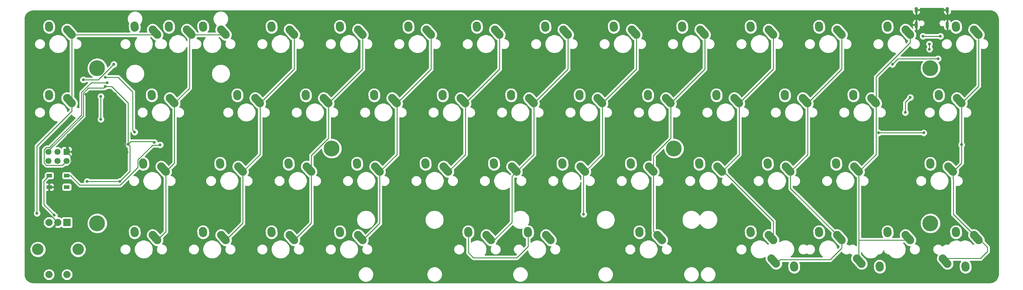
<source format=gbl>
%TF.GenerationSoftware,KiCad,Pcbnew,(5.1.12)-1*%
%TF.CreationDate,2022-01-19T18:35:02-06:00*%
%TF.ProjectId,pcb,7063622e-6b69-4636-9164-5f7063625858,rev?*%
%TF.SameCoordinates,Original*%
%TF.FileFunction,Copper,L2,Bot*%
%TF.FilePolarity,Positive*%
%FSLAX46Y46*%
G04 Gerber Fmt 4.6, Leading zero omitted, Abs format (unit mm)*
G04 Created by KiCad (PCBNEW (5.1.12)-1) date 2022-01-19 18:35:02*
%MOMM*%
%LPD*%
G01*
G04 APERTURE LIST*
%TA.AperFunction,SMDPad,CuDef*%
%ADD10R,1.500000X1.000000*%
%TD*%
%TA.AperFunction,ComponentPad*%
%ADD11R,2.000000X2.000000*%
%TD*%
%TA.AperFunction,ComponentPad*%
%ADD12C,2.000000*%
%TD*%
%TA.AperFunction,ComponentPad*%
%ADD13C,3.200000*%
%TD*%
%TA.AperFunction,ComponentPad*%
%ADD14C,2.250000*%
%TD*%
%TA.AperFunction,ComponentPad*%
%ADD15C,4.400000*%
%TD*%
%TA.AperFunction,ComponentPad*%
%ADD16R,1.700000X1.700000*%
%TD*%
%TA.AperFunction,ComponentPad*%
%ADD17C,1.700000*%
%TD*%
%TA.AperFunction,ComponentPad*%
%ADD18O,0.900000X2.000000*%
%TD*%
%TA.AperFunction,ComponentPad*%
%ADD19O,0.900000X1.700000*%
%TD*%
%TA.AperFunction,ViaPad*%
%ADD20C,0.800000*%
%TD*%
%TA.AperFunction,Conductor*%
%ADD21C,0.250000*%
%TD*%
%TA.AperFunction,Conductor*%
%ADD22C,0.254000*%
%TD*%
%TA.AperFunction,Conductor*%
%ADD23C,0.100000*%
%TD*%
G04 APERTURE END LIST*
D10*
%TO.P,LED1,1*%
%TO.N,VCC*%
X83730000Y-125400000D03*
%TO.P,LED1,2*%
%TO.N,Net-(LED1-Pad2)*%
X83730000Y-128600000D03*
%TO.P,LED1,4*%
%TO.N,Net-(LED1-Pad4)*%
X78830000Y-125400000D03*
%TO.P,LED1,3*%
%TO.N,GND*%
X78830000Y-128600000D03*
%TD*%
D11*
%TO.P,E1,A*%
%TO.N,E_A*%
X83780000Y-138430000D03*
D12*
%TO.P,E1,C*%
%TO.N,GND*%
X81280000Y-138430000D03*
%TO.P,E1,B*%
%TO.N,E_B*%
X78780000Y-138430000D03*
D13*
%TO.P,E1,MP*%
%TO.N,N/C*%
X86880000Y-145930000D03*
X75680000Y-145930000D03*
D12*
%TO.P,E1,S2*%
%TO.N,COL12*%
X83780000Y-152930000D03*
%TO.P,E1,S1*%
%TO.N,E_ROW*%
X78780000Y-152930000D03*
%TD*%
D14*
%TO.P,MX54,1*%
%TO.N,COL6*%
X217117300Y-141923000D03*
%TA.AperFunction,ComponentPad*%
G36*
G01*
X219180072Y-144219038D02*
X219178617Y-144220345D01*
G75*
G02*
X217589955Y-144134317I-751317J837345D01*
G01*
X216279953Y-142674317D01*
G75*
G02*
X216365981Y-141085655I837345J751317D01*
G01*
X216365981Y-141085655D01*
G75*
G02*
X217954643Y-141171683I751317J-837345D01*
G01*
X219264645Y-142631683D01*
G75*
G02*
X219178617Y-144220345I-837345J-751317D01*
G01*
G37*
%TD.AperFunction*%
%TO.P,MX54,2*%
%TO.N,Net-(D45-Pad2)*%
X212077300Y-140843000D03*
%TA.AperFunction,ComponentPad*%
G36*
G01*
X212195776Y-142545260D02*
X212194703Y-142545334D01*
G75*
G02*
X210994966Y-141500403I-77403J1122334D01*
G01*
X210954966Y-140920403D01*
G75*
G02*
X211999897Y-139720666I1122334J77403D01*
G01*
X211999897Y-139720666D01*
G75*
G02*
X213199634Y-140765597I77403J-1122334D01*
G01*
X213239634Y-141345597D01*
G75*
G02*
X212194703Y-142545334I-1122334J-77403D01*
G01*
G37*
%TD.AperFunction*%
%TD*%
%TO.P,MX53,1*%
%TO.N,COL2*%
X281154500Y-149910300D03*
%TA.AperFunction,ComponentPad*%
G36*
G01*
X279093188Y-147612950D02*
X279093183Y-147612955D01*
G75*
G02*
X280681845Y-147698983I751317J-837345D01*
G01*
X281991847Y-149158983D01*
G75*
G02*
X281905819Y-150747645I-837345J-751317D01*
G01*
X281905819Y-150747645D01*
G75*
G02*
X280317157Y-150661617I-751317J837345D01*
G01*
X279007155Y-149201617D01*
G75*
G02*
X279093183Y-147612955I837345J751317D01*
G01*
G37*
%TD.AperFunction*%
%TO.P,MX53,2*%
%TO.N,Net-(D42-Pad2)*%
X286194500Y-150990300D03*
%TA.AperFunction,ComponentPad*%
G36*
G01*
X286077983Y-149287905D02*
X286077097Y-149287966D01*
G75*
G02*
X287276834Y-150332897I77403J-1122334D01*
G01*
X287316834Y-150912897D01*
G75*
G02*
X286271903Y-152112634I-1122334J-77403D01*
G01*
X286271903Y-152112634D01*
G75*
G02*
X285072166Y-151067703I-77403J1122334D01*
G01*
X285032166Y-150487703D01*
G75*
G02*
X286077097Y-149287966I1122334J77403D01*
G01*
G37*
%TD.AperFunction*%
%TD*%
%TO.P,MX52,1*%
%TO.N,COL1*%
X304967000Y-149923000D03*
%TA.AperFunction,ComponentPad*%
G36*
G01*
X302905688Y-147625650D02*
X302905683Y-147625655D01*
G75*
G02*
X304494345Y-147711683I751317J-837345D01*
G01*
X305804347Y-149171683D01*
G75*
G02*
X305718319Y-150760345I-837345J-751317D01*
G01*
X305718319Y-150760345D01*
G75*
G02*
X304129657Y-150674317I-751317J837345D01*
G01*
X302819655Y-149214317D01*
G75*
G02*
X302905683Y-147625655I837345J751317D01*
G01*
G37*
%TD.AperFunction*%
%TO.P,MX52,2*%
%TO.N,Net-(D41-Pad2)*%
X310007000Y-151003000D03*
%TA.AperFunction,ComponentPad*%
G36*
G01*
X309890483Y-149300605D02*
X309889597Y-149300666D01*
G75*
G02*
X311089334Y-150345597I77403J-1122334D01*
G01*
X311129334Y-150925597D01*
G75*
G02*
X310084403Y-152125334I-1122334J-77403D01*
G01*
X310084403Y-152125334D01*
G75*
G02*
X308884666Y-151080403I-77403J1122334D01*
G01*
X308844666Y-150500403D01*
G75*
G02*
X309889597Y-149300666I1122334J77403D01*
G01*
G37*
%TD.AperFunction*%
%TD*%
%TO.P,MX51,1*%
%TO.N,COL0*%
X328843000Y-149923000D03*
%TA.AperFunction,ComponentPad*%
G36*
G01*
X326781688Y-147625650D02*
X326781683Y-147625655D01*
G75*
G02*
X328370345Y-147711683I751317J-837345D01*
G01*
X329680347Y-149171683D01*
G75*
G02*
X329594319Y-150760345I-837345J-751317D01*
G01*
X329594319Y-150760345D01*
G75*
G02*
X328005657Y-150674317I-751317J837345D01*
G01*
X326695655Y-149214317D01*
G75*
G02*
X326781683Y-147625655I837345J751317D01*
G01*
G37*
%TD.AperFunction*%
%TO.P,MX51,2*%
%TO.N,Net-(D40-Pad2)*%
X333883000Y-151003000D03*
%TA.AperFunction,ComponentPad*%
G36*
G01*
X333766483Y-149300605D02*
X333765597Y-149300666D01*
G75*
G02*
X334965334Y-150345597I77403J-1122334D01*
G01*
X335005334Y-150925597D01*
G75*
G02*
X333960403Y-152125334I-1122334J-77403D01*
G01*
X333960403Y-152125334D01*
G75*
G02*
X332760666Y-151080403I-77403J1122334D01*
G01*
X332720666Y-150500403D01*
G75*
G02*
X333765597Y-149300666I1122334J77403D01*
G01*
G37*
%TD.AperFunction*%
%TD*%
%TO.P,MX45,1*%
%TO.N,COL6*%
X200505700Y-141923000D03*
%TA.AperFunction,ComponentPad*%
G36*
G01*
X202568472Y-144219038D02*
X202567017Y-144220345D01*
G75*
G02*
X200978355Y-144134317I-751317J837345D01*
G01*
X199668353Y-142674317D01*
G75*
G02*
X199754381Y-141085655I837345J751317D01*
G01*
X199754381Y-141085655D01*
G75*
G02*
X201343043Y-141171683I751317J-837345D01*
G01*
X202653045Y-142631683D01*
G75*
G02*
X202567017Y-144220345I-837345J-751317D01*
G01*
G37*
%TD.AperFunction*%
%TO.P,MX45,2*%
%TO.N,Net-(D45-Pad2)*%
X195465700Y-140843000D03*
%TA.AperFunction,ComponentPad*%
G36*
G01*
X195584176Y-142545260D02*
X195583103Y-142545334D01*
G75*
G02*
X194383366Y-141500403I-77403J1122334D01*
G01*
X194343366Y-140920403D01*
G75*
G02*
X195388297Y-139720666I1122334J77403D01*
G01*
X195388297Y-139720666D01*
G75*
G02*
X196588034Y-140765597I77403J-1122334D01*
G01*
X196628034Y-141345597D01*
G75*
G02*
X195583103Y-142545334I-1122334J-77403D01*
G01*
G37*
%TD.AperFunction*%
%TD*%
%TO.P,MX44,1*%
%TO.N,COL4*%
X248130700Y-141923000D03*
%TA.AperFunction,ComponentPad*%
G36*
G01*
X250193472Y-144219038D02*
X250192017Y-144220345D01*
G75*
G02*
X248603355Y-144134317I-751317J837345D01*
G01*
X247293353Y-142674317D01*
G75*
G02*
X247379381Y-141085655I837345J751317D01*
G01*
X247379381Y-141085655D01*
G75*
G02*
X248968043Y-141171683I751317J-837345D01*
G01*
X250278045Y-142631683D01*
G75*
G02*
X250192017Y-144220345I-837345J-751317D01*
G01*
G37*
%TD.AperFunction*%
%TO.P,MX44,2*%
%TO.N,Net-(D44-Pad2)*%
X243090700Y-140843000D03*
%TA.AperFunction,ComponentPad*%
G36*
G01*
X243209176Y-142545260D02*
X243208103Y-142545334D01*
G75*
G02*
X242008366Y-141500403I-77403J1122334D01*
G01*
X241968366Y-140920403D01*
G75*
G02*
X243013297Y-139720666I1122334J77403D01*
G01*
X243013297Y-139720666D01*
G75*
G02*
X244213034Y-140765597I77403J-1122334D01*
G01*
X244253034Y-141345597D01*
G75*
G02*
X243208103Y-142545334I-1122334J-77403D01*
G01*
G37*
%TD.AperFunction*%
%TD*%
D15*
%TO.P,H6,1*%
%TO.N,N/C*%
X92202000Y-138684000D03*
%TD*%
%TO.P,H5,1*%
%TO.N,N/C*%
X92202000Y-95504000D03*
%TD*%
%TO.P,H3,1*%
%TO.N,N/C*%
X252730000Y-117856000D03*
%TD*%
%TO.P,H4,1*%
%TO.N,N/C*%
X157480000Y-117856000D03*
%TD*%
%TO.P,H2,1*%
%TO.N,N/C*%
X324104000Y-138684000D03*
%TD*%
%TO.P,H1,1*%
%TO.N,N/C*%
X324104000Y-95504000D03*
%TD*%
D14*
%TO.P,MX14,1*%
%TO.N,COL12*%
X83824450Y-84773000D03*
%TA.AperFunction,ComponentPad*%
G36*
G01*
X85887222Y-87069038D02*
X85885767Y-87070345D01*
G75*
G02*
X84297105Y-86984317I-751317J837345D01*
G01*
X82987103Y-85524317D01*
G75*
G02*
X83073131Y-83935655I837345J751317D01*
G01*
X83073131Y-83935655D01*
G75*
G02*
X84661793Y-84021683I751317J-837345D01*
G01*
X85971795Y-85481683D01*
G75*
G02*
X85885767Y-87070345I-837345J-751317D01*
G01*
G37*
%TD.AperFunction*%
%TO.P,MX14,2*%
%TO.N,Net-(D14-Pad2)*%
X78784450Y-83693000D03*
%TA.AperFunction,ComponentPad*%
G36*
G01*
X78902926Y-85395260D02*
X78901853Y-85395334D01*
G75*
G02*
X77702116Y-84350403I-77403J1122334D01*
G01*
X77662116Y-83770403D01*
G75*
G02*
X78707047Y-82570666I1122334J77403D01*
G01*
X78707047Y-82570666D01*
G75*
G02*
X79906784Y-83615597I77403J-1122334D01*
G01*
X79946784Y-84195597D01*
G75*
G02*
X78901853Y-85395334I-1122334J-77403D01*
G01*
G37*
%TD.AperFunction*%
%TD*%
%TO.P,MX50,2*%
%TO.N,Net-(D12-Pad2)*%
%TA.AperFunction,ComponentPad*%
G36*
G01*
X112240426Y-85395260D02*
X112239353Y-85395334D01*
G75*
G02*
X111039616Y-84350403I-77403J1122334D01*
G01*
X110999616Y-83770403D01*
G75*
G02*
X112044547Y-82570666I1122334J77403D01*
G01*
X112044547Y-82570666D01*
G75*
G02*
X113244284Y-83615597I77403J-1122334D01*
G01*
X113284284Y-84195597D01*
G75*
G02*
X112239353Y-85395334I-1122334J-77403D01*
G01*
G37*
%TD.AperFunction*%
X112121950Y-83693000D03*
%TO.P,MX50,1*%
%TO.N,COL11*%
%TA.AperFunction,ComponentPad*%
G36*
G01*
X119224722Y-87069038D02*
X119223267Y-87070345D01*
G75*
G02*
X117634605Y-86984317I-751317J837345D01*
G01*
X116324603Y-85524317D01*
G75*
G02*
X116410631Y-83935655I837345J751317D01*
G01*
X116410631Y-83935655D01*
G75*
G02*
X117999293Y-84021683I751317J-837345D01*
G01*
X119309295Y-85481683D01*
G75*
G02*
X119223267Y-87070345I-837345J-751317D01*
G01*
G37*
%TD.AperFunction*%
X117161950Y-84773000D03*
%TD*%
%TO.P,MX49,2*%
%TO.N,Net-(D49-Pad2)*%
%TA.AperFunction,ComponentPad*%
G36*
G01*
X102715426Y-142545260D02*
X102714353Y-142545334D01*
G75*
G02*
X101514616Y-141500403I-77403J1122334D01*
G01*
X101474616Y-140920403D01*
G75*
G02*
X102519547Y-139720666I1122334J77403D01*
G01*
X102519547Y-139720666D01*
G75*
G02*
X103719284Y-140765597I77403J-1122334D01*
G01*
X103759284Y-141345597D01*
G75*
G02*
X102714353Y-142545334I-1122334J-77403D01*
G01*
G37*
%TD.AperFunction*%
X102596950Y-140843000D03*
%TO.P,MX49,1*%
%TO.N,COL11*%
%TA.AperFunction,ComponentPad*%
G36*
G01*
X109699722Y-144219038D02*
X109698267Y-144220345D01*
G75*
G02*
X108109605Y-144134317I-751317J837345D01*
G01*
X106799603Y-142674317D01*
G75*
G02*
X106885631Y-141085655I837345J751317D01*
G01*
X106885631Y-141085655D01*
G75*
G02*
X108474293Y-141171683I751317J-837345D01*
G01*
X109784295Y-142631683D01*
G75*
G02*
X109698267Y-144220345I-837345J-751317D01*
G01*
G37*
%TD.AperFunction*%
X107636950Y-141923000D03*
%TD*%
%TO.P,MX48,2*%
%TO.N,Net-(D48-Pad2)*%
%TA.AperFunction,ComponentPad*%
G36*
G01*
X121765426Y-142545260D02*
X121764353Y-142545334D01*
G75*
G02*
X120564616Y-141500403I-77403J1122334D01*
G01*
X120524616Y-140920403D01*
G75*
G02*
X121569547Y-139720666I1122334J77403D01*
G01*
X121569547Y-139720666D01*
G75*
G02*
X122769284Y-140765597I77403J-1122334D01*
G01*
X122809284Y-141345597D01*
G75*
G02*
X121764353Y-142545334I-1122334J-77403D01*
G01*
G37*
%TD.AperFunction*%
X121646950Y-140843000D03*
%TO.P,MX48,1*%
%TO.N,COL10*%
%TA.AperFunction,ComponentPad*%
G36*
G01*
X128749722Y-144219038D02*
X128748267Y-144220345D01*
G75*
G02*
X127159605Y-144134317I-751317J837345D01*
G01*
X125849603Y-142674317D01*
G75*
G02*
X125935631Y-141085655I837345J751317D01*
G01*
X125935631Y-141085655D01*
G75*
G02*
X127524293Y-141171683I751317J-837345D01*
G01*
X128834295Y-142631683D01*
G75*
G02*
X128748267Y-144220345I-837345J-751317D01*
G01*
G37*
%TD.AperFunction*%
X126686950Y-141923000D03*
%TD*%
%TO.P,MX47,2*%
%TO.N,Net-(D47-Pad2)*%
%TA.AperFunction,ComponentPad*%
G36*
G01*
X140815426Y-142545260D02*
X140814353Y-142545334D01*
G75*
G02*
X139614616Y-141500403I-77403J1122334D01*
G01*
X139574616Y-140920403D01*
G75*
G02*
X140619547Y-139720666I1122334J77403D01*
G01*
X140619547Y-139720666D01*
G75*
G02*
X141819284Y-140765597I77403J-1122334D01*
G01*
X141859284Y-141345597D01*
G75*
G02*
X140814353Y-142545334I-1122334J-77403D01*
G01*
G37*
%TD.AperFunction*%
X140696950Y-140843000D03*
%TO.P,MX47,1*%
%TO.N,COL9*%
%TA.AperFunction,ComponentPad*%
G36*
G01*
X147799722Y-144219038D02*
X147798267Y-144220345D01*
G75*
G02*
X146209605Y-144134317I-751317J837345D01*
G01*
X144899603Y-142674317D01*
G75*
G02*
X144985631Y-141085655I837345J751317D01*
G01*
X144985631Y-141085655D01*
G75*
G02*
X146574293Y-141171683I751317J-837345D01*
G01*
X147884295Y-142631683D01*
G75*
G02*
X147798267Y-144220345I-837345J-751317D01*
G01*
G37*
%TD.AperFunction*%
X145736950Y-141923000D03*
%TD*%
%TO.P,MX46,2*%
%TO.N,Net-(D46-Pad2)*%
%TA.AperFunction,ComponentPad*%
G36*
G01*
X159865426Y-142545260D02*
X159864353Y-142545334D01*
G75*
G02*
X158664616Y-141500403I-77403J1122334D01*
G01*
X158624616Y-140920403D01*
G75*
G02*
X159669547Y-139720666I1122334J77403D01*
G01*
X159669547Y-139720666D01*
G75*
G02*
X160869284Y-140765597I77403J-1122334D01*
G01*
X160909284Y-141345597D01*
G75*
G02*
X159864353Y-142545334I-1122334J-77403D01*
G01*
G37*
%TD.AperFunction*%
X159746950Y-140843000D03*
%TO.P,MX46,1*%
%TO.N,COL8*%
%TA.AperFunction,ComponentPad*%
G36*
G01*
X166849722Y-144219038D02*
X166848267Y-144220345D01*
G75*
G02*
X165259605Y-144134317I-751317J837345D01*
G01*
X163949603Y-142674317D01*
G75*
G02*
X164035631Y-141085655I837345J751317D01*
G01*
X164035631Y-141085655D01*
G75*
G02*
X165624293Y-141171683I751317J-837345D01*
G01*
X166934295Y-142631683D01*
G75*
G02*
X166848267Y-144220345I-837345J-751317D01*
G01*
G37*
%TD.AperFunction*%
X164786950Y-141923000D03*
%TD*%
%TO.P,MX43,2*%
%TO.N,Net-(D43-Pad2)*%
%TA.AperFunction,ComponentPad*%
G36*
G01*
X274165426Y-142545260D02*
X274164353Y-142545334D01*
G75*
G02*
X272964616Y-141500403I-77403J1122334D01*
G01*
X272924616Y-140920403D01*
G75*
G02*
X273969547Y-139720666I1122334J77403D01*
G01*
X273969547Y-139720666D01*
G75*
G02*
X275169284Y-140765597I77403J-1122334D01*
G01*
X275209284Y-141345597D01*
G75*
G02*
X274164353Y-142545334I-1122334J-77403D01*
G01*
G37*
%TD.AperFunction*%
X274046950Y-140843000D03*
%TO.P,MX43,1*%
%TO.N,COL3*%
%TA.AperFunction,ComponentPad*%
G36*
G01*
X281149722Y-144219038D02*
X281148267Y-144220345D01*
G75*
G02*
X279559605Y-144134317I-751317J837345D01*
G01*
X278249603Y-142674317D01*
G75*
G02*
X278335631Y-141085655I837345J751317D01*
G01*
X278335631Y-141085655D01*
G75*
G02*
X279924293Y-141171683I751317J-837345D01*
G01*
X281234295Y-142631683D01*
G75*
G02*
X281148267Y-144220345I-837345J-751317D01*
G01*
G37*
%TD.AperFunction*%
X279086950Y-141923000D03*
%TD*%
%TO.P,MX42,2*%
%TO.N,Net-(D42-Pad2)*%
%TA.AperFunction,ComponentPad*%
G36*
G01*
X293215426Y-142545260D02*
X293214353Y-142545334D01*
G75*
G02*
X292014616Y-141500403I-77403J1122334D01*
G01*
X291974616Y-140920403D01*
G75*
G02*
X293019547Y-139720666I1122334J77403D01*
G01*
X293019547Y-139720666D01*
G75*
G02*
X294219284Y-140765597I77403J-1122334D01*
G01*
X294259284Y-141345597D01*
G75*
G02*
X293214353Y-142545334I-1122334J-77403D01*
G01*
G37*
%TD.AperFunction*%
X293096950Y-140843000D03*
%TO.P,MX42,1*%
%TO.N,COL2*%
%TA.AperFunction,ComponentPad*%
G36*
G01*
X300199722Y-144219038D02*
X300198267Y-144220345D01*
G75*
G02*
X298609605Y-144134317I-751317J837345D01*
G01*
X297299603Y-142674317D01*
G75*
G02*
X297385631Y-141085655I837345J751317D01*
G01*
X297385631Y-141085655D01*
G75*
G02*
X298974293Y-141171683I751317J-837345D01*
G01*
X300284295Y-142631683D01*
G75*
G02*
X300198267Y-144220345I-837345J-751317D01*
G01*
G37*
%TD.AperFunction*%
X298136950Y-141923000D03*
%TD*%
%TO.P,MX41,2*%
%TO.N,Net-(D41-Pad2)*%
%TA.AperFunction,ComponentPad*%
G36*
G01*
X312265426Y-142545260D02*
X312264353Y-142545334D01*
G75*
G02*
X311064616Y-141500403I-77403J1122334D01*
G01*
X311024616Y-140920403D01*
G75*
G02*
X312069547Y-139720666I1122334J77403D01*
G01*
X312069547Y-139720666D01*
G75*
G02*
X313269284Y-140765597I77403J-1122334D01*
G01*
X313309284Y-141345597D01*
G75*
G02*
X312264353Y-142545334I-1122334J-77403D01*
G01*
G37*
%TD.AperFunction*%
X312146950Y-140843000D03*
%TO.P,MX41,1*%
%TO.N,COL1*%
%TA.AperFunction,ComponentPad*%
G36*
G01*
X319249722Y-144219038D02*
X319248267Y-144220345D01*
G75*
G02*
X317659605Y-144134317I-751317J837345D01*
G01*
X316349603Y-142674317D01*
G75*
G02*
X316435631Y-141085655I837345J751317D01*
G01*
X316435631Y-141085655D01*
G75*
G02*
X318024293Y-141171683I751317J-837345D01*
G01*
X319334295Y-142631683D01*
G75*
G02*
X319248267Y-144220345I-837345J-751317D01*
G01*
G37*
%TD.AperFunction*%
X317186950Y-141923000D03*
%TD*%
%TO.P,MX40,2*%
%TO.N,Net-(D40-Pad2)*%
%TA.AperFunction,ComponentPad*%
G36*
G01*
X331315426Y-142545260D02*
X331314353Y-142545334D01*
G75*
G02*
X330114616Y-141500403I-77403J1122334D01*
G01*
X330074616Y-140920403D01*
G75*
G02*
X331119547Y-139720666I1122334J77403D01*
G01*
X331119547Y-139720666D01*
G75*
G02*
X332319284Y-140765597I77403J-1122334D01*
G01*
X332359284Y-141345597D01*
G75*
G02*
X331314353Y-142545334I-1122334J-77403D01*
G01*
G37*
%TD.AperFunction*%
X331196950Y-140843000D03*
%TO.P,MX40,1*%
%TO.N,COL0*%
%TA.AperFunction,ComponentPad*%
G36*
G01*
X338299722Y-144219038D02*
X338298267Y-144220345D01*
G75*
G02*
X336709605Y-144134317I-751317J837345D01*
G01*
X335399603Y-142674317D01*
G75*
G02*
X335485631Y-141085655I837345J751317D01*
G01*
X335485631Y-141085655D01*
G75*
G02*
X337074293Y-141171683I751317J-837345D01*
G01*
X338384295Y-142631683D01*
G75*
G02*
X338298267Y-144220345I-837345J-751317D01*
G01*
G37*
%TD.AperFunction*%
X336236950Y-141923000D03*
%TD*%
%TO.P,MX39,2*%
%TO.N,Net-(D39-Pad2)*%
%TA.AperFunction,ComponentPad*%
G36*
G01*
X105096676Y-123495260D02*
X105095603Y-123495334D01*
G75*
G02*
X103895866Y-122450403I-77403J1122334D01*
G01*
X103855866Y-121870403D01*
G75*
G02*
X104900797Y-120670666I1122334J77403D01*
G01*
X104900797Y-120670666D01*
G75*
G02*
X106100534Y-121715597I77403J-1122334D01*
G01*
X106140534Y-122295597D01*
G75*
G02*
X105095603Y-123495334I-1122334J-77403D01*
G01*
G37*
%TD.AperFunction*%
X104978200Y-121793000D03*
%TO.P,MX39,1*%
%TO.N,COL11*%
%TA.AperFunction,ComponentPad*%
G36*
G01*
X112080972Y-125169038D02*
X112079517Y-125170345D01*
G75*
G02*
X110490855Y-125084317I-751317J837345D01*
G01*
X109180853Y-123624317D01*
G75*
G02*
X109266881Y-122035655I837345J751317D01*
G01*
X109266881Y-122035655D01*
G75*
G02*
X110855543Y-122121683I751317J-837345D01*
G01*
X112165545Y-123581683D01*
G75*
G02*
X112079517Y-125170345I-837345J-751317D01*
G01*
G37*
%TD.AperFunction*%
X110018200Y-122873000D03*
%TD*%
%TO.P,MX38,2*%
%TO.N,Net-(D38-Pad2)*%
%TA.AperFunction,ComponentPad*%
G36*
G01*
X126527926Y-123495260D02*
X126526853Y-123495334D01*
G75*
G02*
X125327116Y-122450403I-77403J1122334D01*
G01*
X125287116Y-121870403D01*
G75*
G02*
X126332047Y-120670666I1122334J77403D01*
G01*
X126332047Y-120670666D01*
G75*
G02*
X127531784Y-121715597I77403J-1122334D01*
G01*
X127571784Y-122295597D01*
G75*
G02*
X126526853Y-123495334I-1122334J-77403D01*
G01*
G37*
%TD.AperFunction*%
X126409450Y-121793000D03*
%TO.P,MX38,1*%
%TO.N,COL10*%
%TA.AperFunction,ComponentPad*%
G36*
G01*
X133512222Y-125169038D02*
X133510767Y-125170345D01*
G75*
G02*
X131922105Y-125084317I-751317J837345D01*
G01*
X130612103Y-123624317D01*
G75*
G02*
X130698131Y-122035655I837345J751317D01*
G01*
X130698131Y-122035655D01*
G75*
G02*
X132286793Y-122121683I751317J-837345D01*
G01*
X133596795Y-123581683D01*
G75*
G02*
X133510767Y-125170345I-837345J-751317D01*
G01*
G37*
%TD.AperFunction*%
X131449450Y-122873000D03*
%TD*%
%TO.P,MX37,2*%
%TO.N,Net-(D37-Pad2)*%
%TA.AperFunction,ComponentPad*%
G36*
G01*
X145577926Y-123495260D02*
X145576853Y-123495334D01*
G75*
G02*
X144377116Y-122450403I-77403J1122334D01*
G01*
X144337116Y-121870403D01*
G75*
G02*
X145382047Y-120670666I1122334J77403D01*
G01*
X145382047Y-120670666D01*
G75*
G02*
X146581784Y-121715597I77403J-1122334D01*
G01*
X146621784Y-122295597D01*
G75*
G02*
X145576853Y-123495334I-1122334J-77403D01*
G01*
G37*
%TD.AperFunction*%
X145459450Y-121793000D03*
%TO.P,MX37,1*%
%TO.N,COL9*%
%TA.AperFunction,ComponentPad*%
G36*
G01*
X152562222Y-125169038D02*
X152560767Y-125170345D01*
G75*
G02*
X150972105Y-125084317I-751317J837345D01*
G01*
X149662103Y-123624317D01*
G75*
G02*
X149748131Y-122035655I837345J751317D01*
G01*
X149748131Y-122035655D01*
G75*
G02*
X151336793Y-122121683I751317J-837345D01*
G01*
X152646795Y-123581683D01*
G75*
G02*
X152560767Y-125170345I-837345J-751317D01*
G01*
G37*
%TD.AperFunction*%
X150499450Y-122873000D03*
%TD*%
%TO.P,MX36,2*%
%TO.N,Net-(D36-Pad2)*%
%TA.AperFunction,ComponentPad*%
G36*
G01*
X164627926Y-123495260D02*
X164626853Y-123495334D01*
G75*
G02*
X163427116Y-122450403I-77403J1122334D01*
G01*
X163387116Y-121870403D01*
G75*
G02*
X164432047Y-120670666I1122334J77403D01*
G01*
X164432047Y-120670666D01*
G75*
G02*
X165631784Y-121715597I77403J-1122334D01*
G01*
X165671784Y-122295597D01*
G75*
G02*
X164626853Y-123495334I-1122334J-77403D01*
G01*
G37*
%TD.AperFunction*%
X164509450Y-121793000D03*
%TO.P,MX36,1*%
%TO.N,COL8*%
%TA.AperFunction,ComponentPad*%
G36*
G01*
X171612222Y-125169038D02*
X171610767Y-125170345D01*
G75*
G02*
X170022105Y-125084317I-751317J837345D01*
G01*
X168712103Y-123624317D01*
G75*
G02*
X168798131Y-122035655I837345J751317D01*
G01*
X168798131Y-122035655D01*
G75*
G02*
X170386793Y-122121683I751317J-837345D01*
G01*
X171696795Y-123581683D01*
G75*
G02*
X171610767Y-125170345I-837345J-751317D01*
G01*
G37*
%TD.AperFunction*%
X169549450Y-122873000D03*
%TD*%
%TO.P,MX35,2*%
%TO.N,Net-(D35-Pad2)*%
%TA.AperFunction,ComponentPad*%
G36*
G01*
X183677926Y-123495260D02*
X183676853Y-123495334D01*
G75*
G02*
X182477116Y-122450403I-77403J1122334D01*
G01*
X182437116Y-121870403D01*
G75*
G02*
X183482047Y-120670666I1122334J77403D01*
G01*
X183482047Y-120670666D01*
G75*
G02*
X184681784Y-121715597I77403J-1122334D01*
G01*
X184721784Y-122295597D01*
G75*
G02*
X183676853Y-123495334I-1122334J-77403D01*
G01*
G37*
%TD.AperFunction*%
X183559450Y-121793000D03*
%TO.P,MX35,1*%
%TO.N,COL7*%
%TA.AperFunction,ComponentPad*%
G36*
G01*
X190662222Y-125169038D02*
X190660767Y-125170345D01*
G75*
G02*
X189072105Y-125084317I-751317J837345D01*
G01*
X187762103Y-123624317D01*
G75*
G02*
X187848131Y-122035655I837345J751317D01*
G01*
X187848131Y-122035655D01*
G75*
G02*
X189436793Y-122121683I751317J-837345D01*
G01*
X190746795Y-123581683D01*
G75*
G02*
X190660767Y-125170345I-837345J-751317D01*
G01*
G37*
%TD.AperFunction*%
X188599450Y-122873000D03*
%TD*%
%TO.P,MX34,2*%
%TO.N,Net-(D34-Pad2)*%
%TA.AperFunction,ComponentPad*%
G36*
G01*
X202727926Y-123495260D02*
X202726853Y-123495334D01*
G75*
G02*
X201527116Y-122450403I-77403J1122334D01*
G01*
X201487116Y-121870403D01*
G75*
G02*
X202532047Y-120670666I1122334J77403D01*
G01*
X202532047Y-120670666D01*
G75*
G02*
X203731784Y-121715597I77403J-1122334D01*
G01*
X203771784Y-122295597D01*
G75*
G02*
X202726853Y-123495334I-1122334J-77403D01*
G01*
G37*
%TD.AperFunction*%
X202609450Y-121793000D03*
%TO.P,MX34,1*%
%TO.N,COL6*%
%TA.AperFunction,ComponentPad*%
G36*
G01*
X209712222Y-125169038D02*
X209710767Y-125170345D01*
G75*
G02*
X208122105Y-125084317I-751317J837345D01*
G01*
X206812103Y-123624317D01*
G75*
G02*
X206898131Y-122035655I837345J751317D01*
G01*
X206898131Y-122035655D01*
G75*
G02*
X208486793Y-122121683I751317J-837345D01*
G01*
X209796795Y-123581683D01*
G75*
G02*
X209710767Y-125170345I-837345J-751317D01*
G01*
G37*
%TD.AperFunction*%
X207649450Y-122873000D03*
%TD*%
%TO.P,MX33,2*%
%TO.N,Net-(D33-Pad2)*%
%TA.AperFunction,ComponentPad*%
G36*
G01*
X221777926Y-123495260D02*
X221776853Y-123495334D01*
G75*
G02*
X220577116Y-122450403I-77403J1122334D01*
G01*
X220537116Y-121870403D01*
G75*
G02*
X221582047Y-120670666I1122334J77403D01*
G01*
X221582047Y-120670666D01*
G75*
G02*
X222781784Y-121715597I77403J-1122334D01*
G01*
X222821784Y-122295597D01*
G75*
G02*
X221776853Y-123495334I-1122334J-77403D01*
G01*
G37*
%TD.AperFunction*%
X221659450Y-121793000D03*
%TO.P,MX33,1*%
%TO.N,COL5*%
%TA.AperFunction,ComponentPad*%
G36*
G01*
X228762222Y-125169038D02*
X228760767Y-125170345D01*
G75*
G02*
X227172105Y-125084317I-751317J837345D01*
G01*
X225862103Y-123624317D01*
G75*
G02*
X225948131Y-122035655I837345J751317D01*
G01*
X225948131Y-122035655D01*
G75*
G02*
X227536793Y-122121683I751317J-837345D01*
G01*
X228846795Y-123581683D01*
G75*
G02*
X228760767Y-125170345I-837345J-751317D01*
G01*
G37*
%TD.AperFunction*%
X226699450Y-122873000D03*
%TD*%
%TO.P,MX32,2*%
%TO.N,Net-(D32-Pad2)*%
%TA.AperFunction,ComponentPad*%
G36*
G01*
X240827926Y-123495260D02*
X240826853Y-123495334D01*
G75*
G02*
X239627116Y-122450403I-77403J1122334D01*
G01*
X239587116Y-121870403D01*
G75*
G02*
X240632047Y-120670666I1122334J77403D01*
G01*
X240632047Y-120670666D01*
G75*
G02*
X241831784Y-121715597I77403J-1122334D01*
G01*
X241871784Y-122295597D01*
G75*
G02*
X240826853Y-123495334I-1122334J-77403D01*
G01*
G37*
%TD.AperFunction*%
X240709450Y-121793000D03*
%TO.P,MX32,1*%
%TO.N,COL4*%
%TA.AperFunction,ComponentPad*%
G36*
G01*
X247812222Y-125169038D02*
X247810767Y-125170345D01*
G75*
G02*
X246222105Y-125084317I-751317J837345D01*
G01*
X244912103Y-123624317D01*
G75*
G02*
X244998131Y-122035655I837345J751317D01*
G01*
X244998131Y-122035655D01*
G75*
G02*
X246586793Y-122121683I751317J-837345D01*
G01*
X247896795Y-123581683D01*
G75*
G02*
X247810767Y-125170345I-837345J-751317D01*
G01*
G37*
%TD.AperFunction*%
X245749450Y-122873000D03*
%TD*%
%TO.P,MX31,2*%
%TO.N,Net-(D31-Pad2)*%
%TA.AperFunction,ComponentPad*%
G36*
G01*
X259877926Y-123495260D02*
X259876853Y-123495334D01*
G75*
G02*
X258677116Y-122450403I-77403J1122334D01*
G01*
X258637116Y-121870403D01*
G75*
G02*
X259682047Y-120670666I1122334J77403D01*
G01*
X259682047Y-120670666D01*
G75*
G02*
X260881784Y-121715597I77403J-1122334D01*
G01*
X260921784Y-122295597D01*
G75*
G02*
X259876853Y-123495334I-1122334J-77403D01*
G01*
G37*
%TD.AperFunction*%
X259759450Y-121793000D03*
%TO.P,MX31,1*%
%TO.N,COL3*%
%TA.AperFunction,ComponentPad*%
G36*
G01*
X266862222Y-125169038D02*
X266860767Y-125170345D01*
G75*
G02*
X265272105Y-125084317I-751317J837345D01*
G01*
X263962103Y-123624317D01*
G75*
G02*
X264048131Y-122035655I837345J751317D01*
G01*
X264048131Y-122035655D01*
G75*
G02*
X265636793Y-122121683I751317J-837345D01*
G01*
X266946795Y-123581683D01*
G75*
G02*
X266860767Y-125170345I-837345J-751317D01*
G01*
G37*
%TD.AperFunction*%
X264799450Y-122873000D03*
%TD*%
%TO.P,MX30,2*%
%TO.N,Net-(D30-Pad2)*%
%TA.AperFunction,ComponentPad*%
G36*
G01*
X278927926Y-123495260D02*
X278926853Y-123495334D01*
G75*
G02*
X277727116Y-122450403I-77403J1122334D01*
G01*
X277687116Y-121870403D01*
G75*
G02*
X278732047Y-120670666I1122334J77403D01*
G01*
X278732047Y-120670666D01*
G75*
G02*
X279931784Y-121715597I77403J-1122334D01*
G01*
X279971784Y-122295597D01*
G75*
G02*
X278926853Y-123495334I-1122334J-77403D01*
G01*
G37*
%TD.AperFunction*%
X278809450Y-121793000D03*
%TO.P,MX30,1*%
%TO.N,COL2*%
%TA.AperFunction,ComponentPad*%
G36*
G01*
X285912222Y-125169038D02*
X285910767Y-125170345D01*
G75*
G02*
X284322105Y-125084317I-751317J837345D01*
G01*
X283012103Y-123624317D01*
G75*
G02*
X283098131Y-122035655I837345J751317D01*
G01*
X283098131Y-122035655D01*
G75*
G02*
X284686793Y-122121683I751317J-837345D01*
G01*
X285996795Y-123581683D01*
G75*
G02*
X285910767Y-125170345I-837345J-751317D01*
G01*
G37*
%TD.AperFunction*%
X283849450Y-122873000D03*
%TD*%
%TO.P,MX29,2*%
%TO.N,Net-(D29-Pad2)*%
%TA.AperFunction,ComponentPad*%
G36*
G01*
X297977926Y-123495260D02*
X297976853Y-123495334D01*
G75*
G02*
X296777116Y-122450403I-77403J1122334D01*
G01*
X296737116Y-121870403D01*
G75*
G02*
X297782047Y-120670666I1122334J77403D01*
G01*
X297782047Y-120670666D01*
G75*
G02*
X298981784Y-121715597I77403J-1122334D01*
G01*
X299021784Y-122295597D01*
G75*
G02*
X297976853Y-123495334I-1122334J-77403D01*
G01*
G37*
%TD.AperFunction*%
X297859450Y-121793000D03*
%TO.P,MX29,1*%
%TO.N,COL1*%
%TA.AperFunction,ComponentPad*%
G36*
G01*
X304962222Y-125169038D02*
X304960767Y-125170345D01*
G75*
G02*
X303372105Y-125084317I-751317J837345D01*
G01*
X302062103Y-123624317D01*
G75*
G02*
X302148131Y-122035655I837345J751317D01*
G01*
X302148131Y-122035655D01*
G75*
G02*
X303736793Y-122121683I751317J-837345D01*
G01*
X305046795Y-123581683D01*
G75*
G02*
X304960767Y-125170345I-837345J-751317D01*
G01*
G37*
%TD.AperFunction*%
X302899450Y-122873000D03*
%TD*%
%TO.P,MX28,2*%
%TO.N,Net-(D28-Pad2)*%
%TA.AperFunction,ComponentPad*%
G36*
G01*
X324171676Y-123495260D02*
X324170603Y-123495334D01*
G75*
G02*
X322970866Y-122450403I-77403J1122334D01*
G01*
X322930866Y-121870403D01*
G75*
G02*
X323975797Y-120670666I1122334J77403D01*
G01*
X323975797Y-120670666D01*
G75*
G02*
X325175534Y-121715597I77403J-1122334D01*
G01*
X325215534Y-122295597D01*
G75*
G02*
X324170603Y-123495334I-1122334J-77403D01*
G01*
G37*
%TD.AperFunction*%
X324053200Y-121793000D03*
%TO.P,MX28,1*%
%TO.N,COL0*%
%TA.AperFunction,ComponentPad*%
G36*
G01*
X331155972Y-125169038D02*
X331154517Y-125170345D01*
G75*
G02*
X329565855Y-125084317I-751317J837345D01*
G01*
X328255853Y-123624317D01*
G75*
G02*
X328341881Y-122035655I837345J751317D01*
G01*
X328341881Y-122035655D01*
G75*
G02*
X329930543Y-122121683I751317J-837345D01*
G01*
X331240545Y-123581683D01*
G75*
G02*
X331154517Y-125170345I-837345J-751317D01*
G01*
G37*
%TD.AperFunction*%
X329093200Y-122873000D03*
%TD*%
%TO.P,MX27,1*%
%TO.N,COL12*%
X83824450Y-103823000D03*
%TA.AperFunction,ComponentPad*%
G36*
G01*
X85887222Y-106119038D02*
X85885767Y-106120345D01*
G75*
G02*
X84297105Y-106034317I-751317J837345D01*
G01*
X82987103Y-104574317D01*
G75*
G02*
X83073131Y-102985655I837345J751317D01*
G01*
X83073131Y-102985655D01*
G75*
G02*
X84661793Y-103071683I751317J-837345D01*
G01*
X85971795Y-104531683D01*
G75*
G02*
X85885767Y-106120345I-837345J-751317D01*
G01*
G37*
%TD.AperFunction*%
%TO.P,MX27,2*%
%TO.N,Net-(D27-Pad2)*%
X78784450Y-102743000D03*
%TA.AperFunction,ComponentPad*%
G36*
G01*
X78902926Y-104445260D02*
X78901853Y-104445334D01*
G75*
G02*
X77702116Y-103400403I-77403J1122334D01*
G01*
X77662116Y-102820403D01*
G75*
G02*
X78707047Y-101620666I1122334J77403D01*
G01*
X78707047Y-101620666D01*
G75*
G02*
X79906784Y-102665597I77403J-1122334D01*
G01*
X79946784Y-103245597D01*
G75*
G02*
X78901853Y-104445334I-1122334J-77403D01*
G01*
G37*
%TD.AperFunction*%
%TD*%
%TO.P,MX26,2*%
%TO.N,Net-(D26-Pad2)*%
%TA.AperFunction,ComponentPad*%
G36*
G01*
X107477926Y-104445260D02*
X107476853Y-104445334D01*
G75*
G02*
X106277116Y-103400403I-77403J1122334D01*
G01*
X106237116Y-102820403D01*
G75*
G02*
X107282047Y-101620666I1122334J77403D01*
G01*
X107282047Y-101620666D01*
G75*
G02*
X108481784Y-102665597I77403J-1122334D01*
G01*
X108521784Y-103245597D01*
G75*
G02*
X107476853Y-104445334I-1122334J-77403D01*
G01*
G37*
%TD.AperFunction*%
X107359450Y-102743000D03*
%TO.P,MX26,1*%
%TO.N,COL11*%
%TA.AperFunction,ComponentPad*%
G36*
G01*
X114462222Y-106119038D02*
X114460767Y-106120345D01*
G75*
G02*
X112872105Y-106034317I-751317J837345D01*
G01*
X111562103Y-104574317D01*
G75*
G02*
X111648131Y-102985655I837345J751317D01*
G01*
X111648131Y-102985655D01*
G75*
G02*
X113236793Y-103071683I751317J-837345D01*
G01*
X114546795Y-104531683D01*
G75*
G02*
X114460767Y-106120345I-837345J-751317D01*
G01*
G37*
%TD.AperFunction*%
X112399450Y-103823000D03*
%TD*%
%TO.P,MX25,2*%
%TO.N,Net-(D25-Pad2)*%
%TA.AperFunction,ComponentPad*%
G36*
G01*
X131290426Y-104445260D02*
X131289353Y-104445334D01*
G75*
G02*
X130089616Y-103400403I-77403J1122334D01*
G01*
X130049616Y-102820403D01*
G75*
G02*
X131094547Y-101620666I1122334J77403D01*
G01*
X131094547Y-101620666D01*
G75*
G02*
X132294284Y-102665597I77403J-1122334D01*
G01*
X132334284Y-103245597D01*
G75*
G02*
X131289353Y-104445334I-1122334J-77403D01*
G01*
G37*
%TD.AperFunction*%
X131171950Y-102743000D03*
%TO.P,MX25,1*%
%TO.N,COL10*%
%TA.AperFunction,ComponentPad*%
G36*
G01*
X138274722Y-106119038D02*
X138273267Y-106120345D01*
G75*
G02*
X136684605Y-106034317I-751317J837345D01*
G01*
X135374603Y-104574317D01*
G75*
G02*
X135460631Y-102985655I837345J751317D01*
G01*
X135460631Y-102985655D01*
G75*
G02*
X137049293Y-103071683I751317J-837345D01*
G01*
X138359295Y-104531683D01*
G75*
G02*
X138273267Y-106120345I-837345J-751317D01*
G01*
G37*
%TD.AperFunction*%
X136211950Y-103823000D03*
%TD*%
%TO.P,MX24,2*%
%TO.N,Net-(D24-Pad2)*%
%TA.AperFunction,ComponentPad*%
G36*
G01*
X150340426Y-104445260D02*
X150339353Y-104445334D01*
G75*
G02*
X149139616Y-103400403I-77403J1122334D01*
G01*
X149099616Y-102820403D01*
G75*
G02*
X150144547Y-101620666I1122334J77403D01*
G01*
X150144547Y-101620666D01*
G75*
G02*
X151344284Y-102665597I77403J-1122334D01*
G01*
X151384284Y-103245597D01*
G75*
G02*
X150339353Y-104445334I-1122334J-77403D01*
G01*
G37*
%TD.AperFunction*%
X150221950Y-102743000D03*
%TO.P,MX24,1*%
%TO.N,COL9*%
%TA.AperFunction,ComponentPad*%
G36*
G01*
X157324722Y-106119038D02*
X157323267Y-106120345D01*
G75*
G02*
X155734605Y-106034317I-751317J837345D01*
G01*
X154424603Y-104574317D01*
G75*
G02*
X154510631Y-102985655I837345J751317D01*
G01*
X154510631Y-102985655D01*
G75*
G02*
X156099293Y-103071683I751317J-837345D01*
G01*
X157409295Y-104531683D01*
G75*
G02*
X157323267Y-106120345I-837345J-751317D01*
G01*
G37*
%TD.AperFunction*%
X155261950Y-103823000D03*
%TD*%
%TO.P,MX23,2*%
%TO.N,Net-(D23-Pad2)*%
%TA.AperFunction,ComponentPad*%
G36*
G01*
X169390426Y-104445260D02*
X169389353Y-104445334D01*
G75*
G02*
X168189616Y-103400403I-77403J1122334D01*
G01*
X168149616Y-102820403D01*
G75*
G02*
X169194547Y-101620666I1122334J77403D01*
G01*
X169194547Y-101620666D01*
G75*
G02*
X170394284Y-102665597I77403J-1122334D01*
G01*
X170434284Y-103245597D01*
G75*
G02*
X169389353Y-104445334I-1122334J-77403D01*
G01*
G37*
%TD.AperFunction*%
X169271950Y-102743000D03*
%TO.P,MX23,1*%
%TO.N,COL8*%
%TA.AperFunction,ComponentPad*%
G36*
G01*
X176374722Y-106119038D02*
X176373267Y-106120345D01*
G75*
G02*
X174784605Y-106034317I-751317J837345D01*
G01*
X173474603Y-104574317D01*
G75*
G02*
X173560631Y-102985655I837345J751317D01*
G01*
X173560631Y-102985655D01*
G75*
G02*
X175149293Y-103071683I751317J-837345D01*
G01*
X176459295Y-104531683D01*
G75*
G02*
X176373267Y-106120345I-837345J-751317D01*
G01*
G37*
%TD.AperFunction*%
X174311950Y-103823000D03*
%TD*%
%TO.P,MX22,2*%
%TO.N,Net-(D22-Pad2)*%
%TA.AperFunction,ComponentPad*%
G36*
G01*
X188440426Y-104445260D02*
X188439353Y-104445334D01*
G75*
G02*
X187239616Y-103400403I-77403J1122334D01*
G01*
X187199616Y-102820403D01*
G75*
G02*
X188244547Y-101620666I1122334J77403D01*
G01*
X188244547Y-101620666D01*
G75*
G02*
X189444284Y-102665597I77403J-1122334D01*
G01*
X189484284Y-103245597D01*
G75*
G02*
X188439353Y-104445334I-1122334J-77403D01*
G01*
G37*
%TD.AperFunction*%
X188321950Y-102743000D03*
%TO.P,MX22,1*%
%TO.N,COL7*%
%TA.AperFunction,ComponentPad*%
G36*
G01*
X195424722Y-106119038D02*
X195423267Y-106120345D01*
G75*
G02*
X193834605Y-106034317I-751317J837345D01*
G01*
X192524603Y-104574317D01*
G75*
G02*
X192610631Y-102985655I837345J751317D01*
G01*
X192610631Y-102985655D01*
G75*
G02*
X194199293Y-103071683I751317J-837345D01*
G01*
X195509295Y-104531683D01*
G75*
G02*
X195423267Y-106120345I-837345J-751317D01*
G01*
G37*
%TD.AperFunction*%
X193361950Y-103823000D03*
%TD*%
%TO.P,MX21,2*%
%TO.N,Net-(D21-Pad2)*%
%TA.AperFunction,ComponentPad*%
G36*
G01*
X207490426Y-104445260D02*
X207489353Y-104445334D01*
G75*
G02*
X206289616Y-103400403I-77403J1122334D01*
G01*
X206249616Y-102820403D01*
G75*
G02*
X207294547Y-101620666I1122334J77403D01*
G01*
X207294547Y-101620666D01*
G75*
G02*
X208494284Y-102665597I77403J-1122334D01*
G01*
X208534284Y-103245597D01*
G75*
G02*
X207489353Y-104445334I-1122334J-77403D01*
G01*
G37*
%TD.AperFunction*%
X207371950Y-102743000D03*
%TO.P,MX21,1*%
%TO.N,COL6*%
%TA.AperFunction,ComponentPad*%
G36*
G01*
X214474722Y-106119038D02*
X214473267Y-106120345D01*
G75*
G02*
X212884605Y-106034317I-751317J837345D01*
G01*
X211574603Y-104574317D01*
G75*
G02*
X211660631Y-102985655I837345J751317D01*
G01*
X211660631Y-102985655D01*
G75*
G02*
X213249293Y-103071683I751317J-837345D01*
G01*
X214559295Y-104531683D01*
G75*
G02*
X214473267Y-106120345I-837345J-751317D01*
G01*
G37*
%TD.AperFunction*%
X212411950Y-103823000D03*
%TD*%
%TO.P,MX20,2*%
%TO.N,Net-(D20-Pad2)*%
%TA.AperFunction,ComponentPad*%
G36*
G01*
X226540426Y-104445260D02*
X226539353Y-104445334D01*
G75*
G02*
X225339616Y-103400403I-77403J1122334D01*
G01*
X225299616Y-102820403D01*
G75*
G02*
X226344547Y-101620666I1122334J77403D01*
G01*
X226344547Y-101620666D01*
G75*
G02*
X227544284Y-102665597I77403J-1122334D01*
G01*
X227584284Y-103245597D01*
G75*
G02*
X226539353Y-104445334I-1122334J-77403D01*
G01*
G37*
%TD.AperFunction*%
X226421950Y-102743000D03*
%TO.P,MX20,1*%
%TO.N,COL5*%
%TA.AperFunction,ComponentPad*%
G36*
G01*
X233524722Y-106119038D02*
X233523267Y-106120345D01*
G75*
G02*
X231934605Y-106034317I-751317J837345D01*
G01*
X230624603Y-104574317D01*
G75*
G02*
X230710631Y-102985655I837345J751317D01*
G01*
X230710631Y-102985655D01*
G75*
G02*
X232299293Y-103071683I751317J-837345D01*
G01*
X233609295Y-104531683D01*
G75*
G02*
X233523267Y-106120345I-837345J-751317D01*
G01*
G37*
%TD.AperFunction*%
X231461950Y-103823000D03*
%TD*%
%TO.P,MX19,2*%
%TO.N,Net-(D19-Pad2)*%
%TA.AperFunction,ComponentPad*%
G36*
G01*
X245590426Y-104445260D02*
X245589353Y-104445334D01*
G75*
G02*
X244389616Y-103400403I-77403J1122334D01*
G01*
X244349616Y-102820403D01*
G75*
G02*
X245394547Y-101620666I1122334J77403D01*
G01*
X245394547Y-101620666D01*
G75*
G02*
X246594284Y-102665597I77403J-1122334D01*
G01*
X246634284Y-103245597D01*
G75*
G02*
X245589353Y-104445334I-1122334J-77403D01*
G01*
G37*
%TD.AperFunction*%
X245471950Y-102743000D03*
%TO.P,MX19,1*%
%TO.N,COL4*%
%TA.AperFunction,ComponentPad*%
G36*
G01*
X252574722Y-106119038D02*
X252573267Y-106120345D01*
G75*
G02*
X250984605Y-106034317I-751317J837345D01*
G01*
X249674603Y-104574317D01*
G75*
G02*
X249760631Y-102985655I837345J751317D01*
G01*
X249760631Y-102985655D01*
G75*
G02*
X251349293Y-103071683I751317J-837345D01*
G01*
X252659295Y-104531683D01*
G75*
G02*
X252573267Y-106120345I-837345J-751317D01*
G01*
G37*
%TD.AperFunction*%
X250511950Y-103823000D03*
%TD*%
%TO.P,MX18,2*%
%TO.N,Net-(D18-Pad2)*%
%TA.AperFunction,ComponentPad*%
G36*
G01*
X264640426Y-104445260D02*
X264639353Y-104445334D01*
G75*
G02*
X263439616Y-103400403I-77403J1122334D01*
G01*
X263399616Y-102820403D01*
G75*
G02*
X264444547Y-101620666I1122334J77403D01*
G01*
X264444547Y-101620666D01*
G75*
G02*
X265644284Y-102665597I77403J-1122334D01*
G01*
X265684284Y-103245597D01*
G75*
G02*
X264639353Y-104445334I-1122334J-77403D01*
G01*
G37*
%TD.AperFunction*%
X264521950Y-102743000D03*
%TO.P,MX18,1*%
%TO.N,COL3*%
%TA.AperFunction,ComponentPad*%
G36*
G01*
X271624722Y-106119038D02*
X271623267Y-106120345D01*
G75*
G02*
X270034605Y-106034317I-751317J837345D01*
G01*
X268724603Y-104574317D01*
G75*
G02*
X268810631Y-102985655I837345J751317D01*
G01*
X268810631Y-102985655D01*
G75*
G02*
X270399293Y-103071683I751317J-837345D01*
G01*
X271709295Y-104531683D01*
G75*
G02*
X271623267Y-106120345I-837345J-751317D01*
G01*
G37*
%TD.AperFunction*%
X269561950Y-103823000D03*
%TD*%
%TO.P,MX17,2*%
%TO.N,Net-(D17-Pad2)*%
%TA.AperFunction,ComponentPad*%
G36*
G01*
X283690426Y-104445260D02*
X283689353Y-104445334D01*
G75*
G02*
X282489616Y-103400403I-77403J1122334D01*
G01*
X282449616Y-102820403D01*
G75*
G02*
X283494547Y-101620666I1122334J77403D01*
G01*
X283494547Y-101620666D01*
G75*
G02*
X284694284Y-102665597I77403J-1122334D01*
G01*
X284734284Y-103245597D01*
G75*
G02*
X283689353Y-104445334I-1122334J-77403D01*
G01*
G37*
%TD.AperFunction*%
X283571950Y-102743000D03*
%TO.P,MX17,1*%
%TO.N,COL2*%
%TA.AperFunction,ComponentPad*%
G36*
G01*
X290674722Y-106119038D02*
X290673267Y-106120345D01*
G75*
G02*
X289084605Y-106034317I-751317J837345D01*
G01*
X287774603Y-104574317D01*
G75*
G02*
X287860631Y-102985655I837345J751317D01*
G01*
X287860631Y-102985655D01*
G75*
G02*
X289449293Y-103071683I751317J-837345D01*
G01*
X290759295Y-104531683D01*
G75*
G02*
X290673267Y-106120345I-837345J-751317D01*
G01*
G37*
%TD.AperFunction*%
X288611950Y-103823000D03*
%TD*%
%TO.P,MX16,2*%
%TO.N,Net-(D16-Pad2)*%
%TA.AperFunction,ComponentPad*%
G36*
G01*
X302740426Y-104445260D02*
X302739353Y-104445334D01*
G75*
G02*
X301539616Y-103400403I-77403J1122334D01*
G01*
X301499616Y-102820403D01*
G75*
G02*
X302544547Y-101620666I1122334J77403D01*
G01*
X302544547Y-101620666D01*
G75*
G02*
X303744284Y-102665597I77403J-1122334D01*
G01*
X303784284Y-103245597D01*
G75*
G02*
X302739353Y-104445334I-1122334J-77403D01*
G01*
G37*
%TD.AperFunction*%
X302621950Y-102743000D03*
%TO.P,MX16,1*%
%TO.N,COL1*%
%TA.AperFunction,ComponentPad*%
G36*
G01*
X309724722Y-106119038D02*
X309723267Y-106120345D01*
G75*
G02*
X308134605Y-106034317I-751317J837345D01*
G01*
X306824603Y-104574317D01*
G75*
G02*
X306910631Y-102985655I837345J751317D01*
G01*
X306910631Y-102985655D01*
G75*
G02*
X308499293Y-103071683I751317J-837345D01*
G01*
X309809295Y-104531683D01*
G75*
G02*
X309723267Y-106120345I-837345J-751317D01*
G01*
G37*
%TD.AperFunction*%
X307661950Y-103823000D03*
%TD*%
%TO.P,MX15,2*%
%TO.N,Net-(D15-Pad2)*%
%TA.AperFunction,ComponentPad*%
G36*
G01*
X326552926Y-104445260D02*
X326551853Y-104445334D01*
G75*
G02*
X325352116Y-103400403I-77403J1122334D01*
G01*
X325312116Y-102820403D01*
G75*
G02*
X326357047Y-101620666I1122334J77403D01*
G01*
X326357047Y-101620666D01*
G75*
G02*
X327556784Y-102665597I77403J-1122334D01*
G01*
X327596784Y-103245597D01*
G75*
G02*
X326551853Y-104445334I-1122334J-77403D01*
G01*
G37*
%TD.AperFunction*%
X326434450Y-102743000D03*
%TO.P,MX15,1*%
%TO.N,COL0*%
%TA.AperFunction,ComponentPad*%
G36*
G01*
X333537222Y-106119038D02*
X333535767Y-106120345D01*
G75*
G02*
X331947105Y-106034317I-751317J837345D01*
G01*
X330637103Y-104574317D01*
G75*
G02*
X330723131Y-102985655I837345J751317D01*
G01*
X330723131Y-102985655D01*
G75*
G02*
X332311793Y-103071683I751317J-837345D01*
G01*
X333621795Y-104531683D01*
G75*
G02*
X333535767Y-106120345I-837345J-751317D01*
G01*
G37*
%TD.AperFunction*%
X331474450Y-103823000D03*
%TD*%
%TO.P,MX13,2*%
%TO.N,Net-(D13-Pad2)*%
%TA.AperFunction,ComponentPad*%
G36*
G01*
X102715426Y-85395260D02*
X102714353Y-85395334D01*
G75*
G02*
X101514616Y-84350403I-77403J1122334D01*
G01*
X101474616Y-83770403D01*
G75*
G02*
X102519547Y-82570666I1122334J77403D01*
G01*
X102519547Y-82570666D01*
G75*
G02*
X103719284Y-83615597I77403J-1122334D01*
G01*
X103759284Y-84195597D01*
G75*
G02*
X102714353Y-85395334I-1122334J-77403D01*
G01*
G37*
%TD.AperFunction*%
X102596950Y-83693000D03*
%TO.P,MX13,1*%
%TO.N,COL12*%
%TA.AperFunction,ComponentPad*%
G36*
G01*
X109699722Y-87069038D02*
X109698267Y-87070345D01*
G75*
G02*
X108109605Y-86984317I-751317J837345D01*
G01*
X106799603Y-85524317D01*
G75*
G02*
X106885631Y-83935655I837345J751317D01*
G01*
X106885631Y-83935655D01*
G75*
G02*
X108474293Y-84021683I751317J-837345D01*
G01*
X109784295Y-85481683D01*
G75*
G02*
X109698267Y-87070345I-837345J-751317D01*
G01*
G37*
%TD.AperFunction*%
X107636950Y-84773000D03*
%TD*%
%TO.P,MX12,2*%
%TO.N,Net-(D12-Pad2)*%
%TA.AperFunction,ComponentPad*%
G36*
G01*
X121765426Y-85395260D02*
X121764353Y-85395334D01*
G75*
G02*
X120564616Y-84350403I-77403J1122334D01*
G01*
X120524616Y-83770403D01*
G75*
G02*
X121569547Y-82570666I1122334J77403D01*
G01*
X121569547Y-82570666D01*
G75*
G02*
X122769284Y-83615597I77403J-1122334D01*
G01*
X122809284Y-84195597D01*
G75*
G02*
X121764353Y-85395334I-1122334J-77403D01*
G01*
G37*
%TD.AperFunction*%
X121646950Y-83693000D03*
%TO.P,MX12,1*%
%TO.N,COL11*%
%TA.AperFunction,ComponentPad*%
G36*
G01*
X128749722Y-87069038D02*
X128748267Y-87070345D01*
G75*
G02*
X127159605Y-86984317I-751317J837345D01*
G01*
X125849603Y-85524317D01*
G75*
G02*
X125935631Y-83935655I837345J751317D01*
G01*
X125935631Y-83935655D01*
G75*
G02*
X127524293Y-84021683I751317J-837345D01*
G01*
X128834295Y-85481683D01*
G75*
G02*
X128748267Y-87070345I-837345J-751317D01*
G01*
G37*
%TD.AperFunction*%
X126686950Y-84773000D03*
%TD*%
%TO.P,MX11,2*%
%TO.N,Net-(D11-Pad2)*%
%TA.AperFunction,ComponentPad*%
G36*
G01*
X140815426Y-85395260D02*
X140814353Y-85395334D01*
G75*
G02*
X139614616Y-84350403I-77403J1122334D01*
G01*
X139574616Y-83770403D01*
G75*
G02*
X140619547Y-82570666I1122334J77403D01*
G01*
X140619547Y-82570666D01*
G75*
G02*
X141819284Y-83615597I77403J-1122334D01*
G01*
X141859284Y-84195597D01*
G75*
G02*
X140814353Y-85395334I-1122334J-77403D01*
G01*
G37*
%TD.AperFunction*%
X140696950Y-83693000D03*
%TO.P,MX11,1*%
%TO.N,COL10*%
%TA.AperFunction,ComponentPad*%
G36*
G01*
X147799722Y-87069038D02*
X147798267Y-87070345D01*
G75*
G02*
X146209605Y-86984317I-751317J837345D01*
G01*
X144899603Y-85524317D01*
G75*
G02*
X144985631Y-83935655I837345J751317D01*
G01*
X144985631Y-83935655D01*
G75*
G02*
X146574293Y-84021683I751317J-837345D01*
G01*
X147884295Y-85481683D01*
G75*
G02*
X147798267Y-87070345I-837345J-751317D01*
G01*
G37*
%TD.AperFunction*%
X145736950Y-84773000D03*
%TD*%
%TO.P,MX10,2*%
%TO.N,Net-(D10-Pad2)*%
%TA.AperFunction,ComponentPad*%
G36*
G01*
X159865426Y-85395260D02*
X159864353Y-85395334D01*
G75*
G02*
X158664616Y-84350403I-77403J1122334D01*
G01*
X158624616Y-83770403D01*
G75*
G02*
X159669547Y-82570666I1122334J77403D01*
G01*
X159669547Y-82570666D01*
G75*
G02*
X160869284Y-83615597I77403J-1122334D01*
G01*
X160909284Y-84195597D01*
G75*
G02*
X159864353Y-85395334I-1122334J-77403D01*
G01*
G37*
%TD.AperFunction*%
X159746950Y-83693000D03*
%TO.P,MX10,1*%
%TO.N,COL9*%
%TA.AperFunction,ComponentPad*%
G36*
G01*
X166849722Y-87069038D02*
X166848267Y-87070345D01*
G75*
G02*
X165259605Y-86984317I-751317J837345D01*
G01*
X163949603Y-85524317D01*
G75*
G02*
X164035631Y-83935655I837345J751317D01*
G01*
X164035631Y-83935655D01*
G75*
G02*
X165624293Y-84021683I751317J-837345D01*
G01*
X166934295Y-85481683D01*
G75*
G02*
X166848267Y-87070345I-837345J-751317D01*
G01*
G37*
%TD.AperFunction*%
X164786950Y-84773000D03*
%TD*%
%TO.P,MX9,2*%
%TO.N,Net-(D9-Pad2)*%
%TA.AperFunction,ComponentPad*%
G36*
G01*
X178915426Y-85395260D02*
X178914353Y-85395334D01*
G75*
G02*
X177714616Y-84350403I-77403J1122334D01*
G01*
X177674616Y-83770403D01*
G75*
G02*
X178719547Y-82570666I1122334J77403D01*
G01*
X178719547Y-82570666D01*
G75*
G02*
X179919284Y-83615597I77403J-1122334D01*
G01*
X179959284Y-84195597D01*
G75*
G02*
X178914353Y-85395334I-1122334J-77403D01*
G01*
G37*
%TD.AperFunction*%
X178796950Y-83693000D03*
%TO.P,MX9,1*%
%TO.N,COL8*%
%TA.AperFunction,ComponentPad*%
G36*
G01*
X185899722Y-87069038D02*
X185898267Y-87070345D01*
G75*
G02*
X184309605Y-86984317I-751317J837345D01*
G01*
X182999603Y-85524317D01*
G75*
G02*
X183085631Y-83935655I837345J751317D01*
G01*
X183085631Y-83935655D01*
G75*
G02*
X184674293Y-84021683I751317J-837345D01*
G01*
X185984295Y-85481683D01*
G75*
G02*
X185898267Y-87070345I-837345J-751317D01*
G01*
G37*
%TD.AperFunction*%
X183836950Y-84773000D03*
%TD*%
%TO.P,MX8,2*%
%TO.N,Net-(D8-Pad2)*%
%TA.AperFunction,ComponentPad*%
G36*
G01*
X197965426Y-85395260D02*
X197964353Y-85395334D01*
G75*
G02*
X196764616Y-84350403I-77403J1122334D01*
G01*
X196724616Y-83770403D01*
G75*
G02*
X197769547Y-82570666I1122334J77403D01*
G01*
X197769547Y-82570666D01*
G75*
G02*
X198969284Y-83615597I77403J-1122334D01*
G01*
X199009284Y-84195597D01*
G75*
G02*
X197964353Y-85395334I-1122334J-77403D01*
G01*
G37*
%TD.AperFunction*%
X197846950Y-83693000D03*
%TO.P,MX8,1*%
%TO.N,COL7*%
%TA.AperFunction,ComponentPad*%
G36*
G01*
X204949722Y-87069038D02*
X204948267Y-87070345D01*
G75*
G02*
X203359605Y-86984317I-751317J837345D01*
G01*
X202049603Y-85524317D01*
G75*
G02*
X202135631Y-83935655I837345J751317D01*
G01*
X202135631Y-83935655D01*
G75*
G02*
X203724293Y-84021683I751317J-837345D01*
G01*
X205034295Y-85481683D01*
G75*
G02*
X204948267Y-87070345I-837345J-751317D01*
G01*
G37*
%TD.AperFunction*%
X202886950Y-84773000D03*
%TD*%
%TO.P,MX7,2*%
%TO.N,Net-(D7-Pad2)*%
%TA.AperFunction,ComponentPad*%
G36*
G01*
X217015426Y-85395260D02*
X217014353Y-85395334D01*
G75*
G02*
X215814616Y-84350403I-77403J1122334D01*
G01*
X215774616Y-83770403D01*
G75*
G02*
X216819547Y-82570666I1122334J77403D01*
G01*
X216819547Y-82570666D01*
G75*
G02*
X218019284Y-83615597I77403J-1122334D01*
G01*
X218059284Y-84195597D01*
G75*
G02*
X217014353Y-85395334I-1122334J-77403D01*
G01*
G37*
%TD.AperFunction*%
X216896950Y-83693000D03*
%TO.P,MX7,1*%
%TO.N,COL6*%
%TA.AperFunction,ComponentPad*%
G36*
G01*
X223999722Y-87069038D02*
X223998267Y-87070345D01*
G75*
G02*
X222409605Y-86984317I-751317J837345D01*
G01*
X221099603Y-85524317D01*
G75*
G02*
X221185631Y-83935655I837345J751317D01*
G01*
X221185631Y-83935655D01*
G75*
G02*
X222774293Y-84021683I751317J-837345D01*
G01*
X224084295Y-85481683D01*
G75*
G02*
X223998267Y-87070345I-837345J-751317D01*
G01*
G37*
%TD.AperFunction*%
X221936950Y-84773000D03*
%TD*%
%TO.P,MX6,2*%
%TO.N,Net-(D6-Pad2)*%
%TA.AperFunction,ComponentPad*%
G36*
G01*
X236065426Y-85395260D02*
X236064353Y-85395334D01*
G75*
G02*
X234864616Y-84350403I-77403J1122334D01*
G01*
X234824616Y-83770403D01*
G75*
G02*
X235869547Y-82570666I1122334J77403D01*
G01*
X235869547Y-82570666D01*
G75*
G02*
X237069284Y-83615597I77403J-1122334D01*
G01*
X237109284Y-84195597D01*
G75*
G02*
X236064353Y-85395334I-1122334J-77403D01*
G01*
G37*
%TD.AperFunction*%
X235946950Y-83693000D03*
%TO.P,MX6,1*%
%TO.N,COL5*%
%TA.AperFunction,ComponentPad*%
G36*
G01*
X243049722Y-87069038D02*
X243048267Y-87070345D01*
G75*
G02*
X241459605Y-86984317I-751317J837345D01*
G01*
X240149603Y-85524317D01*
G75*
G02*
X240235631Y-83935655I837345J751317D01*
G01*
X240235631Y-83935655D01*
G75*
G02*
X241824293Y-84021683I751317J-837345D01*
G01*
X243134295Y-85481683D01*
G75*
G02*
X243048267Y-87070345I-837345J-751317D01*
G01*
G37*
%TD.AperFunction*%
X240986950Y-84773000D03*
%TD*%
%TO.P,MX5,2*%
%TO.N,Net-(D5-Pad2)*%
%TA.AperFunction,ComponentPad*%
G36*
G01*
X255115426Y-85395260D02*
X255114353Y-85395334D01*
G75*
G02*
X253914616Y-84350403I-77403J1122334D01*
G01*
X253874616Y-83770403D01*
G75*
G02*
X254919547Y-82570666I1122334J77403D01*
G01*
X254919547Y-82570666D01*
G75*
G02*
X256119284Y-83615597I77403J-1122334D01*
G01*
X256159284Y-84195597D01*
G75*
G02*
X255114353Y-85395334I-1122334J-77403D01*
G01*
G37*
%TD.AperFunction*%
X254996950Y-83693000D03*
%TO.P,MX5,1*%
%TO.N,COL4*%
%TA.AperFunction,ComponentPad*%
G36*
G01*
X262099722Y-87069038D02*
X262098267Y-87070345D01*
G75*
G02*
X260509605Y-86984317I-751317J837345D01*
G01*
X259199603Y-85524317D01*
G75*
G02*
X259285631Y-83935655I837345J751317D01*
G01*
X259285631Y-83935655D01*
G75*
G02*
X260874293Y-84021683I751317J-837345D01*
G01*
X262184295Y-85481683D01*
G75*
G02*
X262098267Y-87070345I-837345J-751317D01*
G01*
G37*
%TD.AperFunction*%
X260036950Y-84773000D03*
%TD*%
%TO.P,MX4,2*%
%TO.N,Net-(D4-Pad2)*%
%TA.AperFunction,ComponentPad*%
G36*
G01*
X274165426Y-85395260D02*
X274164353Y-85395334D01*
G75*
G02*
X272964616Y-84350403I-77403J1122334D01*
G01*
X272924616Y-83770403D01*
G75*
G02*
X273969547Y-82570666I1122334J77403D01*
G01*
X273969547Y-82570666D01*
G75*
G02*
X275169284Y-83615597I77403J-1122334D01*
G01*
X275209284Y-84195597D01*
G75*
G02*
X274164353Y-85395334I-1122334J-77403D01*
G01*
G37*
%TD.AperFunction*%
X274046950Y-83693000D03*
%TO.P,MX4,1*%
%TO.N,COL3*%
%TA.AperFunction,ComponentPad*%
G36*
G01*
X281149722Y-87069038D02*
X281148267Y-87070345D01*
G75*
G02*
X279559605Y-86984317I-751317J837345D01*
G01*
X278249603Y-85524317D01*
G75*
G02*
X278335631Y-83935655I837345J751317D01*
G01*
X278335631Y-83935655D01*
G75*
G02*
X279924293Y-84021683I751317J-837345D01*
G01*
X281234295Y-85481683D01*
G75*
G02*
X281148267Y-87070345I-837345J-751317D01*
G01*
G37*
%TD.AperFunction*%
X279086950Y-84773000D03*
%TD*%
%TO.P,MX3,2*%
%TO.N,Net-(D3-Pad2)*%
%TA.AperFunction,ComponentPad*%
G36*
G01*
X293215426Y-85395260D02*
X293214353Y-85395334D01*
G75*
G02*
X292014616Y-84350403I-77403J1122334D01*
G01*
X291974616Y-83770403D01*
G75*
G02*
X293019547Y-82570666I1122334J77403D01*
G01*
X293019547Y-82570666D01*
G75*
G02*
X294219284Y-83615597I77403J-1122334D01*
G01*
X294259284Y-84195597D01*
G75*
G02*
X293214353Y-85395334I-1122334J-77403D01*
G01*
G37*
%TD.AperFunction*%
X293096950Y-83693000D03*
%TO.P,MX3,1*%
%TO.N,COL2*%
%TA.AperFunction,ComponentPad*%
G36*
G01*
X300199722Y-87069038D02*
X300198267Y-87070345D01*
G75*
G02*
X298609605Y-86984317I-751317J837345D01*
G01*
X297299603Y-85524317D01*
G75*
G02*
X297385631Y-83935655I837345J751317D01*
G01*
X297385631Y-83935655D01*
G75*
G02*
X298974293Y-84021683I751317J-837345D01*
G01*
X300284295Y-85481683D01*
G75*
G02*
X300198267Y-87070345I-837345J-751317D01*
G01*
G37*
%TD.AperFunction*%
X298136950Y-84773000D03*
%TD*%
%TO.P,MX2,2*%
%TO.N,Net-(D2-Pad2)*%
%TA.AperFunction,ComponentPad*%
G36*
G01*
X312265426Y-85395260D02*
X312264353Y-85395334D01*
G75*
G02*
X311064616Y-84350403I-77403J1122334D01*
G01*
X311024616Y-83770403D01*
G75*
G02*
X312069547Y-82570666I1122334J77403D01*
G01*
X312069547Y-82570666D01*
G75*
G02*
X313269284Y-83615597I77403J-1122334D01*
G01*
X313309284Y-84195597D01*
G75*
G02*
X312264353Y-85395334I-1122334J-77403D01*
G01*
G37*
%TD.AperFunction*%
X312146950Y-83693000D03*
%TO.P,MX2,1*%
%TO.N,COL1*%
%TA.AperFunction,ComponentPad*%
G36*
G01*
X319249722Y-87069038D02*
X319248267Y-87070345D01*
G75*
G02*
X317659605Y-86984317I-751317J837345D01*
G01*
X316349603Y-85524317D01*
G75*
G02*
X316435631Y-83935655I837345J751317D01*
G01*
X316435631Y-83935655D01*
G75*
G02*
X318024293Y-84021683I751317J-837345D01*
G01*
X319334295Y-85481683D01*
G75*
G02*
X319248267Y-87070345I-837345J-751317D01*
G01*
G37*
%TD.AperFunction*%
X317186950Y-84773000D03*
%TD*%
%TO.P,MX1,2*%
%TO.N,Net-(D1-Pad2)*%
%TA.AperFunction,ComponentPad*%
G36*
G01*
X331315426Y-85395260D02*
X331314353Y-85395334D01*
G75*
G02*
X330114616Y-84350403I-77403J1122334D01*
G01*
X330074616Y-83770403D01*
G75*
G02*
X331119547Y-82570666I1122334J77403D01*
G01*
X331119547Y-82570666D01*
G75*
G02*
X332319284Y-83615597I77403J-1122334D01*
G01*
X332359284Y-84195597D01*
G75*
G02*
X331314353Y-85395334I-1122334J-77403D01*
G01*
G37*
%TD.AperFunction*%
X331196950Y-83693000D03*
%TO.P,MX1,1*%
%TO.N,COL0*%
%TA.AperFunction,ComponentPad*%
G36*
G01*
X338299722Y-87069038D02*
X338298267Y-87070345D01*
G75*
G02*
X336709605Y-86984317I-751317J837345D01*
G01*
X335399603Y-85524317D01*
G75*
G02*
X335485631Y-83935655I837345J751317D01*
G01*
X335485631Y-83935655D01*
G75*
G02*
X337074293Y-84021683I751317J-837345D01*
G01*
X338384295Y-85481683D01*
G75*
G02*
X338298267Y-87070345I-837345J-751317D01*
G01*
G37*
%TD.AperFunction*%
X336236950Y-84773000D03*
%TD*%
D16*
%TO.P,J2,6*%
%TO.N,GND*%
X83705700Y-118776750D03*
D17*
%TO.P,J2,5*%
%TO.N,RST*%
X83705700Y-121316750D03*
%TO.P,J2,4*%
%TO.N,MOSI*%
X81165700Y-118776750D03*
%TO.P,J2,3*%
%TO.N,SCK*%
X81165700Y-121316750D03*
%TO.P,J2,2*%
%TO.N,+5V*%
X78625700Y-118776750D03*
%TO.P,J2,1*%
%TO.N,MISO*%
X78625700Y-121316750D03*
%TD*%
D18*
%TO.P,J1,S1*%
%TO.N,GND*%
X328832400Y-83473880D03*
X320192400Y-83473880D03*
D19*
X328832400Y-79303880D03*
X320192400Y-79303880D03*
%TD*%
D20*
%TO.N,GND*%
X89054451Y-102779001D03*
X84137500Y-114216750D03*
X320548000Y-103632000D03*
X316328940Y-97691060D03*
X97668770Y-132080000D03*
X100584000Y-118872000D03*
X97222737Y-102693745D03*
X91769000Y-133873250D03*
X85105001Y-135874999D03*
%TO.N,+5V*%
X100811378Y-116686378D03*
X98552000Y-127000000D03*
X89408000Y-127000000D03*
X94488000Y-100584000D03*
X108121203Y-116179020D03*
%TO.N,Net-(C6-Pad1)*%
X93218000Y-109728000D03*
X93208999Y-103368999D03*
%TO.N,ROW0*%
X313531250Y-94456250D03*
X88329451Y-98754001D03*
X326231250Y-92868750D03*
X96837500Y-94456250D03*
%TO.N,ROW1*%
X309696950Y-113506250D03*
X322262500Y-113506250D03*
X94488000Y-98044000D03*
X102616000Y-113284000D03*
%TO.N,VCC*%
X326898000Y-86614000D03*
X322037400Y-86614000D03*
X109728000Y-116840000D03*
%TO.N,Net-(J1-PadA7)*%
X323824982Y-88789096D03*
X323850000Y-90239097D03*
X318516000Y-103632000D03*
X317119000Y-107823000D03*
%TO.N,RST*%
X94986990Y-99558990D03*
%TO.N,COL12*%
X75438000Y-135890000D03*
%TO.N,COL0*%
X332784450Y-116795550D03*
%TO.N,COL5*%
X227584000Y-136144000D03*
%TO.N,Net-(LED1-Pad4)*%
X80265855Y-136379999D03*
%TD*%
D21*
%TO.N,GND*%
X89054451Y-109299799D02*
X84137500Y-114216750D01*
X89054451Y-102779001D02*
X89054451Y-109299799D01*
X84137500Y-118344950D02*
X83705700Y-118776750D01*
X84137500Y-114216750D02*
X84137500Y-118344950D01*
X320192400Y-79303880D02*
X328832400Y-79303880D01*
X328832400Y-79303880D02*
X328832400Y-83473880D01*
X320192400Y-79303880D02*
X320192400Y-83473880D01*
X320548000Y-103632000D02*
X320548000Y-101910120D01*
X320548000Y-101910120D02*
X316328940Y-97691060D01*
X81280000Y-137996000D02*
X81280000Y-138430000D01*
X78830000Y-128600000D02*
X78816000Y-128600000D01*
X100086377Y-105557385D02*
X97222737Y-102693745D01*
X100086377Y-118374377D02*
X100086377Y-105557385D01*
X100584000Y-118872000D02*
X100086377Y-118374377D01*
X95875520Y-133873250D02*
X97668770Y-132080000D01*
X91769000Y-133873250D02*
X95875520Y-133873250D01*
X78830000Y-128600000D02*
X78830000Y-133694000D01*
X78830000Y-133694000D02*
X81010999Y-135874999D01*
X81010999Y-135874999D02*
X85105001Y-135874999D01*
X81280000Y-138430000D02*
X76708000Y-133858000D01*
X84880701Y-119951751D02*
X83705700Y-118776750D01*
X84880701Y-121880751D02*
X84880701Y-119951751D01*
X83317452Y-123444000D02*
X84880701Y-121880751D01*
X78950998Y-123444000D02*
X83317452Y-123444000D01*
X76708000Y-125686998D02*
X78950998Y-123444000D01*
X76708000Y-133858000D02*
X76708000Y-125686998D01*
%TO.N,+5V*%
X98552000Y-127000000D02*
X89408000Y-127000000D01*
X96185994Y-100584000D02*
X94488000Y-100584000D01*
X100811378Y-105209384D02*
X96185994Y-100584000D01*
X100811378Y-116686378D02*
X100811378Y-105209384D01*
X88329450Y-108774550D02*
X78625700Y-118478300D01*
X88329450Y-102431000D02*
X88329450Y-108774550D01*
X78625700Y-118478300D02*
X78625700Y-118776750D01*
X89705449Y-101055001D02*
X88329450Y-102431000D01*
X94016999Y-101055001D02*
X89705449Y-101055001D01*
X94488000Y-100584000D02*
X94016999Y-101055001D01*
X100811378Y-116686378D02*
X101600000Y-115897756D01*
X101600000Y-115897756D02*
X107839939Y-115897756D01*
X107839939Y-115897756D02*
X108121203Y-116179020D01*
X101309001Y-124242999D02*
X98552000Y-127000000D01*
X101309001Y-117184001D02*
X101309001Y-124242999D01*
X100811378Y-116686378D02*
X101309001Y-117184001D01*
%TO.N,Net-(C6-Pad1)*%
X93218000Y-103378000D02*
X93208999Y-103368999D01*
X93218000Y-109728000D02*
X93218000Y-103378000D01*
%TO.N,ROW0*%
X315118750Y-92868750D02*
X326231250Y-92868750D01*
X313531250Y-94456250D02*
X315118750Y-92868750D01*
X92539749Y-98754001D02*
X96837500Y-94456250D01*
X88329451Y-98754001D02*
X92539749Y-98754001D01*
%TO.N,ROW1*%
X309696950Y-113506250D02*
X322262500Y-113506250D01*
X94488000Y-98044000D02*
X98044000Y-98044000D01*
X98044000Y-98044000D02*
X102108000Y-102108000D01*
X102616000Y-113284000D02*
X102108000Y-112776000D01*
X102108000Y-112776000D02*
X102108000Y-102108000D01*
%TO.N,Net-(D45-Pad2)*%
X196892627Y-148241901D02*
X195505700Y-146854974D01*
X208994401Y-148241901D02*
X196892627Y-148241901D01*
X212117300Y-145119002D02*
X208994401Y-148241901D01*
X195505700Y-146854974D02*
X195505700Y-141423000D01*
X212117300Y-141423000D02*
X212117300Y-145119002D01*
%TO.N,VCC*%
X326898000Y-86614000D02*
X322037400Y-86614000D01*
X109663979Y-116904021D02*
X109728000Y-116840000D01*
X107631979Y-116904021D02*
X109663979Y-116904021D01*
X83730000Y-125400000D02*
X84760000Y-125400000D01*
X84760000Y-125400000D02*
X87376000Y-128016000D01*
X103490304Y-123134698D02*
X103490304Y-121045696D01*
X98609002Y-128016000D02*
X103490304Y-123134698D01*
X87376000Y-128016000D02*
X98609002Y-128016000D01*
X103632000Y-120904000D02*
X107631979Y-116904021D01*
X103490304Y-121045696D02*
X103632000Y-120904000D01*
%TO.N,Net-(J1-PadA7)*%
X323850000Y-88814114D02*
X323824982Y-88789096D01*
X323850000Y-90239097D02*
X323850000Y-88814114D01*
X317119000Y-105029000D02*
X317119000Y-107823000D01*
X318516000Y-103632000D02*
X317119000Y-105029000D01*
%TO.N,RST*%
X87879440Y-108588150D02*
X87879441Y-102244599D01*
X78865841Y-117601749D02*
X87879440Y-108588150D01*
X78061699Y-117601749D02*
X78865841Y-117601749D01*
X77450699Y-118212749D02*
X78061699Y-117601749D01*
X77450699Y-121880751D02*
X77450699Y-118212749D01*
X90565050Y-99558990D02*
X94986990Y-99558990D01*
X78061699Y-122491751D02*
X77450699Y-121880751D01*
X87879441Y-102244599D02*
X90565050Y-99558990D01*
X82530699Y-122491751D02*
X78061699Y-122491751D01*
X83705700Y-121316750D02*
X82530699Y-122491751D01*
%TO.N,COL2*%
X299446950Y-95758000D02*
X289921950Y-105283000D01*
X299446950Y-86233000D02*
X299446950Y-95758000D01*
X289921950Y-119570500D02*
X285159450Y-124333000D01*
X289921950Y-105283000D02*
X289921950Y-119570500D01*
X285159450Y-128945500D02*
X298136950Y-141923000D01*
X285159450Y-124333000D02*
X285159450Y-128945500D01*
X282279499Y-148785301D02*
X281154500Y-149910300D01*
X296206623Y-148785301D02*
X282279499Y-148785301D01*
X299446950Y-145544974D02*
X296206623Y-148785301D01*
X299446950Y-143383000D02*
X299446950Y-145544974D01*
%TO.N,COL3*%
X270871950Y-119570500D02*
X266109450Y-124333000D01*
X270871950Y-105283000D02*
X270871950Y-119570500D01*
X280396950Y-95758000D02*
X270871950Y-105283000D01*
X280396950Y-86233000D02*
X280396950Y-95758000D01*
X266615452Y-124333000D02*
X266109450Y-124333000D01*
X280396950Y-138114498D02*
X266615452Y-124333000D01*
X280396950Y-143383000D02*
X280396950Y-138114498D01*
%TO.N,COL4*%
X261346950Y-95758000D02*
X251821950Y-105283000D01*
X261346950Y-86233000D02*
X261346950Y-95758000D01*
X247059450Y-119789548D02*
X247059450Y-124333000D01*
X251821950Y-115027048D02*
X247059450Y-119789548D01*
X251821950Y-105283000D02*
X251821950Y-115027048D01*
X247059450Y-140851750D02*
X248130700Y-141923000D01*
X247059450Y-124333000D02*
X247059450Y-140851750D01*
%TO.N,COL6*%
X223246950Y-95758000D02*
X213721950Y-105283000D01*
X223246950Y-86233000D02*
X223246950Y-95758000D01*
X213721950Y-119570500D02*
X208959450Y-124333000D01*
X213721950Y-105283000D02*
X213721950Y-119570500D01*
X207624799Y-125667651D02*
X208959450Y-124333000D01*
X207624799Y-138450201D02*
X207624799Y-125667651D01*
X202692000Y-143383000D02*
X207624799Y-138450201D01*
X201815700Y-143383000D02*
X202692000Y-143383000D01*
%TO.N,COL7*%
X204196950Y-95758000D02*
X194671950Y-105283000D01*
X204196950Y-86233000D02*
X204196950Y-95758000D01*
X194671950Y-119570500D02*
X189909450Y-124333000D01*
X194671950Y-105283000D02*
X194671950Y-119570500D01*
%TO.N,COL8*%
X170859450Y-138620500D02*
X166096950Y-143383000D01*
X170859450Y-124333000D02*
X170859450Y-138620500D01*
X175621950Y-119570500D02*
X170859450Y-124333000D01*
X175621950Y-105283000D02*
X175621950Y-119570500D01*
X185146950Y-95758000D02*
X175621950Y-105283000D01*
X185146950Y-86233000D02*
X185146950Y-95758000D01*
%TO.N,COL10*%
X132759450Y-138620500D02*
X127996950Y-143383000D01*
X132759450Y-124333000D02*
X132759450Y-138620500D01*
X137521950Y-119570500D02*
X132759450Y-124333000D01*
X137521950Y-105283000D02*
X137521950Y-119570500D01*
X147046950Y-95758000D02*
X137521950Y-105283000D01*
X147046950Y-86233000D02*
X147046950Y-95758000D01*
%TO.N,COL11*%
X123539250Y-86233000D02*
X127996950Y-86233000D01*
X118471950Y-86233000D02*
X123539250Y-86233000D01*
X117906949Y-101085501D02*
X113709450Y-105283000D01*
X117906949Y-86798001D02*
X117906949Y-101085501D01*
X118471950Y-86233000D02*
X117906949Y-86798001D01*
X113709450Y-121951750D02*
X111328200Y-124333000D01*
X113709450Y-105283000D02*
X113709450Y-121951750D01*
X111328200Y-141001750D02*
X108946950Y-143383000D01*
X111328200Y-124333000D02*
X111328200Y-141001750D01*
%TO.N,COL12*%
X85134450Y-86233000D02*
X85134450Y-105283000D01*
X85134450Y-107444974D02*
X75406250Y-117173174D01*
X85134450Y-105283000D02*
X85134450Y-107444974D01*
X75406250Y-117173174D02*
X75406250Y-135548550D01*
X85134450Y-86233000D02*
X108946950Y-86233000D01*
X75406250Y-135858250D02*
X75438000Y-135890000D01*
X75406250Y-135548550D02*
X75406250Y-135858250D01*
%TO.N,COL9*%
X166096950Y-95758000D02*
X156571950Y-105283000D01*
X166096950Y-86233000D02*
X166096950Y-95758000D01*
X151809450Y-119789548D02*
X151809450Y-124333000D01*
X156571950Y-115027048D02*
X151809450Y-119789548D01*
X156571950Y-105283000D02*
X156571950Y-115027048D01*
X151809450Y-138620500D02*
X147046950Y-143383000D01*
X151809450Y-124333000D02*
X151809450Y-138620500D01*
%TO.N,COL0*%
X337546950Y-100520500D02*
X332784450Y-105283000D01*
X337546950Y-86233000D02*
X337546950Y-100520500D01*
X332784450Y-121951750D02*
X330403200Y-124333000D01*
X330473199Y-136159249D02*
X336236950Y-141923000D01*
X330473199Y-126479449D02*
X330473199Y-136159249D01*
X330403200Y-126409450D02*
X330473199Y-126479449D01*
X330403200Y-124333000D02*
X330403200Y-126409450D01*
X338052952Y-148463000D02*
X327533000Y-148463000D01*
X340016951Y-146499001D02*
X338052952Y-148463000D01*
X340016951Y-145346999D02*
X340016951Y-146499001D01*
X338052952Y-143383000D02*
X340016951Y-145346999D01*
X337546950Y-143383000D02*
X338052952Y-143383000D01*
X332784450Y-116795550D02*
X332784450Y-121951750D01*
X332784450Y-105283000D02*
X332784450Y-116795550D01*
%TO.N,COL1*%
X304209450Y-147910550D02*
X303657000Y-148463000D01*
X308971950Y-119570500D02*
X308971950Y-105283000D01*
X304209450Y-124333000D02*
X308971950Y-119570500D01*
X304292000Y-143383000D02*
X304209450Y-143465550D01*
X318496950Y-143383000D02*
X304292000Y-143383000D01*
X304209450Y-143465550D02*
X304209450Y-147910550D01*
X304209450Y-124333000D02*
X304209450Y-143465550D01*
X318496950Y-88394974D02*
X318496950Y-86233000D01*
X308971950Y-97919974D02*
X318496950Y-88394974D01*
X308971950Y-105283000D02*
X308971950Y-97919974D01*
%TO.N,COL5*%
X232771950Y-119570500D02*
X228009450Y-124333000D01*
X232771950Y-105283000D02*
X232771950Y-119570500D01*
X242296950Y-95758000D02*
X232771950Y-105283000D01*
X242296950Y-86233000D02*
X242296950Y-95758000D01*
X227806250Y-124536200D02*
X228009450Y-124333000D01*
X227584000Y-124758450D02*
X228009450Y-124333000D01*
X227584000Y-136144000D02*
X227584000Y-124758450D01*
%TO.N,Net-(LED1-Pad4)*%
X77329230Y-126900770D02*
X78830000Y-125400000D01*
X77329230Y-133209230D02*
X77329230Y-132982770D01*
X77329230Y-132982770D02*
X77329230Y-126900770D01*
X77329230Y-133443374D02*
X80265855Y-136379999D01*
X77329230Y-133209230D02*
X77329230Y-133443374D01*
%TD*%
D22*
%TO.N,GND*%
X327747400Y-79176880D02*
X328705400Y-79176880D01*
X328705400Y-79156880D01*
X328959400Y-79156880D01*
X328959400Y-79176880D01*
X328979400Y-79176880D01*
X328979400Y-79430880D01*
X328959400Y-79430880D01*
X328959400Y-80621382D01*
X329126401Y-80748288D01*
X329329597Y-80676582D01*
X329509808Y-80560894D01*
X329663987Y-80412271D01*
X329786209Y-80236425D01*
X329871776Y-80040113D01*
X329917400Y-79830880D01*
X329917400Y-79495250D01*
X340626171Y-79495250D01*
X341111797Y-79542866D01*
X341547882Y-79674528D01*
X341950085Y-79888382D01*
X342303090Y-80176287D01*
X342593452Y-80527273D01*
X342810110Y-80927973D01*
X342944814Y-81363131D01*
X342995651Y-81846823D01*
X342995650Y-152818571D01*
X342948034Y-153304198D01*
X342816372Y-153740281D01*
X342602517Y-154142486D01*
X342314613Y-154495490D01*
X341963624Y-154785853D01*
X341562927Y-155002510D01*
X341127769Y-155137214D01*
X340644087Y-155188051D01*
X74433962Y-155186780D01*
X73947836Y-155139115D01*
X73511279Y-155007311D01*
X73108641Y-154793225D01*
X72755252Y-154505008D01*
X72464571Y-154153634D01*
X72247678Y-153752500D01*
X72112828Y-153316870D01*
X72061942Y-152832725D01*
X72061953Y-152768967D01*
X77145000Y-152768967D01*
X77145000Y-153091033D01*
X77207832Y-153406912D01*
X77331082Y-153704463D01*
X77510013Y-153972252D01*
X77737748Y-154199987D01*
X78005537Y-154378918D01*
X78303088Y-154502168D01*
X78618967Y-154565000D01*
X78941033Y-154565000D01*
X79256912Y-154502168D01*
X79554463Y-154378918D01*
X79822252Y-154199987D01*
X80049987Y-153972252D01*
X80228918Y-153704463D01*
X80352168Y-153406912D01*
X80415000Y-153091033D01*
X80415000Y-152768967D01*
X82145000Y-152768967D01*
X82145000Y-153091033D01*
X82207832Y-153406912D01*
X82331082Y-153704463D01*
X82510013Y-153972252D01*
X82737748Y-154199987D01*
X83005537Y-154378918D01*
X83303088Y-154502168D01*
X83618967Y-154565000D01*
X83941033Y-154565000D01*
X84256912Y-154502168D01*
X84554463Y-154378918D01*
X84822252Y-154199987D01*
X85049987Y-153972252D01*
X85228918Y-153704463D01*
X85352168Y-153406912D01*
X85415000Y-153091033D01*
X85415000Y-152768967D01*
X85400359Y-152695357D01*
X164833300Y-152695357D01*
X164833300Y-153120643D01*
X164916270Y-153537757D01*
X165079019Y-153930670D01*
X165315296Y-154284282D01*
X165616018Y-154585004D01*
X165969630Y-154821281D01*
X166362543Y-154984030D01*
X166779657Y-155067000D01*
X167204943Y-155067000D01*
X167622057Y-154984030D01*
X168014970Y-154821281D01*
X168368582Y-154585004D01*
X168669304Y-154284282D01*
X168905581Y-153930670D01*
X169068330Y-153537757D01*
X169151300Y-153120643D01*
X169151300Y-152695357D01*
X183908700Y-152695357D01*
X183908700Y-153120643D01*
X183991670Y-153537757D01*
X184154419Y-153930670D01*
X184390696Y-154284282D01*
X184691418Y-154585004D01*
X185045030Y-154821281D01*
X185437943Y-154984030D01*
X185855057Y-155067000D01*
X186280343Y-155067000D01*
X186697457Y-154984030D01*
X187090370Y-154821281D01*
X187443982Y-154585004D01*
X187744704Y-154284282D01*
X187980981Y-153930670D01*
X188143730Y-153537757D01*
X188226700Y-153120643D01*
X188226700Y-152695357D01*
X207784700Y-152695357D01*
X207784700Y-153120643D01*
X207867670Y-153537757D01*
X208030419Y-153930670D01*
X208266696Y-154284282D01*
X208567418Y-154585004D01*
X208921030Y-154821281D01*
X209313943Y-154984030D01*
X209731057Y-155067000D01*
X210156343Y-155067000D01*
X210573457Y-154984030D01*
X210966370Y-154821281D01*
X211319982Y-154585004D01*
X211620704Y-154284282D01*
X211856981Y-153930670D01*
X212019730Y-153537757D01*
X212102700Y-153120643D01*
X212102700Y-152695357D01*
X231533700Y-152695357D01*
X231533700Y-153120643D01*
X231616670Y-153537757D01*
X231779419Y-153930670D01*
X232015696Y-154284282D01*
X232316418Y-154585004D01*
X232670030Y-154821281D01*
X233062943Y-154984030D01*
X233480057Y-155067000D01*
X233905343Y-155067000D01*
X234322457Y-154984030D01*
X234715370Y-154821281D01*
X235068982Y-154585004D01*
X235369704Y-154284282D01*
X235605981Y-153930670D01*
X235768730Y-153537757D01*
X235851700Y-153120643D01*
X235851700Y-152695357D01*
X255409700Y-152695357D01*
X255409700Y-153120643D01*
X255492670Y-153537757D01*
X255655419Y-153930670D01*
X255891696Y-154284282D01*
X256192418Y-154585004D01*
X256546030Y-154821281D01*
X256938943Y-154984030D01*
X257356057Y-155067000D01*
X257781343Y-155067000D01*
X258198457Y-154984030D01*
X258591370Y-154821281D01*
X258944982Y-154585004D01*
X259245704Y-154284282D01*
X259481981Y-153930670D01*
X259644730Y-153537757D01*
X259727700Y-153120643D01*
X259727700Y-152695357D01*
X260083300Y-152695357D01*
X260083300Y-153120643D01*
X260166270Y-153537757D01*
X260329019Y-153930670D01*
X260565296Y-154284282D01*
X260866018Y-154585004D01*
X261219630Y-154821281D01*
X261612543Y-154984030D01*
X262029657Y-155067000D01*
X262454943Y-155067000D01*
X262872057Y-154984030D01*
X263264970Y-154821281D01*
X263618582Y-154585004D01*
X263919304Y-154284282D01*
X264155581Y-153930670D01*
X264318330Y-153537757D01*
X264401300Y-153120643D01*
X264401300Y-152695357D01*
X264318330Y-152278243D01*
X264155581Y-151885330D01*
X263919304Y-151531718D01*
X263618582Y-151230996D01*
X263264970Y-150994719D01*
X262872057Y-150831970D01*
X262454943Y-150749000D01*
X262029657Y-150749000D01*
X261612543Y-150831970D01*
X261219630Y-150994719D01*
X260866018Y-151230996D01*
X260565296Y-151531718D01*
X260329019Y-151885330D01*
X260166270Y-152278243D01*
X260083300Y-152695357D01*
X259727700Y-152695357D01*
X259644730Y-152278243D01*
X259481981Y-151885330D01*
X259245704Y-151531718D01*
X258944982Y-151230996D01*
X258591370Y-150994719D01*
X258198457Y-150831970D01*
X257781343Y-150749000D01*
X257356057Y-150749000D01*
X256938943Y-150831970D01*
X256546030Y-150994719D01*
X256192418Y-151230996D01*
X255891696Y-151531718D01*
X255655419Y-151885330D01*
X255492670Y-152278243D01*
X255409700Y-152695357D01*
X235851700Y-152695357D01*
X235768730Y-152278243D01*
X235605981Y-151885330D01*
X235369704Y-151531718D01*
X235068982Y-151230996D01*
X234715370Y-150994719D01*
X234322457Y-150831970D01*
X233905343Y-150749000D01*
X233480057Y-150749000D01*
X233062943Y-150831970D01*
X232670030Y-150994719D01*
X232316418Y-151230996D01*
X232015696Y-151531718D01*
X231779419Y-151885330D01*
X231616670Y-152278243D01*
X231533700Y-152695357D01*
X212102700Y-152695357D01*
X212019730Y-152278243D01*
X211856981Y-151885330D01*
X211620704Y-151531718D01*
X211319982Y-151230996D01*
X210966370Y-150994719D01*
X210573457Y-150831970D01*
X210156343Y-150749000D01*
X209731057Y-150749000D01*
X209313943Y-150831970D01*
X208921030Y-150994719D01*
X208567418Y-151230996D01*
X208266696Y-151531718D01*
X208030419Y-151885330D01*
X207867670Y-152278243D01*
X207784700Y-152695357D01*
X188226700Y-152695357D01*
X188143730Y-152278243D01*
X187980981Y-151885330D01*
X187744704Y-151531718D01*
X187443982Y-151230996D01*
X187090370Y-150994719D01*
X186697457Y-150831970D01*
X186280343Y-150749000D01*
X185855057Y-150749000D01*
X185437943Y-150831970D01*
X185045030Y-150994719D01*
X184691418Y-151230996D01*
X184390696Y-151531718D01*
X184154419Y-151885330D01*
X183991670Y-152278243D01*
X183908700Y-152695357D01*
X169151300Y-152695357D01*
X169068330Y-152278243D01*
X168905581Y-151885330D01*
X168669304Y-151531718D01*
X168368582Y-151230996D01*
X168014970Y-150994719D01*
X167622057Y-150831970D01*
X167204943Y-150749000D01*
X166779657Y-150749000D01*
X166362543Y-150831970D01*
X165969630Y-150994719D01*
X165616018Y-151230996D01*
X165315296Y-151531718D01*
X165079019Y-151885330D01*
X164916270Y-152278243D01*
X164833300Y-152695357D01*
X85400359Y-152695357D01*
X85352168Y-152453088D01*
X85228918Y-152155537D01*
X85049987Y-151887748D01*
X84822252Y-151660013D01*
X84554463Y-151481082D01*
X84256912Y-151357832D01*
X83941033Y-151295000D01*
X83618967Y-151295000D01*
X83303088Y-151357832D01*
X83005537Y-151481082D01*
X82737748Y-151660013D01*
X82510013Y-151887748D01*
X82331082Y-152155537D01*
X82207832Y-152453088D01*
X82145000Y-152768967D01*
X80415000Y-152768967D01*
X80352168Y-152453088D01*
X80228918Y-152155537D01*
X80049987Y-151887748D01*
X79822252Y-151660013D01*
X79554463Y-151481082D01*
X79256912Y-151357832D01*
X78941033Y-151295000D01*
X78618967Y-151295000D01*
X78303088Y-151357832D01*
X78005537Y-151481082D01*
X77737748Y-151660013D01*
X77510013Y-151887748D01*
X77331082Y-152155537D01*
X77207832Y-152453088D01*
X77145000Y-152768967D01*
X72061953Y-152768967D01*
X72063216Y-145709872D01*
X73445000Y-145709872D01*
X73445000Y-146150128D01*
X73530890Y-146581925D01*
X73699369Y-146988669D01*
X73943962Y-147354729D01*
X74255271Y-147666038D01*
X74621331Y-147910631D01*
X75028075Y-148079110D01*
X75459872Y-148165000D01*
X75900128Y-148165000D01*
X76331925Y-148079110D01*
X76738669Y-147910631D01*
X77104729Y-147666038D01*
X77416038Y-147354729D01*
X77660631Y-146988669D01*
X77829110Y-146581925D01*
X77915000Y-146150128D01*
X77915000Y-145709872D01*
X84645000Y-145709872D01*
X84645000Y-146150128D01*
X84730890Y-146581925D01*
X84899369Y-146988669D01*
X85143962Y-147354729D01*
X85455271Y-147666038D01*
X85821331Y-147910631D01*
X86228075Y-148079110D01*
X86659872Y-148165000D01*
X87100128Y-148165000D01*
X87531925Y-148079110D01*
X87938669Y-147910631D01*
X88304729Y-147666038D01*
X88616038Y-147354729D01*
X88860631Y-146988669D01*
X89029110Y-146581925D01*
X89115000Y-146150128D01*
X89115000Y-145774278D01*
X98546950Y-145774278D01*
X98546950Y-146071722D01*
X98604979Y-146363451D01*
X98718806Y-146638253D01*
X98884057Y-146885569D01*
X99094381Y-147095893D01*
X99341697Y-147261144D01*
X99616499Y-147374971D01*
X99908228Y-147433000D01*
X100205672Y-147433000D01*
X100497401Y-147374971D01*
X100772203Y-147261144D01*
X101019519Y-147095893D01*
X101229843Y-146885569D01*
X101395094Y-146638253D01*
X101508921Y-146363451D01*
X101566950Y-146071722D01*
X101566950Y-145774278D01*
X101545030Y-145664076D01*
X102508050Y-145664076D01*
X102508050Y-146181924D01*
X102609077Y-146689822D01*
X102807249Y-147168251D01*
X103094950Y-147598826D01*
X103461124Y-147965000D01*
X103891699Y-148252701D01*
X104370128Y-148450873D01*
X104878026Y-148551900D01*
X105395874Y-148551900D01*
X105903772Y-148450873D01*
X106382201Y-148252701D01*
X106812776Y-147965000D01*
X107178950Y-147598826D01*
X107466651Y-147168251D01*
X107664823Y-146689822D01*
X107765850Y-146181924D01*
X107765850Y-145664076D01*
X107664823Y-145156178D01*
X107466651Y-144677749D01*
X107178950Y-144247174D01*
X106812776Y-143881000D01*
X106382201Y-143593299D01*
X105903772Y-143395127D01*
X105395874Y-143294100D01*
X104878026Y-143294100D01*
X104370128Y-143395127D01*
X103891699Y-143593299D01*
X103461124Y-143881000D01*
X103094950Y-144247174D01*
X102807249Y-144677749D01*
X102609077Y-145156178D01*
X102508050Y-145664076D01*
X101545030Y-145664076D01*
X101508921Y-145482549D01*
X101395094Y-145207747D01*
X101229843Y-144960431D01*
X101019519Y-144750107D01*
X100772203Y-144584856D01*
X100497401Y-144471029D01*
X100205672Y-144413000D01*
X99908228Y-144413000D01*
X99616499Y-144471029D01*
X99341697Y-144584856D01*
X99094381Y-144750107D01*
X98884057Y-144960431D01*
X98718806Y-145207747D01*
X98604979Y-145482549D01*
X98546950Y-145774278D01*
X89115000Y-145774278D01*
X89115000Y-145709872D01*
X89029110Y-145278075D01*
X88860631Y-144871331D01*
X88616038Y-144505271D01*
X88304729Y-144193962D01*
X87938669Y-143949369D01*
X87531925Y-143780890D01*
X87100128Y-143695000D01*
X86659872Y-143695000D01*
X86228075Y-143780890D01*
X85821331Y-143949369D01*
X85455271Y-144193962D01*
X85143962Y-144505271D01*
X84899369Y-144871331D01*
X84730890Y-145278075D01*
X84645000Y-145709872D01*
X77915000Y-145709872D01*
X77829110Y-145278075D01*
X77660631Y-144871331D01*
X77416038Y-144505271D01*
X77104729Y-144193962D01*
X76738669Y-143949369D01*
X76331925Y-143780890D01*
X75900128Y-143695000D01*
X75459872Y-143695000D01*
X75028075Y-143780890D01*
X74621331Y-143949369D01*
X74255271Y-144193962D01*
X73943962Y-144505271D01*
X73699369Y-144871331D01*
X73530890Y-145278075D01*
X73445000Y-145709872D01*
X72063216Y-145709872D01*
X72064990Y-135788061D01*
X74403000Y-135788061D01*
X74403000Y-135991939D01*
X74442774Y-136191898D01*
X74520795Y-136380256D01*
X74634063Y-136549774D01*
X74778226Y-136693937D01*
X74947744Y-136807205D01*
X75136102Y-136885226D01*
X75336061Y-136925000D01*
X75539939Y-136925000D01*
X75739898Y-136885226D01*
X75928256Y-136807205D01*
X76097774Y-136693937D01*
X76241937Y-136549774D01*
X76355205Y-136380256D01*
X76433226Y-136191898D01*
X76473000Y-135991939D01*
X76473000Y-135788061D01*
X76433226Y-135588102D01*
X76355205Y-135399744D01*
X76241937Y-135230226D01*
X76166250Y-135154539D01*
X76166250Y-126900770D01*
X76565554Y-126900770D01*
X76569231Y-126938102D01*
X76569230Y-132945437D01*
X76569230Y-133406052D01*
X76565554Y-133443374D01*
X76569230Y-133480696D01*
X76569230Y-133480707D01*
X76580227Y-133592360D01*
X76623684Y-133735621D01*
X76694256Y-133867650D01*
X76789229Y-133983375D01*
X76818231Y-134007177D01*
X79230855Y-136419801D01*
X79230855Y-136481938D01*
X79270629Y-136681897D01*
X79348650Y-136870255D01*
X79372279Y-136905619D01*
X79256912Y-136857832D01*
X78941033Y-136795000D01*
X78618967Y-136795000D01*
X78303088Y-136857832D01*
X78005537Y-136981082D01*
X77737748Y-137160013D01*
X77510013Y-137387748D01*
X77331082Y-137655537D01*
X77207832Y-137953088D01*
X77145000Y-138268967D01*
X77145000Y-138591033D01*
X77207832Y-138906912D01*
X77331082Y-139204463D01*
X77510013Y-139472252D01*
X77737748Y-139699987D01*
X78005537Y-139878918D01*
X78303088Y-140002168D01*
X78618967Y-140065000D01*
X78941033Y-140065000D01*
X79256912Y-140002168D01*
X79554463Y-139878918D01*
X79822252Y-139699987D01*
X80049987Y-139472252D01*
X80114925Y-139375065D01*
X80144587Y-139385808D01*
X81100395Y-138430000D01*
X81086253Y-138415858D01*
X81265858Y-138236253D01*
X81280000Y-138250395D01*
X81294143Y-138236253D01*
X81473748Y-138415858D01*
X81459605Y-138430000D01*
X81473748Y-138444143D01*
X81294143Y-138623748D01*
X81280000Y-138609605D01*
X80324192Y-139565413D01*
X80419956Y-139829814D01*
X80709571Y-139970704D01*
X81021108Y-140052384D01*
X81342595Y-140071718D01*
X81661675Y-140027961D01*
X81966088Y-139922795D01*
X82140044Y-139829814D01*
X82194024Y-139680777D01*
X82249463Y-139784494D01*
X82328815Y-139881185D01*
X82425506Y-139960537D01*
X82535820Y-140019502D01*
X82655518Y-140055812D01*
X82780000Y-140068072D01*
X84780000Y-140068072D01*
X84904482Y-140055812D01*
X85024180Y-140019502D01*
X85134494Y-139960537D01*
X85231185Y-139881185D01*
X85310537Y-139784494D01*
X85369502Y-139674180D01*
X85405812Y-139554482D01*
X85418072Y-139430000D01*
X85418072Y-138404777D01*
X89367000Y-138404777D01*
X89367000Y-138963223D01*
X89475948Y-139510939D01*
X89689656Y-140026876D01*
X89999912Y-140491207D01*
X90394793Y-140886088D01*
X90859124Y-141196344D01*
X91375061Y-141410052D01*
X91922777Y-141519000D01*
X92481223Y-141519000D01*
X93028939Y-141410052D01*
X93544876Y-141196344D01*
X94009207Y-140886088D01*
X94017452Y-140877843D01*
X100835173Y-140877843D01*
X100836950Y-140903610D01*
X100836950Y-141016345D01*
X100848851Y-141076175D01*
X100887069Y-141630340D01*
X100930266Y-141886542D01*
X101053491Y-142210592D01*
X101237569Y-142504377D01*
X101475424Y-142756604D01*
X101757916Y-142957582D01*
X102074189Y-143099587D01*
X102412088Y-143177161D01*
X102758627Y-143187324D01*
X103100491Y-143129684D01*
X103424542Y-143006459D01*
X103718326Y-142822381D01*
X103970554Y-142584526D01*
X104171531Y-142302034D01*
X104313537Y-141985762D01*
X104349898Y-141827374D01*
X105871021Y-141827374D01*
X105876950Y-141961802D01*
X105876950Y-142096345D01*
X105884575Y-142134677D01*
X105886297Y-142173726D01*
X105918339Y-142304421D01*
X105944586Y-142436373D01*
X105959541Y-142472477D01*
X105968849Y-142510444D01*
X106025772Y-142632373D01*
X106077258Y-142756673D01*
X106098973Y-142789171D01*
X106115506Y-142824586D01*
X106195116Y-142933059D01*
X106269869Y-143044935D01*
X106358758Y-143133824D01*
X107694706Y-144622742D01*
X107886342Y-144798187D01*
X108182811Y-144977909D01*
X108508645Y-145096339D01*
X108851323Y-145148927D01*
X108920136Y-145145892D01*
X108878806Y-145207747D01*
X108764979Y-145482549D01*
X108706950Y-145774278D01*
X108706950Y-146071722D01*
X108764979Y-146363451D01*
X108878806Y-146638253D01*
X109044057Y-146885569D01*
X109254381Y-147095893D01*
X109501697Y-147261144D01*
X109776499Y-147374971D01*
X110068228Y-147433000D01*
X110365672Y-147433000D01*
X110657401Y-147374971D01*
X110932203Y-147261144D01*
X111179519Y-147095893D01*
X111389843Y-146885569D01*
X111555094Y-146638253D01*
X111668921Y-146363451D01*
X111726950Y-146071722D01*
X111726950Y-145774278D01*
X117596950Y-145774278D01*
X117596950Y-146071722D01*
X117654979Y-146363451D01*
X117768806Y-146638253D01*
X117934057Y-146885569D01*
X118144381Y-147095893D01*
X118391697Y-147261144D01*
X118666499Y-147374971D01*
X118958228Y-147433000D01*
X119255672Y-147433000D01*
X119547401Y-147374971D01*
X119822203Y-147261144D01*
X120069519Y-147095893D01*
X120279843Y-146885569D01*
X120445094Y-146638253D01*
X120558921Y-146363451D01*
X120616950Y-146071722D01*
X120616950Y-145774278D01*
X120595030Y-145664076D01*
X121558050Y-145664076D01*
X121558050Y-146181924D01*
X121659077Y-146689822D01*
X121857249Y-147168251D01*
X122144950Y-147598826D01*
X122511124Y-147965000D01*
X122941699Y-148252701D01*
X123420128Y-148450873D01*
X123928026Y-148551900D01*
X124445874Y-148551900D01*
X124953772Y-148450873D01*
X125432201Y-148252701D01*
X125862776Y-147965000D01*
X126228950Y-147598826D01*
X126516651Y-147168251D01*
X126714823Y-146689822D01*
X126815850Y-146181924D01*
X126815850Y-145664076D01*
X126714823Y-145156178D01*
X126516651Y-144677749D01*
X126228950Y-144247174D01*
X125862776Y-143881000D01*
X125432201Y-143593299D01*
X124953772Y-143395127D01*
X124445874Y-143294100D01*
X123928026Y-143294100D01*
X123420128Y-143395127D01*
X122941699Y-143593299D01*
X122511124Y-143881000D01*
X122144950Y-144247174D01*
X121857249Y-144677749D01*
X121659077Y-145156178D01*
X121558050Y-145664076D01*
X120595030Y-145664076D01*
X120558921Y-145482549D01*
X120445094Y-145207747D01*
X120279843Y-144960431D01*
X120069519Y-144750107D01*
X119822203Y-144584856D01*
X119547401Y-144471029D01*
X119255672Y-144413000D01*
X118958228Y-144413000D01*
X118666499Y-144471029D01*
X118391697Y-144584856D01*
X118144381Y-144750107D01*
X117934057Y-144960431D01*
X117768806Y-145207747D01*
X117654979Y-145482549D01*
X117596950Y-145774278D01*
X111726950Y-145774278D01*
X111668921Y-145482549D01*
X111555094Y-145207747D01*
X111389843Y-144960431D01*
X111179519Y-144750107D01*
X110932203Y-144584856D01*
X110657401Y-144471029D01*
X110379075Y-144415666D01*
X110541859Y-144147139D01*
X110660289Y-143821304D01*
X110712877Y-143478626D01*
X110697601Y-143132273D01*
X110615049Y-142795555D01*
X110613186Y-142791565D01*
X111839203Y-141565549D01*
X111868201Y-141541751D01*
X111903513Y-141498723D01*
X111963174Y-141426027D01*
X112033746Y-141293997D01*
X112074738Y-141158861D01*
X112077203Y-141150736D01*
X112088200Y-141039083D01*
X112088200Y-141039074D01*
X112091876Y-141001751D01*
X112088200Y-140964428D01*
X112088200Y-140877843D01*
X119885173Y-140877843D01*
X119886950Y-140903610D01*
X119886950Y-141016345D01*
X119898851Y-141076175D01*
X119937069Y-141630340D01*
X119980266Y-141886542D01*
X120103491Y-142210592D01*
X120287569Y-142504377D01*
X120525424Y-142756604D01*
X120807916Y-142957582D01*
X121124189Y-143099587D01*
X121462088Y-143177161D01*
X121808627Y-143187324D01*
X122150491Y-143129684D01*
X122474542Y-143006459D01*
X122768326Y-142822381D01*
X123020554Y-142584526D01*
X123221531Y-142302034D01*
X123363537Y-141985762D01*
X123399898Y-141827374D01*
X124921021Y-141827374D01*
X124926950Y-141961802D01*
X124926950Y-142096345D01*
X124934575Y-142134677D01*
X124936297Y-142173726D01*
X124968339Y-142304421D01*
X124994586Y-142436373D01*
X125009541Y-142472477D01*
X125018849Y-142510444D01*
X125075772Y-142632373D01*
X125127258Y-142756673D01*
X125148973Y-142789171D01*
X125165506Y-142824586D01*
X125245116Y-142933059D01*
X125319869Y-143044935D01*
X125408758Y-143133824D01*
X126744706Y-144622742D01*
X126936342Y-144798187D01*
X127232811Y-144977909D01*
X127558645Y-145096339D01*
X127901323Y-145148927D01*
X127970136Y-145145892D01*
X127928806Y-145207747D01*
X127814979Y-145482549D01*
X127756950Y-145774278D01*
X127756950Y-146071722D01*
X127814979Y-146363451D01*
X127928806Y-146638253D01*
X128094057Y-146885569D01*
X128304381Y-147095893D01*
X128551697Y-147261144D01*
X128826499Y-147374971D01*
X129118228Y-147433000D01*
X129415672Y-147433000D01*
X129707401Y-147374971D01*
X129982203Y-147261144D01*
X130229519Y-147095893D01*
X130439843Y-146885569D01*
X130605094Y-146638253D01*
X130718921Y-146363451D01*
X130776950Y-146071722D01*
X130776950Y-145774278D01*
X136646950Y-145774278D01*
X136646950Y-146071722D01*
X136704979Y-146363451D01*
X136818806Y-146638253D01*
X136984057Y-146885569D01*
X137194381Y-147095893D01*
X137441697Y-147261144D01*
X137716499Y-147374971D01*
X138008228Y-147433000D01*
X138305672Y-147433000D01*
X138597401Y-147374971D01*
X138872203Y-147261144D01*
X139119519Y-147095893D01*
X139329843Y-146885569D01*
X139495094Y-146638253D01*
X139608921Y-146363451D01*
X139666950Y-146071722D01*
X139666950Y-145774278D01*
X139645030Y-145664076D01*
X140608050Y-145664076D01*
X140608050Y-146181924D01*
X140709077Y-146689822D01*
X140907249Y-147168251D01*
X141194950Y-147598826D01*
X141561124Y-147965000D01*
X141991699Y-148252701D01*
X142470128Y-148450873D01*
X142978026Y-148551900D01*
X143495874Y-148551900D01*
X144003772Y-148450873D01*
X144482201Y-148252701D01*
X144912776Y-147965000D01*
X145278950Y-147598826D01*
X145566651Y-147168251D01*
X145764823Y-146689822D01*
X145865850Y-146181924D01*
X145865850Y-145664076D01*
X145764823Y-145156178D01*
X145566651Y-144677749D01*
X145278950Y-144247174D01*
X144912776Y-143881000D01*
X144482201Y-143593299D01*
X144003772Y-143395127D01*
X143495874Y-143294100D01*
X142978026Y-143294100D01*
X142470128Y-143395127D01*
X141991699Y-143593299D01*
X141561124Y-143881000D01*
X141194950Y-144247174D01*
X140907249Y-144677749D01*
X140709077Y-145156178D01*
X140608050Y-145664076D01*
X139645030Y-145664076D01*
X139608921Y-145482549D01*
X139495094Y-145207747D01*
X139329843Y-144960431D01*
X139119519Y-144750107D01*
X138872203Y-144584856D01*
X138597401Y-144471029D01*
X138305672Y-144413000D01*
X138008228Y-144413000D01*
X137716499Y-144471029D01*
X137441697Y-144584856D01*
X137194381Y-144750107D01*
X136984057Y-144960431D01*
X136818806Y-145207747D01*
X136704979Y-145482549D01*
X136646950Y-145774278D01*
X130776950Y-145774278D01*
X130718921Y-145482549D01*
X130605094Y-145207747D01*
X130439843Y-144960431D01*
X130229519Y-144750107D01*
X129982203Y-144584856D01*
X129707401Y-144471029D01*
X129429075Y-144415666D01*
X129591859Y-144147139D01*
X129710289Y-143821304D01*
X129762877Y-143478626D01*
X129747601Y-143132273D01*
X129665049Y-142795555D01*
X129663186Y-142791565D01*
X131576908Y-140877843D01*
X138935173Y-140877843D01*
X138936950Y-140903610D01*
X138936950Y-141016345D01*
X138948851Y-141076175D01*
X138987069Y-141630340D01*
X139030266Y-141886542D01*
X139153491Y-142210592D01*
X139337569Y-142504377D01*
X139575424Y-142756604D01*
X139857916Y-142957582D01*
X140174189Y-143099587D01*
X140512088Y-143177161D01*
X140858627Y-143187324D01*
X141200491Y-143129684D01*
X141524542Y-143006459D01*
X141818326Y-142822381D01*
X142070554Y-142584526D01*
X142271531Y-142302034D01*
X142413537Y-141985762D01*
X142449898Y-141827374D01*
X143971021Y-141827374D01*
X143976950Y-141961802D01*
X143976950Y-142096345D01*
X143984575Y-142134677D01*
X143986297Y-142173726D01*
X144018339Y-142304421D01*
X144044586Y-142436373D01*
X144059541Y-142472477D01*
X144068849Y-142510444D01*
X144125772Y-142632373D01*
X144177258Y-142756673D01*
X144198973Y-142789171D01*
X144215506Y-142824586D01*
X144295116Y-142933059D01*
X144369869Y-143044935D01*
X144458758Y-143133824D01*
X145794706Y-144622742D01*
X145986342Y-144798187D01*
X146282811Y-144977909D01*
X146608645Y-145096339D01*
X146951323Y-145148927D01*
X147020136Y-145145892D01*
X146978806Y-145207747D01*
X146864979Y-145482549D01*
X146806950Y-145774278D01*
X146806950Y-146071722D01*
X146864979Y-146363451D01*
X146978806Y-146638253D01*
X147144057Y-146885569D01*
X147354381Y-147095893D01*
X147601697Y-147261144D01*
X147876499Y-147374971D01*
X148168228Y-147433000D01*
X148465672Y-147433000D01*
X148757401Y-147374971D01*
X149032203Y-147261144D01*
X149279519Y-147095893D01*
X149489843Y-146885569D01*
X149655094Y-146638253D01*
X149768921Y-146363451D01*
X149826950Y-146071722D01*
X149826950Y-145774278D01*
X155696950Y-145774278D01*
X155696950Y-146071722D01*
X155754979Y-146363451D01*
X155868806Y-146638253D01*
X156034057Y-146885569D01*
X156244381Y-147095893D01*
X156491697Y-147261144D01*
X156766499Y-147374971D01*
X157058228Y-147433000D01*
X157355672Y-147433000D01*
X157647401Y-147374971D01*
X157922203Y-147261144D01*
X158169519Y-147095893D01*
X158379843Y-146885569D01*
X158545094Y-146638253D01*
X158658921Y-146363451D01*
X158716950Y-146071722D01*
X158716950Y-145774278D01*
X158695030Y-145664076D01*
X159658050Y-145664076D01*
X159658050Y-146181924D01*
X159759077Y-146689822D01*
X159957249Y-147168251D01*
X160244950Y-147598826D01*
X160611124Y-147965000D01*
X161041699Y-148252701D01*
X161520128Y-148450873D01*
X162028026Y-148551900D01*
X162545874Y-148551900D01*
X163053772Y-148450873D01*
X163532201Y-148252701D01*
X163962776Y-147965000D01*
X164328950Y-147598826D01*
X164616651Y-147168251D01*
X164814823Y-146689822D01*
X164915850Y-146181924D01*
X164915850Y-145664076D01*
X164814823Y-145156178D01*
X164616651Y-144677749D01*
X164328950Y-144247174D01*
X163962776Y-143881000D01*
X163532201Y-143593299D01*
X163053772Y-143395127D01*
X162545874Y-143294100D01*
X162028026Y-143294100D01*
X161520128Y-143395127D01*
X161041699Y-143593299D01*
X160611124Y-143881000D01*
X160244950Y-144247174D01*
X159957249Y-144677749D01*
X159759077Y-145156178D01*
X159658050Y-145664076D01*
X158695030Y-145664076D01*
X158658921Y-145482549D01*
X158545094Y-145207747D01*
X158379843Y-144960431D01*
X158169519Y-144750107D01*
X157922203Y-144584856D01*
X157647401Y-144471029D01*
X157355672Y-144413000D01*
X157058228Y-144413000D01*
X156766499Y-144471029D01*
X156491697Y-144584856D01*
X156244381Y-144750107D01*
X156034057Y-144960431D01*
X155868806Y-145207747D01*
X155754979Y-145482549D01*
X155696950Y-145774278D01*
X149826950Y-145774278D01*
X149768921Y-145482549D01*
X149655094Y-145207747D01*
X149489843Y-144960431D01*
X149279519Y-144750107D01*
X149032203Y-144584856D01*
X148757401Y-144471029D01*
X148479075Y-144415666D01*
X148641859Y-144147139D01*
X148760289Y-143821304D01*
X148812877Y-143478626D01*
X148797601Y-143132273D01*
X148715049Y-142795555D01*
X148713186Y-142791565D01*
X150626908Y-140877843D01*
X157985173Y-140877843D01*
X157986950Y-140903610D01*
X157986950Y-141016345D01*
X157998851Y-141076175D01*
X158037069Y-141630340D01*
X158080266Y-141886542D01*
X158203491Y-142210592D01*
X158387569Y-142504377D01*
X158625424Y-142756604D01*
X158907916Y-142957582D01*
X159224189Y-143099587D01*
X159562088Y-143177161D01*
X159908627Y-143187324D01*
X160250491Y-143129684D01*
X160574542Y-143006459D01*
X160868326Y-142822381D01*
X161120554Y-142584526D01*
X161321531Y-142302034D01*
X161463537Y-141985762D01*
X161499898Y-141827374D01*
X163021021Y-141827374D01*
X163026950Y-141961802D01*
X163026950Y-142096345D01*
X163034575Y-142134677D01*
X163036297Y-142173726D01*
X163068339Y-142304421D01*
X163094586Y-142436373D01*
X163109541Y-142472477D01*
X163118849Y-142510444D01*
X163175772Y-142632373D01*
X163227258Y-142756673D01*
X163248973Y-142789171D01*
X163265506Y-142824586D01*
X163345116Y-142933059D01*
X163419869Y-143044935D01*
X163508758Y-143133824D01*
X164844706Y-144622742D01*
X165036342Y-144798187D01*
X165332811Y-144977909D01*
X165658645Y-145096339D01*
X166001323Y-145148927D01*
X166070136Y-145145892D01*
X166028806Y-145207747D01*
X165914979Y-145482549D01*
X165856950Y-145774278D01*
X165856950Y-146071722D01*
X165914979Y-146363451D01*
X166028806Y-146638253D01*
X166194057Y-146885569D01*
X166404381Y-147095893D01*
X166651697Y-147261144D01*
X166926499Y-147374971D01*
X167218228Y-147433000D01*
X167515672Y-147433000D01*
X167807401Y-147374971D01*
X168082203Y-147261144D01*
X168329519Y-147095893D01*
X168539843Y-146885569D01*
X168705094Y-146638253D01*
X168818921Y-146363451D01*
X168876950Y-146071722D01*
X168876950Y-145774278D01*
X191415700Y-145774278D01*
X191415700Y-146071722D01*
X191473729Y-146363451D01*
X191587556Y-146638253D01*
X191752807Y-146885569D01*
X191963131Y-147095893D01*
X192210447Y-147261144D01*
X192485249Y-147374971D01*
X192776978Y-147433000D01*
X193074422Y-147433000D01*
X193366151Y-147374971D01*
X193640953Y-147261144D01*
X193888269Y-147095893D01*
X194098593Y-146885569D01*
X194263844Y-146638253D01*
X194377671Y-146363451D01*
X194435700Y-146071722D01*
X194435700Y-145774278D01*
X194377671Y-145482549D01*
X194263844Y-145207747D01*
X194098593Y-144960431D01*
X193888269Y-144750107D01*
X193640953Y-144584856D01*
X193366151Y-144471029D01*
X193074422Y-144413000D01*
X192776978Y-144413000D01*
X192485249Y-144471029D01*
X192210447Y-144584856D01*
X191963131Y-144750107D01*
X191752807Y-144960431D01*
X191587556Y-145207747D01*
X191473729Y-145482549D01*
X191415700Y-145774278D01*
X168876950Y-145774278D01*
X168818921Y-145482549D01*
X168705094Y-145207747D01*
X168539843Y-144960431D01*
X168329519Y-144750107D01*
X168082203Y-144584856D01*
X167807401Y-144471029D01*
X167529075Y-144415666D01*
X167691859Y-144147139D01*
X167810289Y-143821304D01*
X167862877Y-143478626D01*
X167847601Y-143132273D01*
X167765049Y-142795555D01*
X167763186Y-142791565D01*
X169676908Y-140877843D01*
X193703923Y-140877843D01*
X193705700Y-140903610D01*
X193705700Y-141016345D01*
X193717601Y-141076175D01*
X193755819Y-141630340D01*
X193799016Y-141886542D01*
X193922241Y-142210592D01*
X194106319Y-142504377D01*
X194344174Y-142756604D01*
X194626666Y-142957582D01*
X194745701Y-143011028D01*
X194745700Y-146817651D01*
X194742024Y-146854974D01*
X194745700Y-146892296D01*
X194745700Y-146892306D01*
X194756697Y-147003959D01*
X194796136Y-147133975D01*
X194800154Y-147147220D01*
X194870726Y-147279250D01*
X194910571Y-147327800D01*
X194965699Y-147394975D01*
X194994703Y-147418778D01*
X196328828Y-148752904D01*
X196352626Y-148781902D01*
X196381624Y-148805700D01*
X196468350Y-148876875D01*
X196575758Y-148934286D01*
X196600380Y-148947447D01*
X196743641Y-148990904D01*
X196855294Y-149001901D01*
X196855304Y-149001901D01*
X196892627Y-149005577D01*
X196929950Y-149001901D01*
X208957079Y-149001901D01*
X208994401Y-149005577D01*
X209031723Y-149001901D01*
X209031734Y-149001901D01*
X209143387Y-148990904D01*
X209286648Y-148947447D01*
X209418677Y-148876875D01*
X209534402Y-148781902D01*
X209558205Y-148752898D01*
X212011757Y-146299347D01*
X212089427Y-146689822D01*
X212287599Y-147168251D01*
X212575300Y-147598826D01*
X212941474Y-147965000D01*
X213372049Y-148252701D01*
X213850478Y-148450873D01*
X214358376Y-148551900D01*
X214876224Y-148551900D01*
X215384122Y-148450873D01*
X215862551Y-148252701D01*
X216293126Y-147965000D01*
X216659300Y-147598826D01*
X216947001Y-147168251D01*
X217145173Y-146689822D01*
X217246200Y-146181924D01*
X217246200Y-145664076D01*
X217145173Y-145156178D01*
X216947001Y-144677749D01*
X216659300Y-144247174D01*
X216293126Y-143881000D01*
X215862551Y-143593299D01*
X215384122Y-143395127D01*
X214876224Y-143294100D01*
X214358376Y-143294100D01*
X213850478Y-143395127D01*
X213372049Y-143593299D01*
X212941474Y-143881000D01*
X212877300Y-143945174D01*
X212877300Y-143016951D01*
X212904892Y-143006459D01*
X213198676Y-142822381D01*
X213450904Y-142584526D01*
X213651881Y-142302034D01*
X213793887Y-141985762D01*
X213830248Y-141827374D01*
X215351371Y-141827374D01*
X215357300Y-141961802D01*
X215357300Y-142096345D01*
X215364925Y-142134677D01*
X215366647Y-142173726D01*
X215398689Y-142304421D01*
X215424936Y-142436373D01*
X215439891Y-142472477D01*
X215449199Y-142510444D01*
X215506122Y-142632373D01*
X215557608Y-142756673D01*
X215579323Y-142789171D01*
X215595856Y-142824586D01*
X215675466Y-142933059D01*
X215750219Y-143044935D01*
X215839108Y-143133824D01*
X217175056Y-144622742D01*
X217366692Y-144798187D01*
X217663161Y-144977909D01*
X217988995Y-145096339D01*
X218331673Y-145148927D01*
X218400486Y-145145892D01*
X218359156Y-145207747D01*
X218245329Y-145482549D01*
X218187300Y-145774278D01*
X218187300Y-146071722D01*
X218245329Y-146363451D01*
X218359156Y-146638253D01*
X218524407Y-146885569D01*
X218734731Y-147095893D01*
X218982047Y-147261144D01*
X219256849Y-147374971D01*
X219548578Y-147433000D01*
X219846022Y-147433000D01*
X220137751Y-147374971D01*
X220412553Y-147261144D01*
X220659869Y-147095893D01*
X220870193Y-146885569D01*
X221035444Y-146638253D01*
X221149271Y-146363451D01*
X221207300Y-146071722D01*
X221207300Y-145774278D01*
X239040700Y-145774278D01*
X239040700Y-146071722D01*
X239098729Y-146363451D01*
X239212556Y-146638253D01*
X239377807Y-146885569D01*
X239588131Y-147095893D01*
X239835447Y-147261144D01*
X240110249Y-147374971D01*
X240401978Y-147433000D01*
X240699422Y-147433000D01*
X240991151Y-147374971D01*
X241265953Y-147261144D01*
X241513269Y-147095893D01*
X241723593Y-146885569D01*
X241888844Y-146638253D01*
X242002671Y-146363451D01*
X242060700Y-146071722D01*
X242060700Y-145774278D01*
X242038780Y-145664076D01*
X243001800Y-145664076D01*
X243001800Y-146181924D01*
X243102827Y-146689822D01*
X243300999Y-147168251D01*
X243588700Y-147598826D01*
X243954874Y-147965000D01*
X244385449Y-148252701D01*
X244863878Y-148450873D01*
X245371776Y-148551900D01*
X245889624Y-148551900D01*
X246397522Y-148450873D01*
X246875951Y-148252701D01*
X247306526Y-147965000D01*
X247672700Y-147598826D01*
X247960401Y-147168251D01*
X248158573Y-146689822D01*
X248259600Y-146181924D01*
X248259600Y-145664076D01*
X248158573Y-145156178D01*
X247960401Y-144677749D01*
X247672700Y-144247174D01*
X247306526Y-143881000D01*
X246875951Y-143593299D01*
X246397522Y-143395127D01*
X245889624Y-143294100D01*
X245371776Y-143294100D01*
X244863878Y-143395127D01*
X244385449Y-143593299D01*
X243954874Y-143881000D01*
X243588700Y-144247174D01*
X243300999Y-144677749D01*
X243102827Y-145156178D01*
X243001800Y-145664076D01*
X242038780Y-145664076D01*
X242002671Y-145482549D01*
X241888844Y-145207747D01*
X241723593Y-144960431D01*
X241513269Y-144750107D01*
X241265953Y-144584856D01*
X240991151Y-144471029D01*
X240699422Y-144413000D01*
X240401978Y-144413000D01*
X240110249Y-144471029D01*
X239835447Y-144584856D01*
X239588131Y-144750107D01*
X239377807Y-144960431D01*
X239212556Y-145207747D01*
X239098729Y-145482549D01*
X239040700Y-145774278D01*
X221207300Y-145774278D01*
X221149271Y-145482549D01*
X221035444Y-145207747D01*
X220870193Y-144960431D01*
X220659869Y-144750107D01*
X220412553Y-144584856D01*
X220137751Y-144471029D01*
X219859425Y-144415666D01*
X220022209Y-144147139D01*
X220140639Y-143821304D01*
X220193227Y-143478626D01*
X220177951Y-143132273D01*
X220095399Y-142795555D01*
X219948742Y-142481413D01*
X219795016Y-142271952D01*
X218544135Y-140877843D01*
X241328923Y-140877843D01*
X241330700Y-140903610D01*
X241330700Y-141016345D01*
X241342601Y-141076175D01*
X241380819Y-141630340D01*
X241424016Y-141886542D01*
X241547241Y-142210592D01*
X241731319Y-142504377D01*
X241969174Y-142756604D01*
X242251666Y-142957582D01*
X242567939Y-143099587D01*
X242905838Y-143177161D01*
X243252377Y-143187324D01*
X243594241Y-143129684D01*
X243918292Y-143006459D01*
X244212076Y-142822381D01*
X244464304Y-142584526D01*
X244665281Y-142302034D01*
X244807287Y-141985762D01*
X244884860Y-141647863D01*
X244892477Y-141388156D01*
X244850700Y-140782387D01*
X244850700Y-140669655D01*
X244821905Y-140524892D01*
X244797384Y-140379459D01*
X244788142Y-140355154D01*
X244783064Y-140329627D01*
X244726579Y-140193260D01*
X244674159Y-140055408D01*
X244660352Y-140033372D01*
X244650392Y-140009327D01*
X244568384Y-139886593D01*
X244490081Y-139761624D01*
X244472241Y-139742706D01*
X244457781Y-139721065D01*
X244353405Y-139616689D01*
X244252226Y-139509396D01*
X244231038Y-139494322D01*
X244212635Y-139475919D01*
X244089891Y-139393904D01*
X243969734Y-139308419D01*
X243946017Y-139297770D01*
X243924373Y-139283308D01*
X243787998Y-139226820D01*
X243653461Y-139166413D01*
X243628114Y-139160594D01*
X243604073Y-139150636D01*
X243459306Y-139121840D01*
X243315562Y-139088840D01*
X243289572Y-139088078D01*
X243264045Y-139083000D01*
X243116449Y-139083000D01*
X242969023Y-139078676D01*
X242943377Y-139083000D01*
X242917355Y-139083000D01*
X242772592Y-139111795D01*
X242627159Y-139136316D01*
X242602854Y-139145558D01*
X242577327Y-139150636D01*
X242440960Y-139207121D01*
X242303108Y-139259541D01*
X242281072Y-139273348D01*
X242257027Y-139283308D01*
X242134293Y-139365316D01*
X242009324Y-139443619D01*
X241990406Y-139461459D01*
X241968765Y-139475919D01*
X241864389Y-139580295D01*
X241757096Y-139681474D01*
X241742022Y-139702662D01*
X241723619Y-139721065D01*
X241641604Y-139843809D01*
X241556119Y-139963966D01*
X241545470Y-139987683D01*
X241531008Y-140009327D01*
X241474520Y-140145702D01*
X241414113Y-140280239D01*
X241408294Y-140305586D01*
X241398336Y-140329627D01*
X241369540Y-140474394D01*
X241336540Y-140618138D01*
X241335778Y-140644128D01*
X241330700Y-140669655D01*
X241330700Y-140817255D01*
X241328923Y-140877843D01*
X218544135Y-140877843D01*
X218511029Y-140840947D01*
X218484381Y-140801065D01*
X218395453Y-140712137D01*
X218369541Y-140683258D01*
X218334424Y-140651108D01*
X218239235Y-140555919D01*
X218206719Y-140534192D01*
X218177905Y-140507813D01*
X218062906Y-140438099D01*
X217950973Y-140363308D01*
X217914845Y-140348344D01*
X217881437Y-140328091D01*
X217755034Y-140282148D01*
X217630673Y-140230636D01*
X217592322Y-140223007D01*
X217555602Y-140209661D01*
X217422659Y-140189259D01*
X217290645Y-140163000D01*
X217251546Y-140163000D01*
X217212924Y-140157073D01*
X217078541Y-140163000D01*
X216943955Y-140163000D01*
X216905611Y-140170627D01*
X216866572Y-140172349D01*
X216735912Y-140204382D01*
X216603927Y-140230636D01*
X216567814Y-140245595D01*
X216529854Y-140254901D01*
X216407947Y-140311813D01*
X216283627Y-140363308D01*
X216251124Y-140385026D01*
X216215712Y-140401558D01*
X216107250Y-140481159D01*
X215995365Y-140555919D01*
X215967725Y-140583559D01*
X215936217Y-140606683D01*
X215845366Y-140705918D01*
X215750219Y-140801065D01*
X215728502Y-140833566D01*
X215702111Y-140862393D01*
X215632365Y-140977446D01*
X215557608Y-141089327D01*
X215542650Y-141125438D01*
X215522389Y-141158861D01*
X215476426Y-141285320D01*
X215424936Y-141409627D01*
X215417311Y-141447961D01*
X215403959Y-141484696D01*
X215383549Y-141617691D01*
X215357300Y-141749655D01*
X215357300Y-141788739D01*
X215351371Y-141827374D01*
X213830248Y-141827374D01*
X213871460Y-141647863D01*
X213879077Y-141388156D01*
X213837300Y-140782387D01*
X213837300Y-140669655D01*
X213808505Y-140524892D01*
X213783984Y-140379459D01*
X213774742Y-140355154D01*
X213769664Y-140329627D01*
X213713179Y-140193260D01*
X213660759Y-140055408D01*
X213646952Y-140033372D01*
X213636992Y-140009327D01*
X213554984Y-139886593D01*
X213476681Y-139761624D01*
X213458841Y-139742706D01*
X213444381Y-139721065D01*
X213340005Y-139616689D01*
X213238826Y-139509396D01*
X213217638Y-139494322D01*
X213199235Y-139475919D01*
X213076491Y-139393904D01*
X212956334Y-139308419D01*
X212932617Y-139297770D01*
X212910973Y-139283308D01*
X212774598Y-139226820D01*
X212640061Y-139166413D01*
X212614714Y-139160594D01*
X212590673Y-139150636D01*
X212445906Y-139121840D01*
X212302162Y-139088840D01*
X212276172Y-139088078D01*
X212250645Y-139083000D01*
X212159978Y-139083000D01*
X212273401Y-138913251D01*
X212471573Y-138434822D01*
X212572600Y-137926924D01*
X212572600Y-137409076D01*
X231063800Y-137409076D01*
X231063800Y-137926924D01*
X231164827Y-138434822D01*
X231362999Y-138913251D01*
X231650700Y-139343826D01*
X232016874Y-139710000D01*
X232447449Y-139997701D01*
X232925878Y-140195873D01*
X233433776Y-140296900D01*
X233951624Y-140296900D01*
X234459522Y-140195873D01*
X234937951Y-139997701D01*
X235368526Y-139710000D01*
X235734700Y-139343826D01*
X236022401Y-138913251D01*
X236220573Y-138434822D01*
X236321600Y-137926924D01*
X236321600Y-137409076D01*
X236220573Y-136901178D01*
X236022401Y-136422749D01*
X235734700Y-135992174D01*
X235368526Y-135626000D01*
X234937951Y-135338299D01*
X234459522Y-135140127D01*
X233951624Y-135039100D01*
X233433776Y-135039100D01*
X232925878Y-135140127D01*
X232447449Y-135338299D01*
X232016874Y-135626000D01*
X231650700Y-135992174D01*
X231362999Y-136422749D01*
X231164827Y-136901178D01*
X231063800Y-137409076D01*
X212572600Y-137409076D01*
X212471573Y-136901178D01*
X212273401Y-136422749D01*
X211985700Y-135992174D01*
X211619526Y-135626000D01*
X211188951Y-135338299D01*
X210710522Y-135140127D01*
X210202624Y-135039100D01*
X209684776Y-135039100D01*
X209176878Y-135140127D01*
X208698449Y-135338299D01*
X208384799Y-135547873D01*
X208384799Y-125996782D01*
X208521145Y-126046339D01*
X208863823Y-126098927D01*
X208932636Y-126095892D01*
X208891306Y-126157747D01*
X208777479Y-126432549D01*
X208719450Y-126724278D01*
X208719450Y-127021722D01*
X208777479Y-127313451D01*
X208891306Y-127588253D01*
X209056557Y-127835569D01*
X209266881Y-128045893D01*
X209514197Y-128211144D01*
X209788999Y-128324971D01*
X210080728Y-128383000D01*
X210378172Y-128383000D01*
X210669901Y-128324971D01*
X210944703Y-128211144D01*
X211192019Y-128045893D01*
X211402343Y-127835569D01*
X211567594Y-127588253D01*
X211681421Y-127313451D01*
X211739450Y-127021722D01*
X211739450Y-126724278D01*
X217609450Y-126724278D01*
X217609450Y-127021722D01*
X217667479Y-127313451D01*
X217781306Y-127588253D01*
X217946557Y-127835569D01*
X218156881Y-128045893D01*
X218404197Y-128211144D01*
X218678999Y-128324971D01*
X218970728Y-128383000D01*
X219268172Y-128383000D01*
X219559901Y-128324971D01*
X219834703Y-128211144D01*
X220082019Y-128045893D01*
X220292343Y-127835569D01*
X220457594Y-127588253D01*
X220571421Y-127313451D01*
X220629450Y-127021722D01*
X220629450Y-126724278D01*
X220607530Y-126614076D01*
X221570550Y-126614076D01*
X221570550Y-127131924D01*
X221671577Y-127639822D01*
X221869749Y-128118251D01*
X222157450Y-128548826D01*
X222523624Y-128915000D01*
X222954199Y-129202701D01*
X223432628Y-129400873D01*
X223940526Y-129501900D01*
X224458374Y-129501900D01*
X224966272Y-129400873D01*
X225444701Y-129202701D01*
X225875276Y-128915000D01*
X226241450Y-128548826D01*
X226529151Y-128118251D01*
X226727323Y-127639822D01*
X226824001Y-127153789D01*
X226824000Y-135440289D01*
X226780063Y-135484226D01*
X226666795Y-135653744D01*
X226588774Y-135842102D01*
X226549000Y-136042061D01*
X226549000Y-136245939D01*
X226588774Y-136445898D01*
X226666795Y-136634256D01*
X226780063Y-136803774D01*
X226924226Y-136947937D01*
X227093744Y-137061205D01*
X227282102Y-137139226D01*
X227482061Y-137179000D01*
X227685939Y-137179000D01*
X227885898Y-137139226D01*
X228074256Y-137061205D01*
X228243774Y-136947937D01*
X228387937Y-136803774D01*
X228501205Y-136634256D01*
X228579226Y-136445898D01*
X228619000Y-136245939D01*
X228619000Y-136042061D01*
X228579226Y-135842102D01*
X228501205Y-135653744D01*
X228387937Y-135484226D01*
X228344000Y-135440289D01*
X228344000Y-128064013D01*
X228564197Y-128211144D01*
X228838999Y-128324971D01*
X229130728Y-128383000D01*
X229428172Y-128383000D01*
X229719901Y-128324971D01*
X229994703Y-128211144D01*
X230242019Y-128045893D01*
X230452343Y-127835569D01*
X230617594Y-127588253D01*
X230731421Y-127313451D01*
X230789450Y-127021722D01*
X230789450Y-126724278D01*
X236659450Y-126724278D01*
X236659450Y-127021722D01*
X236717479Y-127313451D01*
X236831306Y-127588253D01*
X236996557Y-127835569D01*
X237206881Y-128045893D01*
X237454197Y-128211144D01*
X237728999Y-128324971D01*
X238020728Y-128383000D01*
X238318172Y-128383000D01*
X238609901Y-128324971D01*
X238884703Y-128211144D01*
X239132019Y-128045893D01*
X239342343Y-127835569D01*
X239507594Y-127588253D01*
X239621421Y-127313451D01*
X239679450Y-127021722D01*
X239679450Y-126724278D01*
X239657530Y-126614076D01*
X240620550Y-126614076D01*
X240620550Y-127131924D01*
X240721577Y-127639822D01*
X240919749Y-128118251D01*
X241207450Y-128548826D01*
X241573624Y-128915000D01*
X242004199Y-129202701D01*
X242482628Y-129400873D01*
X242990526Y-129501900D01*
X243508374Y-129501900D01*
X244016272Y-129400873D01*
X244494701Y-129202701D01*
X244925276Y-128915000D01*
X245291450Y-128548826D01*
X245579151Y-128118251D01*
X245777323Y-127639822D01*
X245878350Y-127131924D01*
X245878350Y-126614076D01*
X245777323Y-126106178D01*
X245579151Y-125627749D01*
X245291450Y-125197174D01*
X244925276Y-124831000D01*
X244494701Y-124543299D01*
X244016272Y-124345127D01*
X243508374Y-124244100D01*
X242990526Y-124244100D01*
X242482628Y-124345127D01*
X242004199Y-124543299D01*
X241573624Y-124831000D01*
X241207450Y-125197174D01*
X240919749Y-125627749D01*
X240721577Y-126106178D01*
X240620550Y-126614076D01*
X239657530Y-126614076D01*
X239621421Y-126432549D01*
X239507594Y-126157747D01*
X239342343Y-125910431D01*
X239132019Y-125700107D01*
X238884703Y-125534856D01*
X238609901Y-125421029D01*
X238318172Y-125363000D01*
X238020728Y-125363000D01*
X237728999Y-125421029D01*
X237454197Y-125534856D01*
X237206881Y-125700107D01*
X236996557Y-125910431D01*
X236831306Y-126157747D01*
X236717479Y-126432549D01*
X236659450Y-126724278D01*
X230789450Y-126724278D01*
X230731421Y-126432549D01*
X230617594Y-126157747D01*
X230452343Y-125910431D01*
X230242019Y-125700107D01*
X229994703Y-125534856D01*
X229719901Y-125421029D01*
X229441575Y-125365666D01*
X229604359Y-125097139D01*
X229722789Y-124771304D01*
X229775377Y-124428626D01*
X229760101Y-124082273D01*
X229677549Y-123745555D01*
X229675686Y-123741565D01*
X231589408Y-121827843D01*
X238947673Y-121827843D01*
X238949450Y-121853610D01*
X238949450Y-121966345D01*
X238961351Y-122026175D01*
X238999569Y-122580340D01*
X239042766Y-122836542D01*
X239165991Y-123160592D01*
X239350069Y-123454377D01*
X239587924Y-123706604D01*
X239870416Y-123907582D01*
X240186689Y-124049587D01*
X240524588Y-124127161D01*
X240871127Y-124137324D01*
X241212991Y-124079684D01*
X241537042Y-123956459D01*
X241830826Y-123772381D01*
X242083054Y-123534526D01*
X242284031Y-123252034D01*
X242426037Y-122935762D01*
X242462398Y-122777374D01*
X243983521Y-122777374D01*
X243989450Y-122911802D01*
X243989450Y-123046345D01*
X243997075Y-123084677D01*
X243998797Y-123123726D01*
X244030839Y-123254421D01*
X244057086Y-123386373D01*
X244072041Y-123422477D01*
X244081349Y-123460444D01*
X244138272Y-123582373D01*
X244189758Y-123706673D01*
X244211473Y-123739171D01*
X244228006Y-123774586D01*
X244307616Y-123883059D01*
X244382369Y-123994935D01*
X244471258Y-124083824D01*
X245807206Y-125572742D01*
X245998842Y-125748187D01*
X246295311Y-125927909D01*
X246299450Y-125929413D01*
X246299451Y-140814417D01*
X246295774Y-140851750D01*
X246310448Y-141000735D01*
X246353904Y-141143996D01*
X246424476Y-141276026D01*
X246439225Y-141293997D01*
X246470464Y-141332062D01*
X246438336Y-141409627D01*
X246430711Y-141447961D01*
X246417359Y-141484696D01*
X246396949Y-141617691D01*
X246370700Y-141749655D01*
X246370700Y-141788739D01*
X246364771Y-141827374D01*
X246370700Y-141961802D01*
X246370700Y-142096345D01*
X246378325Y-142134677D01*
X246380047Y-142173726D01*
X246412089Y-142304421D01*
X246438336Y-142436373D01*
X246453291Y-142472477D01*
X246462599Y-142510444D01*
X246519522Y-142632373D01*
X246571008Y-142756673D01*
X246592723Y-142789171D01*
X246609256Y-142824586D01*
X246688866Y-142933059D01*
X246763619Y-143044935D01*
X246852508Y-143133824D01*
X248188456Y-144622742D01*
X248380092Y-144798187D01*
X248676561Y-144977909D01*
X249002395Y-145096339D01*
X249345073Y-145148927D01*
X249413886Y-145145892D01*
X249372556Y-145207747D01*
X249258729Y-145482549D01*
X249200700Y-145774278D01*
X249200700Y-146071722D01*
X249258729Y-146363451D01*
X249372556Y-146638253D01*
X249537807Y-146885569D01*
X249748131Y-147095893D01*
X249995447Y-147261144D01*
X250270249Y-147374971D01*
X250561978Y-147433000D01*
X250859422Y-147433000D01*
X251151151Y-147374971D01*
X251425953Y-147261144D01*
X251673269Y-147095893D01*
X251883593Y-146885569D01*
X252048844Y-146638253D01*
X252162671Y-146363451D01*
X252220700Y-146071722D01*
X252220700Y-145774278D01*
X269996950Y-145774278D01*
X269996950Y-146071722D01*
X270054979Y-146363451D01*
X270168806Y-146638253D01*
X270334057Y-146885569D01*
X270544381Y-147095893D01*
X270791697Y-147261144D01*
X271066499Y-147374971D01*
X271358228Y-147433000D01*
X271655672Y-147433000D01*
X271947401Y-147374971D01*
X272222203Y-147261144D01*
X272469519Y-147095893D01*
X272679843Y-146885569D01*
X272845094Y-146638253D01*
X272958921Y-146363451D01*
X273016950Y-146071722D01*
X273016950Y-145774278D01*
X272958921Y-145482549D01*
X272845094Y-145207747D01*
X272679843Y-144960431D01*
X272469519Y-144750107D01*
X272222203Y-144584856D01*
X271947401Y-144471029D01*
X271655672Y-144413000D01*
X271358228Y-144413000D01*
X271066499Y-144471029D01*
X270791697Y-144584856D01*
X270544381Y-144750107D01*
X270334057Y-144960431D01*
X270168806Y-145207747D01*
X270054979Y-145482549D01*
X269996950Y-145774278D01*
X252220700Y-145774278D01*
X252162671Y-145482549D01*
X252048844Y-145207747D01*
X251883593Y-144960431D01*
X251673269Y-144750107D01*
X251425953Y-144584856D01*
X251151151Y-144471029D01*
X250872825Y-144415666D01*
X251035609Y-144147139D01*
X251154039Y-143821304D01*
X251206627Y-143478626D01*
X251191351Y-143132273D01*
X251108799Y-142795555D01*
X250962142Y-142481413D01*
X250808416Y-142271952D01*
X249557535Y-140877843D01*
X272285173Y-140877843D01*
X272286950Y-140903610D01*
X272286950Y-141016345D01*
X272298851Y-141076175D01*
X272337069Y-141630340D01*
X272380266Y-141886542D01*
X272503491Y-142210592D01*
X272687569Y-142504377D01*
X272925424Y-142756604D01*
X273207916Y-142957582D01*
X273524189Y-143099587D01*
X273862088Y-143177161D01*
X274208627Y-143187324D01*
X274550491Y-143129684D01*
X274874542Y-143006459D01*
X275168326Y-142822381D01*
X275420554Y-142584526D01*
X275621531Y-142302034D01*
X275763537Y-141985762D01*
X275841110Y-141647863D01*
X275848727Y-141388156D01*
X275806950Y-140782387D01*
X275806950Y-140669655D01*
X275778155Y-140524892D01*
X275753634Y-140379459D01*
X275744392Y-140355154D01*
X275739314Y-140329627D01*
X275682829Y-140193260D01*
X275630409Y-140055408D01*
X275616602Y-140033372D01*
X275606642Y-140009327D01*
X275524634Y-139886593D01*
X275446331Y-139761624D01*
X275428491Y-139742706D01*
X275414031Y-139721065D01*
X275309655Y-139616689D01*
X275208476Y-139509396D01*
X275187288Y-139494322D01*
X275168885Y-139475919D01*
X275046141Y-139393904D01*
X274925984Y-139308419D01*
X274902267Y-139297770D01*
X274880623Y-139283308D01*
X274744248Y-139226820D01*
X274609711Y-139166413D01*
X274584364Y-139160594D01*
X274560323Y-139150636D01*
X274415556Y-139121840D01*
X274271812Y-139088840D01*
X274245822Y-139088078D01*
X274220295Y-139083000D01*
X274072699Y-139083000D01*
X273925273Y-139078676D01*
X273899627Y-139083000D01*
X273873605Y-139083000D01*
X273728842Y-139111795D01*
X273583409Y-139136316D01*
X273559104Y-139145558D01*
X273533577Y-139150636D01*
X273397210Y-139207121D01*
X273259358Y-139259541D01*
X273237322Y-139273348D01*
X273213277Y-139283308D01*
X273090543Y-139365316D01*
X272965574Y-139443619D01*
X272946656Y-139461459D01*
X272925015Y-139475919D01*
X272820639Y-139580295D01*
X272713346Y-139681474D01*
X272698272Y-139702662D01*
X272679869Y-139721065D01*
X272597854Y-139843809D01*
X272512369Y-139963966D01*
X272501720Y-139987683D01*
X272487258Y-140009327D01*
X272430770Y-140145702D01*
X272370363Y-140280239D01*
X272364544Y-140305586D01*
X272354586Y-140329627D01*
X272325790Y-140474394D01*
X272292790Y-140618138D01*
X272292028Y-140644128D01*
X272286950Y-140669655D01*
X272286950Y-140817255D01*
X272285173Y-140877843D01*
X249557535Y-140877843D01*
X249524429Y-140840947D01*
X249497781Y-140801065D01*
X249408853Y-140712137D01*
X249382941Y-140683258D01*
X249347824Y-140651108D01*
X249252635Y-140555919D01*
X249220119Y-140534192D01*
X249191305Y-140507813D01*
X249076306Y-140438099D01*
X248964373Y-140363308D01*
X248928245Y-140348344D01*
X248894837Y-140328091D01*
X248768434Y-140282148D01*
X248644073Y-140230636D01*
X248605722Y-140223007D01*
X248569002Y-140209661D01*
X248436059Y-140189259D01*
X248304045Y-140163000D01*
X248264946Y-140163000D01*
X248226324Y-140157073D01*
X248091941Y-140163000D01*
X247957355Y-140163000D01*
X247919011Y-140170627D01*
X247879972Y-140172349D01*
X247819450Y-140187187D01*
X247819450Y-137409076D01*
X254939800Y-137409076D01*
X254939800Y-137926924D01*
X255040827Y-138434822D01*
X255238999Y-138913251D01*
X255526700Y-139343826D01*
X255892874Y-139710000D01*
X256323449Y-139997701D01*
X256801878Y-140195873D01*
X257309776Y-140296900D01*
X257827624Y-140296900D01*
X258335522Y-140195873D01*
X258813951Y-139997701D01*
X259244526Y-139710000D01*
X259610700Y-139343826D01*
X259898401Y-138913251D01*
X259905500Y-138896113D01*
X259912599Y-138913251D01*
X260200300Y-139343826D01*
X260566474Y-139710000D01*
X260997049Y-139997701D01*
X261475478Y-140195873D01*
X261983376Y-140296900D01*
X262501224Y-140296900D01*
X263009122Y-140195873D01*
X263487551Y-139997701D01*
X263918126Y-139710000D01*
X264284300Y-139343826D01*
X264572001Y-138913251D01*
X264770173Y-138434822D01*
X264871200Y-137926924D01*
X264871200Y-137409076D01*
X264770173Y-136901178D01*
X264572001Y-136422749D01*
X264284300Y-135992174D01*
X263918126Y-135626000D01*
X263487551Y-135338299D01*
X263009122Y-135140127D01*
X262501224Y-135039100D01*
X261983376Y-135039100D01*
X261475478Y-135140127D01*
X260997049Y-135338299D01*
X260566474Y-135626000D01*
X260200300Y-135992174D01*
X259912599Y-136422749D01*
X259905500Y-136439887D01*
X259898401Y-136422749D01*
X259610700Y-135992174D01*
X259244526Y-135626000D01*
X258813951Y-135338299D01*
X258335522Y-135140127D01*
X257827624Y-135039100D01*
X257309776Y-135039100D01*
X256801878Y-135140127D01*
X256323449Y-135338299D01*
X255892874Y-135626000D01*
X255526700Y-135992174D01*
X255238999Y-136422749D01*
X255040827Y-136901178D01*
X254939800Y-137409076D01*
X247819450Y-137409076D01*
X247819450Y-128296163D01*
X247888999Y-128324971D01*
X248180728Y-128383000D01*
X248478172Y-128383000D01*
X248769901Y-128324971D01*
X249044703Y-128211144D01*
X249292019Y-128045893D01*
X249502343Y-127835569D01*
X249667594Y-127588253D01*
X249781421Y-127313451D01*
X249839450Y-127021722D01*
X249839450Y-126724278D01*
X255709450Y-126724278D01*
X255709450Y-127021722D01*
X255767479Y-127313451D01*
X255881306Y-127588253D01*
X256046557Y-127835569D01*
X256256881Y-128045893D01*
X256504197Y-128211144D01*
X256778999Y-128324971D01*
X257070728Y-128383000D01*
X257368172Y-128383000D01*
X257659901Y-128324971D01*
X257934703Y-128211144D01*
X258182019Y-128045893D01*
X258392343Y-127835569D01*
X258557594Y-127588253D01*
X258671421Y-127313451D01*
X258729450Y-127021722D01*
X258729450Y-126724278D01*
X258707530Y-126614076D01*
X259670550Y-126614076D01*
X259670550Y-127131924D01*
X259771577Y-127639822D01*
X259969749Y-128118251D01*
X260257450Y-128548826D01*
X260623624Y-128915000D01*
X261054199Y-129202701D01*
X261532628Y-129400873D01*
X262040526Y-129501900D01*
X262558374Y-129501900D01*
X263066272Y-129400873D01*
X263544701Y-129202701D01*
X263975276Y-128915000D01*
X264341450Y-128548826D01*
X264629151Y-128118251D01*
X264827323Y-127639822D01*
X264928350Y-127131924D01*
X264928350Y-126614076D01*
X264827323Y-126106178D01*
X264629151Y-125627749D01*
X264341450Y-125197174D01*
X263975276Y-124831000D01*
X263544701Y-124543299D01*
X263066272Y-124345127D01*
X262558374Y-124244100D01*
X262040526Y-124244100D01*
X261532628Y-124345127D01*
X261054199Y-124543299D01*
X260623624Y-124831000D01*
X260257450Y-125197174D01*
X259969749Y-125627749D01*
X259771577Y-126106178D01*
X259670550Y-126614076D01*
X258707530Y-126614076D01*
X258671421Y-126432549D01*
X258557594Y-126157747D01*
X258392343Y-125910431D01*
X258182019Y-125700107D01*
X257934703Y-125534856D01*
X257659901Y-125421029D01*
X257368172Y-125363000D01*
X257070728Y-125363000D01*
X256778999Y-125421029D01*
X256504197Y-125534856D01*
X256256881Y-125700107D01*
X256046557Y-125910431D01*
X255881306Y-126157747D01*
X255767479Y-126432549D01*
X255709450Y-126724278D01*
X249839450Y-126724278D01*
X249781421Y-126432549D01*
X249667594Y-126157747D01*
X249502343Y-125910431D01*
X249292019Y-125700107D01*
X249044703Y-125534856D01*
X248769901Y-125421029D01*
X248491575Y-125365666D01*
X248654359Y-125097139D01*
X248772789Y-124771304D01*
X248825377Y-124428626D01*
X248810101Y-124082273D01*
X248727549Y-123745555D01*
X248580892Y-123431413D01*
X248427166Y-123221952D01*
X247819450Y-122544652D01*
X247819450Y-121827843D01*
X257997673Y-121827843D01*
X257999450Y-121853610D01*
X257999450Y-121966345D01*
X258011351Y-122026175D01*
X258049569Y-122580340D01*
X258092766Y-122836542D01*
X258215991Y-123160592D01*
X258400069Y-123454377D01*
X258637924Y-123706604D01*
X258920416Y-123907582D01*
X259236689Y-124049587D01*
X259574588Y-124127161D01*
X259921127Y-124137324D01*
X260262991Y-124079684D01*
X260587042Y-123956459D01*
X260880826Y-123772381D01*
X261133054Y-123534526D01*
X261334031Y-123252034D01*
X261476037Y-122935762D01*
X261512398Y-122777374D01*
X263033521Y-122777374D01*
X263039450Y-122911802D01*
X263039450Y-123046345D01*
X263047075Y-123084677D01*
X263048797Y-123123726D01*
X263080839Y-123254421D01*
X263107086Y-123386373D01*
X263122041Y-123422477D01*
X263131349Y-123460444D01*
X263188272Y-123582373D01*
X263239758Y-123706673D01*
X263261473Y-123739171D01*
X263278006Y-123774586D01*
X263357616Y-123883059D01*
X263432369Y-123994935D01*
X263521258Y-124083824D01*
X264857206Y-125572742D01*
X265048842Y-125748187D01*
X265345311Y-125927909D01*
X265671145Y-126046339D01*
X266013823Y-126098927D01*
X266082636Y-126095892D01*
X266041306Y-126157747D01*
X265927479Y-126432549D01*
X265869450Y-126724278D01*
X265869450Y-127021722D01*
X265927479Y-127313451D01*
X266041306Y-127588253D01*
X266206557Y-127835569D01*
X266416881Y-128045893D01*
X266664197Y-128211144D01*
X266938999Y-128324971D01*
X267230728Y-128383000D01*
X267528172Y-128383000D01*
X267819901Y-128324971D01*
X268094703Y-128211144D01*
X268342019Y-128045893D01*
X268552343Y-127835569D01*
X268717594Y-127588253D01*
X268740530Y-127532880D01*
X279636951Y-138429302D01*
X279636951Y-140245808D01*
X279600323Y-140230636D01*
X279561972Y-140223007D01*
X279525252Y-140209661D01*
X279392309Y-140189259D01*
X279260295Y-140163000D01*
X279221196Y-140163000D01*
X279182574Y-140157073D01*
X279048191Y-140163000D01*
X278913605Y-140163000D01*
X278875261Y-140170627D01*
X278836222Y-140172349D01*
X278705562Y-140204382D01*
X278573577Y-140230636D01*
X278537464Y-140245595D01*
X278499504Y-140254901D01*
X278377597Y-140311813D01*
X278253277Y-140363308D01*
X278220774Y-140385026D01*
X278185362Y-140401558D01*
X278076900Y-140481159D01*
X277965015Y-140555919D01*
X277937375Y-140583559D01*
X277905867Y-140606683D01*
X277815016Y-140705918D01*
X277719869Y-140801065D01*
X277698152Y-140833566D01*
X277671761Y-140862393D01*
X277602015Y-140977446D01*
X277527258Y-141089327D01*
X277512300Y-141125438D01*
X277492039Y-141158861D01*
X277446076Y-141285320D01*
X277394586Y-141409627D01*
X277386961Y-141447961D01*
X277373609Y-141484696D01*
X277353199Y-141617691D01*
X277326950Y-141749655D01*
X277326950Y-141788739D01*
X277321021Y-141827374D01*
X277326950Y-141961802D01*
X277326950Y-142096345D01*
X277334575Y-142134677D01*
X277336297Y-142173726D01*
X277368339Y-142304421D01*
X277394586Y-142436373D01*
X277409541Y-142472477D01*
X277418849Y-142510444D01*
X277475772Y-142632373D01*
X277527258Y-142756673D01*
X277548973Y-142789171D01*
X277565506Y-142824586D01*
X277645116Y-142933059D01*
X277719869Y-143044935D01*
X277808758Y-143133824D01*
X278993325Y-144454027D01*
X278732498Y-144402145D01*
X278628950Y-144247174D01*
X278262776Y-143881000D01*
X277832201Y-143593299D01*
X277353772Y-143395127D01*
X276845874Y-143294100D01*
X276328026Y-143294100D01*
X275820128Y-143395127D01*
X275341699Y-143593299D01*
X274911124Y-143881000D01*
X274544950Y-144247174D01*
X274257249Y-144677749D01*
X274059077Y-145156178D01*
X273958050Y-145664076D01*
X273958050Y-146181924D01*
X274059077Y-146689822D01*
X274257249Y-147168251D01*
X274544950Y-147598826D01*
X274911124Y-147965000D01*
X275341699Y-148252701D01*
X275820128Y-148450873D01*
X276328026Y-148551900D01*
X276845874Y-148551900D01*
X277353772Y-148450873D01*
X277832201Y-148252701D01*
X278124159Y-148057621D01*
X278078573Y-148354674D01*
X278093849Y-148701026D01*
X278176401Y-149037744D01*
X278323058Y-149351886D01*
X278476784Y-149561347D01*
X279760773Y-150992357D01*
X279787419Y-151032235D01*
X279876337Y-151121153D01*
X279902258Y-151150042D01*
X279937387Y-151182203D01*
X280032565Y-151277381D01*
X280065078Y-151299105D01*
X280093894Y-151325487D01*
X280208900Y-151395205D01*
X280320827Y-151469992D01*
X280356954Y-151484956D01*
X280390363Y-151505209D01*
X280516769Y-151551153D01*
X280641127Y-151602664D01*
X280679476Y-151610292D01*
X280716197Y-151623639D01*
X280849144Y-151644041D01*
X280981155Y-151670300D01*
X281020253Y-151670300D01*
X281058875Y-151676227D01*
X281193258Y-151670300D01*
X281327845Y-151670300D01*
X281366189Y-151662673D01*
X281405228Y-151660951D01*
X281535888Y-151628918D01*
X281667873Y-151602664D01*
X281703986Y-151587705D01*
X281741946Y-151578399D01*
X281863853Y-151521487D01*
X281988173Y-151469992D01*
X282020676Y-151448274D01*
X282056088Y-151431742D01*
X282164550Y-151352141D01*
X282276435Y-151277381D01*
X282304075Y-151249741D01*
X282335583Y-151226617D01*
X282426434Y-151127382D01*
X282521581Y-151032235D01*
X282543298Y-150999734D01*
X282569689Y-150970907D01*
X282639435Y-150855854D01*
X282714192Y-150743973D01*
X282729150Y-150707862D01*
X282749411Y-150674439D01*
X282795374Y-150547980D01*
X282846864Y-150423673D01*
X282854489Y-150385339D01*
X282867841Y-150348604D01*
X282888251Y-150215609D01*
X282914500Y-150083645D01*
X282914500Y-150044561D01*
X282920429Y-150005926D01*
X282914500Y-149871498D01*
X282914500Y-149736955D01*
X282906875Y-149698623D01*
X282905153Y-149659573D01*
X282877137Y-149545301D01*
X284613617Y-149545301D01*
X284477913Y-149847539D01*
X284400340Y-150185438D01*
X284392723Y-150445143D01*
X284434500Y-151050914D01*
X284434500Y-151163645D01*
X284463294Y-151308402D01*
X284487816Y-151453842D01*
X284497059Y-151478148D01*
X284502136Y-151503673D01*
X284558619Y-151640036D01*
X284611041Y-151777892D01*
X284624848Y-151799928D01*
X284634808Y-151823973D01*
X284716810Y-151946698D01*
X284795119Y-152071677D01*
X284812961Y-152090597D01*
X284827419Y-152112235D01*
X284931788Y-152216604D01*
X285032974Y-152323904D01*
X285054162Y-152338978D01*
X285072565Y-152357381D01*
X285195296Y-152439387D01*
X285315466Y-152524882D01*
X285339187Y-152535533D01*
X285360827Y-152549992D01*
X285497189Y-152606475D01*
X285631739Y-152666887D01*
X285657087Y-152672706D01*
X285681127Y-152682664D01*
X285825875Y-152711456D01*
X285969638Y-152744461D01*
X285995633Y-152745223D01*
X286021155Y-152750300D01*
X286168737Y-152750300D01*
X286316177Y-152754624D01*
X286341823Y-152750300D01*
X286367845Y-152750300D01*
X286512608Y-152721505D01*
X286658041Y-152696984D01*
X286682346Y-152687742D01*
X286707873Y-152682664D01*
X286844240Y-152626179D01*
X286982092Y-152573759D01*
X287004128Y-152559952D01*
X287028173Y-152549992D01*
X287150907Y-152467984D01*
X287275876Y-152389681D01*
X287294794Y-152371841D01*
X287316435Y-152357381D01*
X287420811Y-152253005D01*
X287528104Y-152151826D01*
X287543178Y-152130638D01*
X287561581Y-152112235D01*
X287643596Y-151989491D01*
X287729081Y-151869334D01*
X287739730Y-151845617D01*
X287754192Y-151823973D01*
X287810677Y-151687606D01*
X287871087Y-151553062D01*
X287876907Y-151527712D01*
X287886864Y-151503673D01*
X287915659Y-151358913D01*
X287948660Y-151215163D01*
X287949422Y-151189172D01*
X287954500Y-151163645D01*
X287954500Y-151016044D01*
X287956277Y-150955456D01*
X287954500Y-150929689D01*
X287954500Y-150816955D01*
X287942599Y-150757125D01*
X287904381Y-150202961D01*
X287861184Y-149946759D01*
X287737959Y-149622708D01*
X287689458Y-149545301D01*
X296169301Y-149545301D01*
X296206623Y-149548977D01*
X296243945Y-149545301D01*
X296243956Y-149545301D01*
X296355609Y-149534304D01*
X296498870Y-149490847D01*
X296630899Y-149420275D01*
X296746624Y-149325302D01*
X296770427Y-149296298D01*
X299398700Y-146668027D01*
X299544057Y-146885569D01*
X299754381Y-147095893D01*
X300001697Y-147261144D01*
X300276499Y-147374971D01*
X300568228Y-147433000D01*
X300865672Y-147433000D01*
X301157401Y-147374971D01*
X301432203Y-147261144D01*
X301551975Y-147181115D01*
X301671747Y-147261144D01*
X301946549Y-147374971D01*
X302224875Y-147430334D01*
X302062091Y-147698861D01*
X301943661Y-148024696D01*
X301891073Y-148367374D01*
X301906349Y-148713726D01*
X301988901Y-149050444D01*
X302135558Y-149364586D01*
X302289284Y-149574047D01*
X303573273Y-151005057D01*
X303599919Y-151044935D01*
X303688837Y-151133853D01*
X303714758Y-151162742D01*
X303749887Y-151194903D01*
X303845065Y-151290081D01*
X303877578Y-151311805D01*
X303906394Y-151338187D01*
X304021400Y-151407905D01*
X304133327Y-151482692D01*
X304169454Y-151497656D01*
X304202863Y-151517909D01*
X304329269Y-151563853D01*
X304453627Y-151615364D01*
X304491976Y-151622992D01*
X304528697Y-151636339D01*
X304661644Y-151656741D01*
X304793655Y-151683000D01*
X304832753Y-151683000D01*
X304871375Y-151688927D01*
X305005758Y-151683000D01*
X305140345Y-151683000D01*
X305178689Y-151675373D01*
X305217728Y-151673651D01*
X305348388Y-151641618D01*
X305480373Y-151615364D01*
X305516486Y-151600405D01*
X305554446Y-151591099D01*
X305676353Y-151534187D01*
X305800673Y-151482692D01*
X305833176Y-151460974D01*
X305868588Y-151444442D01*
X305977050Y-151364841D01*
X306088935Y-151290081D01*
X306116575Y-151262441D01*
X306148083Y-151239317D01*
X306238934Y-151140082D01*
X306334081Y-151044935D01*
X306355798Y-151012434D01*
X306382189Y-150983607D01*
X306451935Y-150868554D01*
X306526692Y-150756673D01*
X306541650Y-150720562D01*
X306561911Y-150687139D01*
X306607874Y-150560680D01*
X306650470Y-150457843D01*
X308205223Y-150457843D01*
X308247000Y-151063614D01*
X308247000Y-151176345D01*
X308275794Y-151321102D01*
X308300316Y-151466542D01*
X308309559Y-151490848D01*
X308314636Y-151516373D01*
X308371119Y-151652736D01*
X308423541Y-151790592D01*
X308437348Y-151812628D01*
X308447308Y-151836673D01*
X308529310Y-151959398D01*
X308607619Y-152084377D01*
X308625461Y-152103297D01*
X308639919Y-152124935D01*
X308744288Y-152229304D01*
X308845474Y-152336604D01*
X308866662Y-152351678D01*
X308885065Y-152370081D01*
X309007796Y-152452087D01*
X309127966Y-152537582D01*
X309151687Y-152548233D01*
X309173327Y-152562692D01*
X309309689Y-152619175D01*
X309444239Y-152679587D01*
X309469587Y-152685406D01*
X309493627Y-152695364D01*
X309638375Y-152724156D01*
X309782138Y-152757161D01*
X309808133Y-152757923D01*
X309833655Y-152763000D01*
X309981237Y-152763000D01*
X310128677Y-152767324D01*
X310154323Y-152763000D01*
X310180345Y-152763000D01*
X310325108Y-152734205D01*
X310470541Y-152709684D01*
X310494846Y-152700442D01*
X310520373Y-152695364D01*
X310656740Y-152638879D01*
X310794592Y-152586459D01*
X310816628Y-152572652D01*
X310840673Y-152562692D01*
X310963407Y-152480684D01*
X311088376Y-152402381D01*
X311107294Y-152384541D01*
X311128935Y-152370081D01*
X311233311Y-152265705D01*
X311340604Y-152164526D01*
X311355678Y-152143338D01*
X311374081Y-152124935D01*
X311456096Y-152002191D01*
X311541581Y-151882034D01*
X311552230Y-151858317D01*
X311566692Y-151836673D01*
X311623177Y-151700306D01*
X311683587Y-151565762D01*
X311689407Y-151540412D01*
X311699364Y-151516373D01*
X311728159Y-151371613D01*
X311761160Y-151227863D01*
X311761922Y-151201872D01*
X311767000Y-151176345D01*
X311767000Y-151028744D01*
X311768777Y-150968156D01*
X311767000Y-150942389D01*
X311767000Y-150829655D01*
X311755099Y-150769825D01*
X311716881Y-150215661D01*
X311673684Y-149959459D01*
X311550459Y-149635408D01*
X311366381Y-149341624D01*
X311128526Y-149089396D01*
X310846034Y-148888419D01*
X310529761Y-148746413D01*
X310191862Y-148668840D01*
X309845323Y-148658676D01*
X309503459Y-148716316D01*
X309179408Y-148839541D01*
X308885624Y-149023619D01*
X308633396Y-149261474D01*
X308432419Y-149543966D01*
X308290413Y-149860239D01*
X308212840Y-150198138D01*
X308205223Y-150457843D01*
X306650470Y-150457843D01*
X306659364Y-150436373D01*
X306666989Y-150398039D01*
X306680341Y-150361304D01*
X306700751Y-150228309D01*
X306727000Y-150096345D01*
X306727000Y-150057261D01*
X306732929Y-150018626D01*
X306727000Y-149884198D01*
X306727000Y-149749655D01*
X306719375Y-149711323D01*
X306717653Y-149672273D01*
X306685610Y-149541574D01*
X306659364Y-149409627D01*
X306644410Y-149373524D01*
X306635101Y-149335555D01*
X306578175Y-149213618D01*
X306526692Y-149089327D01*
X306504979Y-149056831D01*
X306488444Y-149021413D01*
X306408827Y-148912930D01*
X306334081Y-148801065D01*
X306245200Y-148712184D01*
X304969450Y-147290359D01*
X304969450Y-146763028D01*
X305137299Y-147168251D01*
X305425000Y-147598826D01*
X305791174Y-147965000D01*
X306221749Y-148252701D01*
X306700178Y-148450873D01*
X307208076Y-148551900D01*
X307725924Y-148551900D01*
X308233822Y-148450873D01*
X308712251Y-148252701D01*
X309142826Y-147965000D01*
X309509000Y-147598826D01*
X309619801Y-147433000D01*
X309755672Y-147433000D01*
X310047401Y-147374971D01*
X310322203Y-147261144D01*
X310569519Y-147095893D01*
X310779843Y-146885569D01*
X310945094Y-146638253D01*
X311058921Y-146363451D01*
X311076975Y-146272688D01*
X311095029Y-146363451D01*
X311208856Y-146638253D01*
X311374107Y-146885569D01*
X311584431Y-147095893D01*
X311831747Y-147261144D01*
X312106549Y-147374971D01*
X312398278Y-147433000D01*
X312534149Y-147433000D01*
X312644950Y-147598826D01*
X313011124Y-147965000D01*
X313441699Y-148252701D01*
X313920128Y-148450873D01*
X314428026Y-148551900D01*
X314945874Y-148551900D01*
X315453772Y-148450873D01*
X315932201Y-148252701D01*
X316362776Y-147965000D01*
X316728950Y-147598826D01*
X317016651Y-147168251D01*
X317214823Y-146689822D01*
X317315850Y-146181924D01*
X317315850Y-145664076D01*
X317214823Y-145156178D01*
X317016651Y-144677749D01*
X316728950Y-144247174D01*
X316624776Y-144143000D01*
X316814252Y-144143000D01*
X317244706Y-144622742D01*
X317436342Y-144798187D01*
X317732811Y-144977909D01*
X318058645Y-145096339D01*
X318401323Y-145148927D01*
X318470136Y-145145892D01*
X318428806Y-145207747D01*
X318314979Y-145482549D01*
X318256950Y-145774278D01*
X318256950Y-146071722D01*
X318314979Y-146363451D01*
X318428806Y-146638253D01*
X318594057Y-146885569D01*
X318804381Y-147095893D01*
X319051697Y-147261144D01*
X319326499Y-147374971D01*
X319618228Y-147433000D01*
X319915672Y-147433000D01*
X320207401Y-147374971D01*
X320482203Y-147261144D01*
X320729519Y-147095893D01*
X320939843Y-146885569D01*
X321105094Y-146638253D01*
X321218921Y-146363451D01*
X321276950Y-146071722D01*
X321276950Y-145774278D01*
X324753000Y-145774278D01*
X324753000Y-146071722D01*
X324811029Y-146363451D01*
X324924856Y-146638253D01*
X325090107Y-146885569D01*
X325300431Y-147095893D01*
X325547747Y-147261144D01*
X325822549Y-147374971D01*
X326100875Y-147430334D01*
X325938091Y-147698861D01*
X325819661Y-148024696D01*
X325767073Y-148367374D01*
X325782349Y-148713726D01*
X325864901Y-149050444D01*
X326011558Y-149364586D01*
X326165284Y-149574047D01*
X327449273Y-151005057D01*
X327475919Y-151044935D01*
X327564837Y-151133853D01*
X327590758Y-151162742D01*
X327625887Y-151194903D01*
X327721065Y-151290081D01*
X327753578Y-151311805D01*
X327782394Y-151338187D01*
X327897400Y-151407905D01*
X328009327Y-151482692D01*
X328045454Y-151497656D01*
X328078863Y-151517909D01*
X328205269Y-151563853D01*
X328329627Y-151615364D01*
X328367976Y-151622992D01*
X328404697Y-151636339D01*
X328537644Y-151656741D01*
X328669655Y-151683000D01*
X328708753Y-151683000D01*
X328747375Y-151688927D01*
X328881758Y-151683000D01*
X329016345Y-151683000D01*
X329054689Y-151675373D01*
X329093728Y-151673651D01*
X329224388Y-151641618D01*
X329356373Y-151615364D01*
X329392486Y-151600405D01*
X329430446Y-151591099D01*
X329552353Y-151534187D01*
X329676673Y-151482692D01*
X329709176Y-151460974D01*
X329744588Y-151444442D01*
X329853050Y-151364841D01*
X329964935Y-151290081D01*
X329992575Y-151262441D01*
X330024083Y-151239317D01*
X330114934Y-151140082D01*
X330210081Y-151044935D01*
X330231798Y-151012434D01*
X330258189Y-150983607D01*
X330327935Y-150868554D01*
X330402692Y-150756673D01*
X330417650Y-150720562D01*
X330437911Y-150687139D01*
X330483874Y-150560680D01*
X330535364Y-150436373D01*
X330542989Y-150398039D01*
X330556341Y-150361304D01*
X330576751Y-150228309D01*
X330603000Y-150096345D01*
X330603000Y-150057261D01*
X330608929Y-150018626D01*
X330603000Y-149884198D01*
X330603000Y-149749655D01*
X330595375Y-149711323D01*
X330593653Y-149672273D01*
X330561610Y-149541574D01*
X330535364Y-149409627D01*
X330520410Y-149373524D01*
X330511101Y-149335555D01*
X330458555Y-149223000D01*
X332550195Y-149223000D01*
X332509396Y-149261474D01*
X332308419Y-149543966D01*
X332166413Y-149860239D01*
X332088840Y-150198138D01*
X332081223Y-150457843D01*
X332123000Y-151063614D01*
X332123000Y-151176345D01*
X332151794Y-151321102D01*
X332176316Y-151466542D01*
X332185559Y-151490848D01*
X332190636Y-151516373D01*
X332247119Y-151652736D01*
X332299541Y-151790592D01*
X332313348Y-151812628D01*
X332323308Y-151836673D01*
X332405310Y-151959398D01*
X332483619Y-152084377D01*
X332501461Y-152103297D01*
X332515919Y-152124935D01*
X332620288Y-152229304D01*
X332721474Y-152336604D01*
X332742662Y-152351678D01*
X332761065Y-152370081D01*
X332883796Y-152452087D01*
X333003966Y-152537582D01*
X333027687Y-152548233D01*
X333049327Y-152562692D01*
X333185689Y-152619175D01*
X333320239Y-152679587D01*
X333345587Y-152685406D01*
X333369627Y-152695364D01*
X333514375Y-152724156D01*
X333658138Y-152757161D01*
X333684133Y-152757923D01*
X333709655Y-152763000D01*
X333857237Y-152763000D01*
X334004677Y-152767324D01*
X334030323Y-152763000D01*
X334056345Y-152763000D01*
X334201108Y-152734205D01*
X334346541Y-152709684D01*
X334370846Y-152700442D01*
X334396373Y-152695364D01*
X334532740Y-152638879D01*
X334670592Y-152586459D01*
X334692628Y-152572652D01*
X334716673Y-152562692D01*
X334839407Y-152480684D01*
X334964376Y-152402381D01*
X334983294Y-152384541D01*
X335004935Y-152370081D01*
X335109311Y-152265705D01*
X335216604Y-152164526D01*
X335231678Y-152143338D01*
X335250081Y-152124935D01*
X335332096Y-152002191D01*
X335417581Y-151882034D01*
X335428230Y-151858317D01*
X335442692Y-151836673D01*
X335499177Y-151700306D01*
X335559587Y-151565762D01*
X335565407Y-151540412D01*
X335575364Y-151516373D01*
X335604159Y-151371613D01*
X335637160Y-151227863D01*
X335637922Y-151201872D01*
X335643000Y-151176345D01*
X335643000Y-151028744D01*
X335644777Y-150968156D01*
X335643000Y-150942389D01*
X335643000Y-150829655D01*
X335631099Y-150769825D01*
X335592881Y-150215661D01*
X335549684Y-149959459D01*
X335426459Y-149635408D01*
X335242381Y-149341624D01*
X335130517Y-149223000D01*
X338015630Y-149223000D01*
X338052952Y-149226676D01*
X338090274Y-149223000D01*
X338090285Y-149223000D01*
X338201938Y-149212003D01*
X338345199Y-149168546D01*
X338477228Y-149097974D01*
X338592953Y-149003001D01*
X338616756Y-148973997D01*
X340527954Y-147062800D01*
X340556952Y-147039002D01*
X340598259Y-146988669D01*
X340651925Y-146923278D01*
X340722497Y-146791248D01*
X340746430Y-146712349D01*
X340765954Y-146647987D01*
X340776951Y-146536334D01*
X340776951Y-146536325D01*
X340780627Y-146499002D01*
X340776951Y-146461679D01*
X340776951Y-145384321D01*
X340780627Y-145346998D01*
X340776951Y-145309675D01*
X340776951Y-145309666D01*
X340765954Y-145198013D01*
X340722497Y-145054752D01*
X340672081Y-144960431D01*
X340651925Y-144922722D01*
X340580750Y-144835996D01*
X340556952Y-144806998D01*
X340527955Y-144783201D01*
X339300970Y-143556216D01*
X339312877Y-143478626D01*
X339297601Y-143132273D01*
X339215049Y-142795555D01*
X339068392Y-142481413D01*
X338914666Y-142271952D01*
X337630679Y-140840947D01*
X337604031Y-140801065D01*
X337515103Y-140712137D01*
X337489191Y-140683258D01*
X337454074Y-140651108D01*
X337358885Y-140555919D01*
X337326369Y-140534192D01*
X337297555Y-140507813D01*
X337182556Y-140438099D01*
X337070623Y-140363308D01*
X337034495Y-140348344D01*
X337001087Y-140328091D01*
X336874684Y-140282148D01*
X336750323Y-140230636D01*
X336711972Y-140223007D01*
X336675252Y-140209661D01*
X336542309Y-140189259D01*
X336410295Y-140163000D01*
X336371196Y-140163000D01*
X336332574Y-140157073D01*
X336198191Y-140163000D01*
X336063605Y-140163000D01*
X336025261Y-140170627D01*
X335986222Y-140172349D01*
X335855562Y-140204382D01*
X335723577Y-140230636D01*
X335687464Y-140245595D01*
X335649504Y-140254901D01*
X335645515Y-140256763D01*
X331233199Y-135844448D01*
X331233199Y-128325061D01*
X331524478Y-128383000D01*
X331821922Y-128383000D01*
X332113651Y-128324971D01*
X332388453Y-128211144D01*
X332635769Y-128045893D01*
X332846093Y-127835569D01*
X333011344Y-127588253D01*
X333125171Y-127313451D01*
X333183200Y-127021722D01*
X333183200Y-126724278D01*
X333125171Y-126432549D01*
X333011344Y-126157747D01*
X332846093Y-125910431D01*
X332635769Y-125700107D01*
X332388453Y-125534856D01*
X332113651Y-125421029D01*
X331835325Y-125365666D01*
X331998109Y-125097139D01*
X332116539Y-124771304D01*
X332169127Y-124428626D01*
X332153851Y-124082273D01*
X332071299Y-123745555D01*
X332069436Y-123741565D01*
X333295453Y-122515549D01*
X333324451Y-122491751D01*
X333375824Y-122429153D01*
X333419424Y-122376027D01*
X333489996Y-122243997D01*
X333503492Y-122199505D01*
X333533453Y-122100736D01*
X333544450Y-121989083D01*
X333544450Y-121989074D01*
X333548126Y-121951751D01*
X333544450Y-121914428D01*
X333544450Y-117499261D01*
X333588387Y-117455324D01*
X333701655Y-117285806D01*
X333779676Y-117097448D01*
X333819450Y-116897489D01*
X333819450Y-116693611D01*
X333779676Y-116493652D01*
X333701655Y-116305294D01*
X333588387Y-116135776D01*
X333544450Y-116091839D01*
X333544450Y-109246163D01*
X333613999Y-109274971D01*
X333905728Y-109333000D01*
X334203172Y-109333000D01*
X334494901Y-109274971D01*
X334769703Y-109161144D01*
X335017019Y-108995893D01*
X335227343Y-108785569D01*
X335392594Y-108538253D01*
X335506421Y-108263451D01*
X335564450Y-107971722D01*
X335564450Y-107674278D01*
X335506421Y-107382549D01*
X335392594Y-107107747D01*
X335227343Y-106860431D01*
X335017019Y-106650107D01*
X334769703Y-106484856D01*
X334494901Y-106371029D01*
X334216575Y-106315666D01*
X334379359Y-106047139D01*
X334497789Y-105721304D01*
X334550377Y-105378626D01*
X334535101Y-105032273D01*
X334452549Y-104695555D01*
X334450686Y-104691565D01*
X338057953Y-101084299D01*
X338086951Y-101060501D01*
X338145762Y-100988840D01*
X338181924Y-100944777D01*
X338252496Y-100812747D01*
X338258409Y-100793255D01*
X338295953Y-100669486D01*
X338306950Y-100557833D01*
X338306950Y-100557824D01*
X338310626Y-100520501D01*
X338306950Y-100483178D01*
X338306950Y-90196163D01*
X338376499Y-90224971D01*
X338668228Y-90283000D01*
X338965672Y-90283000D01*
X339257401Y-90224971D01*
X339532203Y-90111144D01*
X339779519Y-89945893D01*
X339989843Y-89735569D01*
X340155094Y-89488253D01*
X340268921Y-89213451D01*
X340326950Y-88921722D01*
X340326950Y-88624278D01*
X340268921Y-88332549D01*
X340155094Y-88057747D01*
X339989843Y-87810431D01*
X339779519Y-87600107D01*
X339532203Y-87434856D01*
X339257401Y-87321029D01*
X338979075Y-87265666D01*
X339141859Y-86997139D01*
X339260289Y-86671304D01*
X339312877Y-86328626D01*
X339297601Y-85982273D01*
X339215049Y-85645555D01*
X339068392Y-85331413D01*
X338914666Y-85121952D01*
X337630679Y-83690947D01*
X337604031Y-83651065D01*
X337515103Y-83562137D01*
X337489191Y-83533258D01*
X337454074Y-83501108D01*
X337358885Y-83405919D01*
X337326369Y-83384192D01*
X337297555Y-83357813D01*
X337182556Y-83288099D01*
X337070623Y-83213308D01*
X337034495Y-83198344D01*
X337001087Y-83178091D01*
X336874684Y-83132148D01*
X336750323Y-83080636D01*
X336711972Y-83073007D01*
X336675252Y-83059661D01*
X336542309Y-83039259D01*
X336410295Y-83013000D01*
X336371196Y-83013000D01*
X336332574Y-83007073D01*
X336198191Y-83013000D01*
X336063605Y-83013000D01*
X336025261Y-83020627D01*
X335986222Y-83022349D01*
X335855562Y-83054382D01*
X335723577Y-83080636D01*
X335687464Y-83095595D01*
X335649504Y-83104901D01*
X335527597Y-83161813D01*
X335403277Y-83213308D01*
X335370774Y-83235026D01*
X335335362Y-83251558D01*
X335226900Y-83331159D01*
X335115015Y-83405919D01*
X335087375Y-83433559D01*
X335055867Y-83456683D01*
X334965016Y-83555918D01*
X334869869Y-83651065D01*
X334848152Y-83683566D01*
X334821761Y-83712393D01*
X334752015Y-83827446D01*
X334677258Y-83939327D01*
X334662300Y-83975438D01*
X334642039Y-84008861D01*
X334596076Y-84135320D01*
X334544586Y-84259627D01*
X334536961Y-84297961D01*
X334523609Y-84334696D01*
X334503199Y-84467691D01*
X334476950Y-84599655D01*
X334476950Y-84638739D01*
X334471021Y-84677374D01*
X334476950Y-84811802D01*
X334476950Y-84946345D01*
X334484575Y-84984677D01*
X334486297Y-85023726D01*
X334518339Y-85154421D01*
X334544586Y-85286373D01*
X334559541Y-85322477D01*
X334568849Y-85360444D01*
X334625772Y-85482373D01*
X334677258Y-85606673D01*
X334698973Y-85639171D01*
X334715506Y-85674586D01*
X334795116Y-85783059D01*
X334869869Y-85894935D01*
X334958758Y-85983824D01*
X336294706Y-87472742D01*
X336486342Y-87648187D01*
X336782811Y-87827909D01*
X336786950Y-87829413D01*
X336786951Y-100205697D01*
X333522481Y-103470167D01*
X332868179Y-102740947D01*
X332841531Y-102701065D01*
X332752603Y-102612137D01*
X332726691Y-102583258D01*
X332691574Y-102551108D01*
X332596385Y-102455919D01*
X332563869Y-102434192D01*
X332535055Y-102407813D01*
X332420056Y-102338099D01*
X332308123Y-102263308D01*
X332271995Y-102248344D01*
X332238587Y-102228091D01*
X332112184Y-102182148D01*
X331987823Y-102130636D01*
X331949472Y-102123007D01*
X331912752Y-102109661D01*
X331779809Y-102089259D01*
X331647795Y-102063000D01*
X331608696Y-102063000D01*
X331570074Y-102057073D01*
X331435691Y-102063000D01*
X331301105Y-102063000D01*
X331262761Y-102070627D01*
X331223722Y-102072349D01*
X331093062Y-102104382D01*
X330961077Y-102130636D01*
X330924964Y-102145595D01*
X330887004Y-102154901D01*
X330765097Y-102211813D01*
X330640777Y-102263308D01*
X330608274Y-102285026D01*
X330572862Y-102301558D01*
X330464400Y-102381159D01*
X330352515Y-102455919D01*
X330324875Y-102483559D01*
X330293367Y-102506683D01*
X330202516Y-102605918D01*
X330107369Y-102701065D01*
X330085652Y-102733566D01*
X330059261Y-102762393D01*
X329989515Y-102877446D01*
X329914758Y-102989327D01*
X329899800Y-103025438D01*
X329879539Y-103058861D01*
X329833576Y-103185320D01*
X329782086Y-103309627D01*
X329774461Y-103347961D01*
X329761109Y-103384696D01*
X329740699Y-103517691D01*
X329714450Y-103649655D01*
X329714450Y-103688739D01*
X329708521Y-103727374D01*
X329714450Y-103861802D01*
X329714450Y-103996345D01*
X329722075Y-104034677D01*
X329723797Y-104073726D01*
X329755839Y-104204421D01*
X329782086Y-104336373D01*
X329797041Y-104372477D01*
X329806349Y-104410444D01*
X329863272Y-104532373D01*
X329914758Y-104656673D01*
X329936473Y-104689171D01*
X329953006Y-104724586D01*
X330032616Y-104833059D01*
X330107369Y-104944935D01*
X330196258Y-105033824D01*
X331532206Y-106522742D01*
X331723842Y-106698187D01*
X332020311Y-106877909D01*
X332024450Y-106879413D01*
X332024451Y-116091838D01*
X331980513Y-116135776D01*
X331867245Y-116305294D01*
X331789224Y-116493652D01*
X331749450Y-116693611D01*
X331749450Y-116897489D01*
X331789224Y-117097448D01*
X331867245Y-117285806D01*
X331980513Y-117455324D01*
X332024450Y-117499261D01*
X332024451Y-121636947D01*
X331141231Y-122520167D01*
X330486929Y-121790947D01*
X330460281Y-121751065D01*
X330371353Y-121662137D01*
X330345441Y-121633258D01*
X330310324Y-121601108D01*
X330215135Y-121505919D01*
X330182619Y-121484192D01*
X330153805Y-121457813D01*
X330038806Y-121388099D01*
X329926873Y-121313308D01*
X329890745Y-121298344D01*
X329857337Y-121278091D01*
X329730934Y-121232148D01*
X329606573Y-121180636D01*
X329568222Y-121173007D01*
X329531502Y-121159661D01*
X329398559Y-121139259D01*
X329266545Y-121113000D01*
X329227446Y-121113000D01*
X329188824Y-121107073D01*
X329054441Y-121113000D01*
X328919855Y-121113000D01*
X328881511Y-121120627D01*
X328842472Y-121122349D01*
X328711812Y-121154382D01*
X328579827Y-121180636D01*
X328543714Y-121195595D01*
X328505754Y-121204901D01*
X328383847Y-121261813D01*
X328259527Y-121313308D01*
X328227024Y-121335026D01*
X328191612Y-121351558D01*
X328083150Y-121431159D01*
X327971265Y-121505919D01*
X327943625Y-121533559D01*
X327912117Y-121556683D01*
X327821266Y-121655918D01*
X327726119Y-121751065D01*
X327704402Y-121783566D01*
X327678011Y-121812393D01*
X327608265Y-121927446D01*
X327533508Y-122039327D01*
X327518550Y-122075438D01*
X327498289Y-122108861D01*
X327452326Y-122235320D01*
X327400836Y-122359627D01*
X327393211Y-122397961D01*
X327379859Y-122434696D01*
X327359449Y-122567691D01*
X327333200Y-122699655D01*
X327333200Y-122738739D01*
X327327271Y-122777374D01*
X327333200Y-122911802D01*
X327333200Y-123046345D01*
X327340825Y-123084677D01*
X327342547Y-123123726D01*
X327374589Y-123254421D01*
X327400836Y-123386373D01*
X327415791Y-123422477D01*
X327425099Y-123460444D01*
X327482022Y-123582373D01*
X327533508Y-123706673D01*
X327555223Y-123739171D01*
X327571756Y-123774586D01*
X327651366Y-123883059D01*
X327726119Y-123994935D01*
X327815008Y-124083824D01*
X329150956Y-125572742D01*
X329342592Y-125748187D01*
X329639061Y-125927909D01*
X329643201Y-125929414D01*
X329643201Y-126372118D01*
X329639524Y-126409450D01*
X329654198Y-126558435D01*
X329697654Y-126701696D01*
X329713199Y-126730779D01*
X329713200Y-136121917D01*
X329709523Y-136159249D01*
X329724197Y-136308234D01*
X329767653Y-136451495D01*
X329838225Y-136583525D01*
X329895797Y-136653676D01*
X329933199Y-136699250D01*
X329962197Y-136723048D01*
X334575102Y-141335954D01*
X334544586Y-141409627D01*
X334536961Y-141447961D01*
X334523609Y-141484696D01*
X334503199Y-141617691D01*
X334476950Y-141749655D01*
X334476950Y-141788739D01*
X334471021Y-141827374D01*
X334476950Y-141961802D01*
X334476950Y-142096345D01*
X334484575Y-142134677D01*
X334486297Y-142173726D01*
X334518339Y-142304421D01*
X334544586Y-142436373D01*
X334559541Y-142472477D01*
X334568849Y-142510444D01*
X334625772Y-142632373D01*
X334677258Y-142756673D01*
X334698973Y-142789171D01*
X334715506Y-142824586D01*
X334795116Y-142933059D01*
X334869869Y-143044935D01*
X334958758Y-143133824D01*
X336131920Y-144441317D01*
X335982549Y-144471029D01*
X335940236Y-144488556D01*
X335778950Y-144247174D01*
X335412776Y-143881000D01*
X334982201Y-143593299D01*
X334503772Y-143395127D01*
X333995874Y-143294100D01*
X333478026Y-143294100D01*
X332970128Y-143395127D01*
X332539975Y-143573302D01*
X332109822Y-143395127D01*
X331601924Y-143294100D01*
X331084076Y-143294100D01*
X330576178Y-143395127D01*
X330097749Y-143593299D01*
X329667174Y-143881000D01*
X329301000Y-144247174D01*
X329139714Y-144488556D01*
X329097401Y-144471029D01*
X328805672Y-144413000D01*
X328508228Y-144413000D01*
X328216499Y-144471029D01*
X327941697Y-144584856D01*
X327694381Y-144750107D01*
X327484057Y-144960431D01*
X327459975Y-144996472D01*
X327435893Y-144960431D01*
X327225569Y-144750107D01*
X326978253Y-144584856D01*
X326703451Y-144471029D01*
X326411722Y-144413000D01*
X326114278Y-144413000D01*
X325822549Y-144471029D01*
X325547747Y-144584856D01*
X325300431Y-144750107D01*
X325090107Y-144960431D01*
X324924856Y-145207747D01*
X324811029Y-145482549D01*
X324753000Y-145774278D01*
X321276950Y-145774278D01*
X321218921Y-145482549D01*
X321105094Y-145207747D01*
X320939843Y-144960431D01*
X320729519Y-144750107D01*
X320482203Y-144584856D01*
X320207401Y-144471029D01*
X319929075Y-144415666D01*
X320091859Y-144147139D01*
X320210289Y-143821304D01*
X320262877Y-143478626D01*
X320247601Y-143132273D01*
X320165049Y-142795555D01*
X320018392Y-142481413D01*
X319864666Y-142271952D01*
X318580679Y-140840947D01*
X318554031Y-140801065D01*
X318465103Y-140712137D01*
X318439191Y-140683258D01*
X318404074Y-140651108D01*
X318308885Y-140555919D01*
X318276369Y-140534192D01*
X318247555Y-140507813D01*
X318132556Y-140438099D01*
X318020623Y-140363308D01*
X317984495Y-140348344D01*
X317951087Y-140328091D01*
X317824684Y-140282148D01*
X317700323Y-140230636D01*
X317661972Y-140223007D01*
X317625252Y-140209661D01*
X317492309Y-140189259D01*
X317360295Y-140163000D01*
X317321196Y-140163000D01*
X317282574Y-140157073D01*
X317148191Y-140163000D01*
X317013605Y-140163000D01*
X316975261Y-140170627D01*
X316936222Y-140172349D01*
X316805562Y-140204382D01*
X316673577Y-140230636D01*
X316637464Y-140245595D01*
X316599504Y-140254901D01*
X316477597Y-140311813D01*
X316353277Y-140363308D01*
X316320774Y-140385026D01*
X316285362Y-140401558D01*
X316176900Y-140481159D01*
X316065015Y-140555919D01*
X316037375Y-140583559D01*
X316005867Y-140606683D01*
X315915016Y-140705918D01*
X315819869Y-140801065D01*
X315798152Y-140833566D01*
X315771761Y-140862393D01*
X315702015Y-140977446D01*
X315627258Y-141089327D01*
X315612300Y-141125438D01*
X315592039Y-141158861D01*
X315546076Y-141285320D01*
X315494586Y-141409627D01*
X315486961Y-141447961D01*
X315473609Y-141484696D01*
X315453199Y-141617691D01*
X315426950Y-141749655D01*
X315426950Y-141788739D01*
X315421021Y-141827374D01*
X315426950Y-141961802D01*
X315426950Y-142096345D01*
X315434575Y-142134677D01*
X315436297Y-142173726D01*
X315468339Y-142304421D01*
X315494586Y-142436373D01*
X315509541Y-142472477D01*
X315518849Y-142510444D01*
X315571396Y-142623000D01*
X313479755Y-142623000D01*
X313520554Y-142584526D01*
X313721531Y-142302034D01*
X313863537Y-141985762D01*
X313941110Y-141647863D01*
X313948727Y-141388156D01*
X313906950Y-140782387D01*
X313906950Y-140669655D01*
X313878155Y-140524892D01*
X313853634Y-140379459D01*
X313844392Y-140355154D01*
X313839314Y-140329627D01*
X313782829Y-140193260D01*
X313730409Y-140055408D01*
X313716602Y-140033372D01*
X313706642Y-140009327D01*
X313624634Y-139886593D01*
X313546331Y-139761624D01*
X313528491Y-139742706D01*
X313514031Y-139721065D01*
X313409655Y-139616689D01*
X313308476Y-139509396D01*
X313287288Y-139494322D01*
X313268885Y-139475919D01*
X313146141Y-139393904D01*
X313025984Y-139308419D01*
X313002267Y-139297770D01*
X312980623Y-139283308D01*
X312844248Y-139226820D01*
X312709711Y-139166413D01*
X312684364Y-139160594D01*
X312660323Y-139150636D01*
X312515556Y-139121840D01*
X312371812Y-139088840D01*
X312345822Y-139088078D01*
X312320295Y-139083000D01*
X312172699Y-139083000D01*
X312025273Y-139078676D01*
X311999627Y-139083000D01*
X311973605Y-139083000D01*
X311828842Y-139111795D01*
X311683409Y-139136316D01*
X311659104Y-139145558D01*
X311633577Y-139150636D01*
X311497210Y-139207121D01*
X311359358Y-139259541D01*
X311337322Y-139273348D01*
X311313277Y-139283308D01*
X311190543Y-139365316D01*
X311065574Y-139443619D01*
X311046656Y-139461459D01*
X311025015Y-139475919D01*
X310920639Y-139580295D01*
X310813346Y-139681474D01*
X310798272Y-139702662D01*
X310779869Y-139721065D01*
X310697854Y-139843809D01*
X310612369Y-139963966D01*
X310601720Y-139987683D01*
X310587258Y-140009327D01*
X310530770Y-140145702D01*
X310470363Y-140280239D01*
X310464544Y-140305586D01*
X310454586Y-140329627D01*
X310425790Y-140474394D01*
X310392790Y-140618138D01*
X310392028Y-140644128D01*
X310386950Y-140669655D01*
X310386950Y-140817255D01*
X310385173Y-140877843D01*
X310386950Y-140903610D01*
X310386950Y-141016345D01*
X310398851Y-141076175D01*
X310437069Y-141630340D01*
X310480266Y-141886542D01*
X310603491Y-142210592D01*
X310787569Y-142504377D01*
X310899433Y-142623000D01*
X304969450Y-142623000D01*
X304969450Y-138404777D01*
X321269000Y-138404777D01*
X321269000Y-138963223D01*
X321377948Y-139510939D01*
X321591656Y-140026876D01*
X321901912Y-140491207D01*
X322296793Y-140886088D01*
X322761124Y-141196344D01*
X323277061Y-141410052D01*
X323824777Y-141519000D01*
X324383223Y-141519000D01*
X324930939Y-141410052D01*
X325446876Y-141196344D01*
X325911207Y-140886088D01*
X325919452Y-140877843D01*
X329435173Y-140877843D01*
X329436950Y-140903610D01*
X329436950Y-141016345D01*
X329448851Y-141076175D01*
X329487069Y-141630340D01*
X329530266Y-141886542D01*
X329653491Y-142210592D01*
X329837569Y-142504377D01*
X330075424Y-142756604D01*
X330357916Y-142957582D01*
X330674189Y-143099587D01*
X331012088Y-143177161D01*
X331358627Y-143187324D01*
X331700491Y-143129684D01*
X332024542Y-143006459D01*
X332318326Y-142822381D01*
X332570554Y-142584526D01*
X332771531Y-142302034D01*
X332913537Y-141985762D01*
X332991110Y-141647863D01*
X332998727Y-141388156D01*
X332956950Y-140782387D01*
X332956950Y-140669655D01*
X332928155Y-140524892D01*
X332903634Y-140379459D01*
X332894392Y-140355154D01*
X332889314Y-140329627D01*
X332832829Y-140193260D01*
X332780409Y-140055408D01*
X332766602Y-140033372D01*
X332756642Y-140009327D01*
X332674634Y-139886593D01*
X332596331Y-139761624D01*
X332578491Y-139742706D01*
X332564031Y-139721065D01*
X332459655Y-139616689D01*
X332358476Y-139509396D01*
X332337288Y-139494322D01*
X332318885Y-139475919D01*
X332196141Y-139393904D01*
X332075984Y-139308419D01*
X332052267Y-139297770D01*
X332030623Y-139283308D01*
X331894248Y-139226820D01*
X331759711Y-139166413D01*
X331734364Y-139160594D01*
X331710323Y-139150636D01*
X331565556Y-139121840D01*
X331421812Y-139088840D01*
X331395822Y-139088078D01*
X331370295Y-139083000D01*
X331222699Y-139083000D01*
X331075273Y-139078676D01*
X331049627Y-139083000D01*
X331023605Y-139083000D01*
X330878842Y-139111795D01*
X330733409Y-139136316D01*
X330709104Y-139145558D01*
X330683577Y-139150636D01*
X330547210Y-139207121D01*
X330409358Y-139259541D01*
X330387322Y-139273348D01*
X330363277Y-139283308D01*
X330240543Y-139365316D01*
X330115574Y-139443619D01*
X330096656Y-139461459D01*
X330075015Y-139475919D01*
X329970639Y-139580295D01*
X329863346Y-139681474D01*
X329848272Y-139702662D01*
X329829869Y-139721065D01*
X329747854Y-139843809D01*
X329662369Y-139963966D01*
X329651720Y-139987683D01*
X329637258Y-140009327D01*
X329580770Y-140145702D01*
X329520363Y-140280239D01*
X329514544Y-140305586D01*
X329504586Y-140329627D01*
X329475790Y-140474394D01*
X329442790Y-140618138D01*
X329442028Y-140644128D01*
X329436950Y-140669655D01*
X329436950Y-140817255D01*
X329435173Y-140877843D01*
X325919452Y-140877843D01*
X326306088Y-140491207D01*
X326616344Y-140026876D01*
X326830052Y-139510939D01*
X326939000Y-138963223D01*
X326939000Y-138404777D01*
X326830052Y-137857061D01*
X326616344Y-137341124D01*
X326306088Y-136876793D01*
X325911207Y-136481912D01*
X325446876Y-136171656D01*
X324930939Y-135957948D01*
X324383223Y-135849000D01*
X323824777Y-135849000D01*
X323277061Y-135957948D01*
X322761124Y-136171656D01*
X322296793Y-136481912D01*
X321901912Y-136876793D01*
X321591656Y-137341124D01*
X321377948Y-137857061D01*
X321269000Y-138404777D01*
X304969450Y-138404777D01*
X304969450Y-128296163D01*
X305038999Y-128324971D01*
X305330728Y-128383000D01*
X305628172Y-128383000D01*
X305919901Y-128324971D01*
X306194703Y-128211144D01*
X306442019Y-128045893D01*
X306652343Y-127835569D01*
X306817594Y-127588253D01*
X306931421Y-127313451D01*
X306989450Y-127021722D01*
X306989450Y-126724278D01*
X320003200Y-126724278D01*
X320003200Y-127021722D01*
X320061229Y-127313451D01*
X320175056Y-127588253D01*
X320340307Y-127835569D01*
X320550631Y-128045893D01*
X320797947Y-128211144D01*
X321072749Y-128324971D01*
X321364478Y-128383000D01*
X321661922Y-128383000D01*
X321953651Y-128324971D01*
X322228453Y-128211144D01*
X322475769Y-128045893D01*
X322686093Y-127835569D01*
X322851344Y-127588253D01*
X322965171Y-127313451D01*
X323023200Y-127021722D01*
X323023200Y-126724278D01*
X323001280Y-126614076D01*
X323964300Y-126614076D01*
X323964300Y-127131924D01*
X324065327Y-127639822D01*
X324263499Y-128118251D01*
X324551200Y-128548826D01*
X324917374Y-128915000D01*
X325347949Y-129202701D01*
X325826378Y-129400873D01*
X326334276Y-129501900D01*
X326852124Y-129501900D01*
X327360022Y-129400873D01*
X327838451Y-129202701D01*
X328269026Y-128915000D01*
X328635200Y-128548826D01*
X328922901Y-128118251D01*
X329121073Y-127639822D01*
X329222100Y-127131924D01*
X329222100Y-126614076D01*
X329121073Y-126106178D01*
X328922901Y-125627749D01*
X328635200Y-125197174D01*
X328269026Y-124831000D01*
X327838451Y-124543299D01*
X327360022Y-124345127D01*
X326852124Y-124244100D01*
X326334276Y-124244100D01*
X325826378Y-124345127D01*
X325347949Y-124543299D01*
X324917374Y-124831000D01*
X324551200Y-125197174D01*
X324263499Y-125627749D01*
X324065327Y-126106178D01*
X323964300Y-126614076D01*
X323001280Y-126614076D01*
X322965171Y-126432549D01*
X322851344Y-126157747D01*
X322686093Y-125910431D01*
X322475769Y-125700107D01*
X322228453Y-125534856D01*
X321953651Y-125421029D01*
X321661922Y-125363000D01*
X321364478Y-125363000D01*
X321072749Y-125421029D01*
X320797947Y-125534856D01*
X320550631Y-125700107D01*
X320340307Y-125910431D01*
X320175056Y-126157747D01*
X320061229Y-126432549D01*
X320003200Y-126724278D01*
X306989450Y-126724278D01*
X306931421Y-126432549D01*
X306817594Y-126157747D01*
X306652343Y-125910431D01*
X306442019Y-125700107D01*
X306194703Y-125534856D01*
X305919901Y-125421029D01*
X305641575Y-125365666D01*
X305804359Y-125097139D01*
X305922789Y-124771304D01*
X305975377Y-124428626D01*
X305960101Y-124082273D01*
X305877549Y-123745555D01*
X305875686Y-123741565D01*
X307789408Y-121827843D01*
X322291423Y-121827843D01*
X322293200Y-121853610D01*
X322293200Y-121966345D01*
X322305101Y-122026175D01*
X322343319Y-122580340D01*
X322386516Y-122836542D01*
X322509741Y-123160592D01*
X322693819Y-123454377D01*
X322931674Y-123706604D01*
X323214166Y-123907582D01*
X323530439Y-124049587D01*
X323868338Y-124127161D01*
X324214877Y-124137324D01*
X324556741Y-124079684D01*
X324880792Y-123956459D01*
X325174576Y-123772381D01*
X325426804Y-123534526D01*
X325627781Y-123252034D01*
X325769787Y-122935762D01*
X325847360Y-122597863D01*
X325854977Y-122338156D01*
X325813200Y-121732387D01*
X325813200Y-121619655D01*
X325784405Y-121474892D01*
X325759884Y-121329459D01*
X325750642Y-121305154D01*
X325745564Y-121279627D01*
X325689079Y-121143260D01*
X325636659Y-121005408D01*
X325622852Y-120983372D01*
X325612892Y-120959327D01*
X325530884Y-120836593D01*
X325452581Y-120711624D01*
X325434741Y-120692706D01*
X325420281Y-120671065D01*
X325315905Y-120566689D01*
X325214726Y-120459396D01*
X325193538Y-120444322D01*
X325175135Y-120425919D01*
X325052391Y-120343904D01*
X324932234Y-120258419D01*
X324908517Y-120247770D01*
X324886873Y-120233308D01*
X324750498Y-120176820D01*
X324615961Y-120116413D01*
X324590614Y-120110594D01*
X324566573Y-120100636D01*
X324421806Y-120071840D01*
X324278062Y-120038840D01*
X324252072Y-120038078D01*
X324226545Y-120033000D01*
X324078949Y-120033000D01*
X323931523Y-120028676D01*
X323905877Y-120033000D01*
X323879855Y-120033000D01*
X323735092Y-120061795D01*
X323589659Y-120086316D01*
X323565354Y-120095558D01*
X323539827Y-120100636D01*
X323403460Y-120157121D01*
X323265608Y-120209541D01*
X323243572Y-120223348D01*
X323219527Y-120233308D01*
X323096793Y-120315316D01*
X322971824Y-120393619D01*
X322952906Y-120411459D01*
X322931265Y-120425919D01*
X322826889Y-120530295D01*
X322719596Y-120631474D01*
X322704522Y-120652662D01*
X322686119Y-120671065D01*
X322604104Y-120793809D01*
X322518619Y-120913966D01*
X322507970Y-120937683D01*
X322493508Y-120959327D01*
X322437020Y-121095702D01*
X322376613Y-121230239D01*
X322370794Y-121255586D01*
X322360836Y-121279627D01*
X322332040Y-121424394D01*
X322299040Y-121568138D01*
X322298278Y-121594128D01*
X322293200Y-121619655D01*
X322293200Y-121767255D01*
X322291423Y-121827843D01*
X307789408Y-121827843D01*
X309482954Y-120134298D01*
X309511951Y-120110501D01*
X309570762Y-120038840D01*
X309606924Y-119994777D01*
X309677496Y-119862747D01*
X309699700Y-119789548D01*
X309720953Y-119719486D01*
X309731950Y-119607833D01*
X309731950Y-119607824D01*
X309735626Y-119570501D01*
X309731950Y-119533178D01*
X309731950Y-114541250D01*
X309798889Y-114541250D01*
X309998848Y-114501476D01*
X310187206Y-114423455D01*
X310356724Y-114310187D01*
X310400661Y-114266250D01*
X321558789Y-114266250D01*
X321602726Y-114310187D01*
X321772244Y-114423455D01*
X321960602Y-114501476D01*
X322160561Y-114541250D01*
X322364439Y-114541250D01*
X322564398Y-114501476D01*
X322752756Y-114423455D01*
X322922274Y-114310187D01*
X323066437Y-114166024D01*
X323179705Y-113996506D01*
X323257726Y-113808148D01*
X323297500Y-113608189D01*
X323297500Y-113404311D01*
X323257726Y-113204352D01*
X323179705Y-113015994D01*
X323066437Y-112846476D01*
X322922274Y-112702313D01*
X322752756Y-112589045D01*
X322564398Y-112511024D01*
X322364439Y-112471250D01*
X322160561Y-112471250D01*
X321960602Y-112511024D01*
X321772244Y-112589045D01*
X321602726Y-112702313D01*
X321558789Y-112746250D01*
X310400661Y-112746250D01*
X310356724Y-112702313D01*
X310187206Y-112589045D01*
X309998848Y-112511024D01*
X309798889Y-112471250D01*
X309731950Y-112471250D01*
X309731950Y-109246163D01*
X309801499Y-109274971D01*
X310093228Y-109333000D01*
X310390672Y-109333000D01*
X310682401Y-109274971D01*
X310957203Y-109161144D01*
X311204519Y-108995893D01*
X311414843Y-108785569D01*
X311580094Y-108538253D01*
X311693921Y-108263451D01*
X311751950Y-107971722D01*
X311751950Y-107721061D01*
X316084000Y-107721061D01*
X316084000Y-107924939D01*
X316123774Y-108124898D01*
X316201795Y-108313256D01*
X316315063Y-108482774D01*
X316459226Y-108626937D01*
X316628744Y-108740205D01*
X316817102Y-108818226D01*
X317017061Y-108858000D01*
X317220939Y-108858000D01*
X317420898Y-108818226D01*
X317609256Y-108740205D01*
X317778774Y-108626937D01*
X317922937Y-108482774D01*
X318036205Y-108313256D01*
X318114226Y-108124898D01*
X318154000Y-107924939D01*
X318154000Y-107721061D01*
X318144695Y-107674278D01*
X322384450Y-107674278D01*
X322384450Y-107971722D01*
X322442479Y-108263451D01*
X322556306Y-108538253D01*
X322721557Y-108785569D01*
X322931881Y-108995893D01*
X323179197Y-109161144D01*
X323453999Y-109274971D01*
X323745728Y-109333000D01*
X324043172Y-109333000D01*
X324334901Y-109274971D01*
X324609703Y-109161144D01*
X324857019Y-108995893D01*
X325067343Y-108785569D01*
X325232594Y-108538253D01*
X325346421Y-108263451D01*
X325404450Y-107971722D01*
X325404450Y-107674278D01*
X325382530Y-107564076D01*
X326345550Y-107564076D01*
X326345550Y-108081924D01*
X326446577Y-108589822D01*
X326644749Y-109068251D01*
X326932450Y-109498826D01*
X327298624Y-109865000D01*
X327729199Y-110152701D01*
X328207628Y-110350873D01*
X328715526Y-110451900D01*
X329233374Y-110451900D01*
X329741272Y-110350873D01*
X330219701Y-110152701D01*
X330650276Y-109865000D01*
X331016450Y-109498826D01*
X331304151Y-109068251D01*
X331502323Y-108589822D01*
X331603350Y-108081924D01*
X331603350Y-107564076D01*
X331502323Y-107056178D01*
X331304151Y-106577749D01*
X331016450Y-106147174D01*
X330650276Y-105781000D01*
X330219701Y-105493299D01*
X329741272Y-105295127D01*
X329233374Y-105194100D01*
X328715526Y-105194100D01*
X328207628Y-105295127D01*
X327729199Y-105493299D01*
X327298624Y-105781000D01*
X326932450Y-106147174D01*
X326644749Y-106577749D01*
X326446577Y-107056178D01*
X326345550Y-107564076D01*
X325382530Y-107564076D01*
X325346421Y-107382549D01*
X325232594Y-107107747D01*
X325067343Y-106860431D01*
X324857019Y-106650107D01*
X324609703Y-106484856D01*
X324334901Y-106371029D01*
X324043172Y-106313000D01*
X323745728Y-106313000D01*
X323453999Y-106371029D01*
X323179197Y-106484856D01*
X322931881Y-106650107D01*
X322721557Y-106860431D01*
X322556306Y-107107747D01*
X322442479Y-107382549D01*
X322384450Y-107674278D01*
X318144695Y-107674278D01*
X318114226Y-107521102D01*
X318036205Y-107332744D01*
X317922937Y-107163226D01*
X317879000Y-107119289D01*
X317879000Y-105343801D01*
X318555802Y-104667000D01*
X318617939Y-104667000D01*
X318817898Y-104627226D01*
X319006256Y-104549205D01*
X319175774Y-104435937D01*
X319319937Y-104291774D01*
X319433205Y-104122256D01*
X319511226Y-103933898D01*
X319551000Y-103733939D01*
X319551000Y-103530061D01*
X319511226Y-103330102D01*
X319433205Y-103141744D01*
X319319937Y-102972226D01*
X319175774Y-102828063D01*
X319100615Y-102777843D01*
X324672673Y-102777843D01*
X324674450Y-102803610D01*
X324674450Y-102916345D01*
X324686351Y-102976175D01*
X324724569Y-103530340D01*
X324767766Y-103786542D01*
X324890991Y-104110592D01*
X325075069Y-104404377D01*
X325312924Y-104656604D01*
X325595416Y-104857582D01*
X325911689Y-104999587D01*
X326249588Y-105077161D01*
X326596127Y-105087324D01*
X326937991Y-105029684D01*
X327262042Y-104906459D01*
X327555826Y-104722381D01*
X327808054Y-104484526D01*
X328009031Y-104202034D01*
X328151037Y-103885762D01*
X328228610Y-103547863D01*
X328236227Y-103288156D01*
X328194450Y-102682387D01*
X328194450Y-102569655D01*
X328165655Y-102424892D01*
X328141134Y-102279459D01*
X328131892Y-102255154D01*
X328126814Y-102229627D01*
X328070329Y-102093260D01*
X328017909Y-101955408D01*
X328004102Y-101933372D01*
X327994142Y-101909327D01*
X327912134Y-101786593D01*
X327833831Y-101661624D01*
X327815991Y-101642706D01*
X327801531Y-101621065D01*
X327697155Y-101516689D01*
X327595976Y-101409396D01*
X327574788Y-101394322D01*
X327556385Y-101375919D01*
X327433641Y-101293904D01*
X327313484Y-101208419D01*
X327289767Y-101197770D01*
X327268123Y-101183308D01*
X327131748Y-101126820D01*
X326997211Y-101066413D01*
X326971864Y-101060594D01*
X326947823Y-101050636D01*
X326803056Y-101021840D01*
X326659312Y-100988840D01*
X326633322Y-100988078D01*
X326607795Y-100983000D01*
X326460199Y-100983000D01*
X326312773Y-100978676D01*
X326287127Y-100983000D01*
X326261105Y-100983000D01*
X326116342Y-101011795D01*
X325970909Y-101036316D01*
X325946604Y-101045558D01*
X325921077Y-101050636D01*
X325784710Y-101107121D01*
X325646858Y-101159541D01*
X325624822Y-101173348D01*
X325600777Y-101183308D01*
X325478043Y-101265316D01*
X325353074Y-101343619D01*
X325334156Y-101361459D01*
X325312515Y-101375919D01*
X325208139Y-101480295D01*
X325100846Y-101581474D01*
X325085772Y-101602662D01*
X325067369Y-101621065D01*
X324985354Y-101743809D01*
X324899869Y-101863966D01*
X324889220Y-101887683D01*
X324874758Y-101909327D01*
X324818270Y-102045702D01*
X324757863Y-102180239D01*
X324752044Y-102205586D01*
X324742086Y-102229627D01*
X324713290Y-102374394D01*
X324680290Y-102518138D01*
X324679528Y-102544128D01*
X324674450Y-102569655D01*
X324674450Y-102717255D01*
X324672673Y-102777843D01*
X319100615Y-102777843D01*
X319006256Y-102714795D01*
X318817898Y-102636774D01*
X318617939Y-102597000D01*
X318414061Y-102597000D01*
X318214102Y-102636774D01*
X318025744Y-102714795D01*
X317856226Y-102828063D01*
X317712063Y-102972226D01*
X317598795Y-103141744D01*
X317520774Y-103330102D01*
X317481000Y-103530061D01*
X317481000Y-103592198D01*
X316608003Y-104465196D01*
X316578999Y-104488999D01*
X316529590Y-104549205D01*
X316484026Y-104604724D01*
X316433965Y-104698381D01*
X316413454Y-104736754D01*
X316369997Y-104880015D01*
X316359000Y-104991668D01*
X316359000Y-104991678D01*
X316355324Y-105029000D01*
X316359000Y-105066323D01*
X316359001Y-107119288D01*
X316315063Y-107163226D01*
X316201795Y-107332744D01*
X316123774Y-107521102D01*
X316084000Y-107721061D01*
X311751950Y-107721061D01*
X311751950Y-107674278D01*
X311693921Y-107382549D01*
X311580094Y-107107747D01*
X311414843Y-106860431D01*
X311204519Y-106650107D01*
X310957203Y-106484856D01*
X310682401Y-106371029D01*
X310404075Y-106315666D01*
X310566859Y-106047139D01*
X310685289Y-105721304D01*
X310737877Y-105378626D01*
X310722601Y-105032273D01*
X310640049Y-104695555D01*
X310493392Y-104381413D01*
X310339666Y-104171952D01*
X309731950Y-103494652D01*
X309731950Y-98234775D01*
X312789007Y-95177718D01*
X312871476Y-95260187D01*
X313040994Y-95373455D01*
X313229352Y-95451476D01*
X313429311Y-95491250D01*
X313633189Y-95491250D01*
X313833148Y-95451476D01*
X314021506Y-95373455D01*
X314191024Y-95260187D01*
X314335187Y-95116024D01*
X314448455Y-94946506D01*
X314526476Y-94758148D01*
X314566250Y-94558189D01*
X314566250Y-94496051D01*
X315433552Y-93628750D01*
X321969955Y-93628750D01*
X321901912Y-93696793D01*
X321591656Y-94161124D01*
X321377948Y-94677061D01*
X321269000Y-95224777D01*
X321269000Y-95783223D01*
X321377948Y-96330939D01*
X321591656Y-96846876D01*
X321901912Y-97311207D01*
X322296793Y-97706088D01*
X322761124Y-98016344D01*
X323277061Y-98230052D01*
X323824777Y-98339000D01*
X324383223Y-98339000D01*
X324930939Y-98230052D01*
X325446876Y-98016344D01*
X325911207Y-97706088D01*
X326306088Y-97311207D01*
X326616344Y-96846876D01*
X326830052Y-96330939D01*
X326939000Y-95783223D01*
X326939000Y-95224777D01*
X326830052Y-94677061D01*
X326616344Y-94161124D01*
X326431329Y-93884229D01*
X326533148Y-93863976D01*
X326721506Y-93785955D01*
X326891024Y-93672687D01*
X327035187Y-93528524D01*
X327148455Y-93359006D01*
X327226476Y-93170648D01*
X327266250Y-92970689D01*
X327266250Y-92766811D01*
X327226476Y-92566852D01*
X327148455Y-92378494D01*
X327035187Y-92208976D01*
X326891024Y-92064813D01*
X326721506Y-91951545D01*
X326533148Y-91873524D01*
X326333189Y-91833750D01*
X326129311Y-91833750D01*
X325929352Y-91873524D01*
X325740994Y-91951545D01*
X325571476Y-92064813D01*
X325527539Y-92108750D01*
X315857976Y-92108750D01*
X318448700Y-89518026D01*
X318594057Y-89735569D01*
X318804381Y-89945893D01*
X319051697Y-90111144D01*
X319326499Y-90224971D01*
X319618228Y-90283000D01*
X319915672Y-90283000D01*
X320207401Y-90224971D01*
X320482203Y-90111144D01*
X320729519Y-89945893D01*
X320939843Y-89735569D01*
X321105094Y-89488253D01*
X321218921Y-89213451D01*
X321276950Y-88921722D01*
X321276950Y-88687157D01*
X322789982Y-88687157D01*
X322789982Y-88891035D01*
X322829756Y-89090994D01*
X322907777Y-89279352D01*
X323021045Y-89448870D01*
X323090001Y-89517826D01*
X323090000Y-89535386D01*
X323046063Y-89579323D01*
X322932795Y-89748841D01*
X322854774Y-89937199D01*
X322815000Y-90137158D01*
X322815000Y-90341036D01*
X322854774Y-90540995D01*
X322932795Y-90729353D01*
X323046063Y-90898871D01*
X323190226Y-91043034D01*
X323359744Y-91156302D01*
X323548102Y-91234323D01*
X323748061Y-91274097D01*
X323951939Y-91274097D01*
X324151898Y-91234323D01*
X324340256Y-91156302D01*
X324509774Y-91043034D01*
X324653937Y-90898871D01*
X324767205Y-90729353D01*
X324845226Y-90540995D01*
X324885000Y-90341036D01*
X324885000Y-90137158D01*
X324845226Y-89937199D01*
X324767205Y-89748841D01*
X324653937Y-89579323D01*
X324610000Y-89535386D01*
X324610000Y-89467789D01*
X324628919Y-89448870D01*
X324742187Y-89279352D01*
X324820208Y-89090994D01*
X324859982Y-88891035D01*
X324859982Y-88687157D01*
X324847475Y-88624278D01*
X327146950Y-88624278D01*
X327146950Y-88921722D01*
X327204979Y-89213451D01*
X327318806Y-89488253D01*
X327484057Y-89735569D01*
X327694381Y-89945893D01*
X327941697Y-90111144D01*
X328216499Y-90224971D01*
X328508228Y-90283000D01*
X328805672Y-90283000D01*
X329097401Y-90224971D01*
X329372203Y-90111144D01*
X329619519Y-89945893D01*
X329829843Y-89735569D01*
X329995094Y-89488253D01*
X330108921Y-89213451D01*
X330166950Y-88921722D01*
X330166950Y-88624278D01*
X330145030Y-88514076D01*
X331108050Y-88514076D01*
X331108050Y-89031924D01*
X331209077Y-89539822D01*
X331407249Y-90018251D01*
X331694950Y-90448826D01*
X332061124Y-90815000D01*
X332491699Y-91102701D01*
X332970128Y-91300873D01*
X333478026Y-91401900D01*
X333995874Y-91401900D01*
X334503772Y-91300873D01*
X334982201Y-91102701D01*
X335412776Y-90815000D01*
X335778950Y-90448826D01*
X336066651Y-90018251D01*
X336264823Y-89539822D01*
X336365850Y-89031924D01*
X336365850Y-88514076D01*
X336264823Y-88006178D01*
X336066651Y-87527749D01*
X335778950Y-87097174D01*
X335412776Y-86731000D01*
X334982201Y-86443299D01*
X334503772Y-86245127D01*
X333995874Y-86144100D01*
X333478026Y-86144100D01*
X332970128Y-86245127D01*
X332491699Y-86443299D01*
X332061124Y-86731000D01*
X331694950Y-87097174D01*
X331407249Y-87527749D01*
X331209077Y-88006178D01*
X331108050Y-88514076D01*
X330145030Y-88514076D01*
X330108921Y-88332549D01*
X329995094Y-88057747D01*
X329829843Y-87810431D01*
X329619519Y-87600107D01*
X329372203Y-87434856D01*
X329097401Y-87321029D01*
X328805672Y-87263000D01*
X328508228Y-87263000D01*
X328216499Y-87321029D01*
X327941697Y-87434856D01*
X327694381Y-87600107D01*
X327484057Y-87810431D01*
X327318806Y-88057747D01*
X327204979Y-88332549D01*
X327146950Y-88624278D01*
X324847475Y-88624278D01*
X324820208Y-88487198D01*
X324742187Y-88298840D01*
X324628919Y-88129322D01*
X324484756Y-87985159D01*
X324315238Y-87871891D01*
X324126880Y-87793870D01*
X323926921Y-87754096D01*
X323723043Y-87754096D01*
X323523084Y-87793870D01*
X323334726Y-87871891D01*
X323165208Y-87985159D01*
X323021045Y-88129322D01*
X322907777Y-88298840D01*
X322829756Y-88487198D01*
X322789982Y-88687157D01*
X321276950Y-88687157D01*
X321276950Y-88624278D01*
X321218921Y-88332549D01*
X321105094Y-88057747D01*
X320939843Y-87810431D01*
X320729519Y-87600107D01*
X320482203Y-87434856D01*
X320207401Y-87321029D01*
X319929075Y-87265666D01*
X320091859Y-86997139D01*
X320210289Y-86671304D01*
X320234726Y-86512061D01*
X321002400Y-86512061D01*
X321002400Y-86715939D01*
X321042174Y-86915898D01*
X321120195Y-87104256D01*
X321233463Y-87273774D01*
X321377626Y-87417937D01*
X321547144Y-87531205D01*
X321735502Y-87609226D01*
X321935461Y-87649000D01*
X322139339Y-87649000D01*
X322339298Y-87609226D01*
X322527656Y-87531205D01*
X322697174Y-87417937D01*
X322741111Y-87374000D01*
X326194289Y-87374000D01*
X326238226Y-87417937D01*
X326407744Y-87531205D01*
X326596102Y-87609226D01*
X326796061Y-87649000D01*
X326999939Y-87649000D01*
X327199898Y-87609226D01*
X327388256Y-87531205D01*
X327557774Y-87417937D01*
X327701937Y-87273774D01*
X327815205Y-87104256D01*
X327893226Y-86915898D01*
X327933000Y-86715939D01*
X327933000Y-86512061D01*
X327893226Y-86312102D01*
X327815205Y-86123744D01*
X327701937Y-85954226D01*
X327557774Y-85810063D01*
X327388256Y-85696795D01*
X327199898Y-85618774D01*
X326999939Y-85579000D01*
X326796061Y-85579000D01*
X326596102Y-85618774D01*
X326407744Y-85696795D01*
X326238226Y-85810063D01*
X326194289Y-85854000D01*
X322741111Y-85854000D01*
X322697174Y-85810063D01*
X322527656Y-85696795D01*
X322339298Y-85618774D01*
X322139339Y-85579000D01*
X321935461Y-85579000D01*
X321735502Y-85618774D01*
X321547144Y-85696795D01*
X321377626Y-85810063D01*
X321233463Y-85954226D01*
X321120195Y-86123744D01*
X321042174Y-86312102D01*
X321002400Y-86512061D01*
X320234726Y-86512061D01*
X320262877Y-86328626D01*
X320247601Y-85982273D01*
X320165049Y-85645555D01*
X320018392Y-85331413D01*
X319864666Y-85121952D01*
X319778575Y-85026003D01*
X319898399Y-85068288D01*
X320065400Y-84941382D01*
X320065400Y-83600880D01*
X319107400Y-83600880D01*
X319107400Y-84150880D01*
X319144012Y-84318782D01*
X318580679Y-83690947D01*
X318554031Y-83651065D01*
X318465103Y-83562137D01*
X318439191Y-83533258D01*
X318404074Y-83501108D01*
X318308885Y-83405919D01*
X318276369Y-83384192D01*
X318247555Y-83357813D01*
X318132556Y-83288099D01*
X318020623Y-83213308D01*
X317984495Y-83198344D01*
X317951087Y-83178091D01*
X317824684Y-83132148D01*
X317700323Y-83080636D01*
X317661972Y-83073007D01*
X317625252Y-83059661D01*
X317492309Y-83039259D01*
X317360295Y-83013000D01*
X317321196Y-83013000D01*
X317282574Y-83007073D01*
X317148191Y-83013000D01*
X317013605Y-83013000D01*
X316975261Y-83020627D01*
X316936222Y-83022349D01*
X316805562Y-83054382D01*
X316673577Y-83080636D01*
X316637464Y-83095595D01*
X316599504Y-83104901D01*
X316477597Y-83161813D01*
X316353277Y-83213308D01*
X316320774Y-83235026D01*
X316285362Y-83251558D01*
X316176900Y-83331159D01*
X316065015Y-83405919D01*
X316037375Y-83433559D01*
X316005867Y-83456683D01*
X315915016Y-83555918D01*
X315819869Y-83651065D01*
X315798152Y-83683566D01*
X315771761Y-83712393D01*
X315702015Y-83827446D01*
X315627258Y-83939327D01*
X315612300Y-83975438D01*
X315592039Y-84008861D01*
X315546076Y-84135320D01*
X315494586Y-84259627D01*
X315486961Y-84297961D01*
X315473609Y-84334696D01*
X315453199Y-84467691D01*
X315426950Y-84599655D01*
X315426950Y-84638739D01*
X315421021Y-84677374D01*
X315426950Y-84811802D01*
X315426950Y-84946345D01*
X315434575Y-84984677D01*
X315436297Y-85023726D01*
X315468339Y-85154421D01*
X315494586Y-85286373D01*
X315509541Y-85322477D01*
X315518849Y-85360444D01*
X315575772Y-85482373D01*
X315627258Y-85606673D01*
X315648973Y-85639171D01*
X315665506Y-85674586D01*
X315745116Y-85783059D01*
X315819869Y-85894935D01*
X315908758Y-85983824D01*
X317244706Y-87472742D01*
X317436342Y-87648187D01*
X317732811Y-87827909D01*
X317736950Y-87829413D01*
X317736950Y-88080172D01*
X317313726Y-88503396D01*
X317214823Y-88006178D01*
X317016651Y-87527749D01*
X316728950Y-87097174D01*
X316362776Y-86731000D01*
X315932201Y-86443299D01*
X315453772Y-86245127D01*
X314945874Y-86144100D01*
X314428026Y-86144100D01*
X313920128Y-86245127D01*
X313441699Y-86443299D01*
X313011124Y-86731000D01*
X312644950Y-87097174D01*
X312357249Y-87527749D01*
X312159077Y-88006178D01*
X312058050Y-88514076D01*
X312058050Y-89031924D01*
X312159077Y-89539822D01*
X312357249Y-90018251D01*
X312644950Y-90448826D01*
X313011124Y-90815000D01*
X313441699Y-91102701D01*
X313920128Y-91300873D01*
X314417347Y-91399776D01*
X308460948Y-97356175D01*
X308431950Y-97379973D01*
X308408152Y-97408971D01*
X308408151Y-97408972D01*
X308336976Y-97495698D01*
X308266404Y-97627728D01*
X308242635Y-97706088D01*
X308228783Y-97751754D01*
X308222948Y-97770989D01*
X308208274Y-97919974D01*
X308211951Y-97957306D01*
X308211950Y-102145808D01*
X308175323Y-102130636D01*
X308136972Y-102123007D01*
X308100252Y-102109661D01*
X307967309Y-102089259D01*
X307835295Y-102063000D01*
X307796196Y-102063000D01*
X307757574Y-102057073D01*
X307623191Y-102063000D01*
X307488605Y-102063000D01*
X307450261Y-102070627D01*
X307411222Y-102072349D01*
X307280562Y-102104382D01*
X307148577Y-102130636D01*
X307112464Y-102145595D01*
X307074504Y-102154901D01*
X306952597Y-102211813D01*
X306828277Y-102263308D01*
X306795774Y-102285026D01*
X306760362Y-102301558D01*
X306651900Y-102381159D01*
X306540015Y-102455919D01*
X306512375Y-102483559D01*
X306480867Y-102506683D01*
X306390016Y-102605918D01*
X306294869Y-102701065D01*
X306273152Y-102733566D01*
X306246761Y-102762393D01*
X306177015Y-102877446D01*
X306102258Y-102989327D01*
X306087300Y-103025438D01*
X306067039Y-103058861D01*
X306021076Y-103185320D01*
X305969586Y-103309627D01*
X305961961Y-103347961D01*
X305948609Y-103384696D01*
X305928199Y-103517691D01*
X305901950Y-103649655D01*
X305901950Y-103688739D01*
X305896021Y-103727374D01*
X305901950Y-103861802D01*
X305901950Y-103996345D01*
X305909575Y-104034677D01*
X305911297Y-104073726D01*
X305943339Y-104204421D01*
X305969586Y-104336373D01*
X305984541Y-104372477D01*
X305993849Y-104410444D01*
X306050772Y-104532373D01*
X306102258Y-104656673D01*
X306123973Y-104689171D01*
X306140506Y-104724586D01*
X306220116Y-104833059D01*
X306294869Y-104944935D01*
X306383758Y-105033824D01*
X307719706Y-106522742D01*
X307911342Y-106698187D01*
X308207811Y-106877909D01*
X308211951Y-106879414D01*
X308211950Y-119255698D01*
X304947481Y-122520167D01*
X304293179Y-121790947D01*
X304266531Y-121751065D01*
X304177603Y-121662137D01*
X304151691Y-121633258D01*
X304116574Y-121601108D01*
X304021385Y-121505919D01*
X303988869Y-121484192D01*
X303960055Y-121457813D01*
X303845056Y-121388099D01*
X303733123Y-121313308D01*
X303696995Y-121298344D01*
X303663587Y-121278091D01*
X303537184Y-121232148D01*
X303412823Y-121180636D01*
X303374472Y-121173007D01*
X303337752Y-121159661D01*
X303204809Y-121139259D01*
X303072795Y-121113000D01*
X303033696Y-121113000D01*
X302995074Y-121107073D01*
X302860691Y-121113000D01*
X302726105Y-121113000D01*
X302687761Y-121120627D01*
X302648722Y-121122349D01*
X302518062Y-121154382D01*
X302386077Y-121180636D01*
X302349964Y-121195595D01*
X302312004Y-121204901D01*
X302190097Y-121261813D01*
X302065777Y-121313308D01*
X302033274Y-121335026D01*
X301997862Y-121351558D01*
X301889400Y-121431159D01*
X301777515Y-121505919D01*
X301749875Y-121533559D01*
X301718367Y-121556683D01*
X301627516Y-121655918D01*
X301532369Y-121751065D01*
X301510652Y-121783566D01*
X301484261Y-121812393D01*
X301414515Y-121927446D01*
X301339758Y-122039327D01*
X301324800Y-122075438D01*
X301304539Y-122108861D01*
X301258576Y-122235320D01*
X301207086Y-122359627D01*
X301199461Y-122397961D01*
X301186109Y-122434696D01*
X301165699Y-122567691D01*
X301139450Y-122699655D01*
X301139450Y-122738739D01*
X301133521Y-122777374D01*
X301139450Y-122911802D01*
X301139450Y-123046345D01*
X301147075Y-123084677D01*
X301148797Y-123123726D01*
X301180839Y-123254421D01*
X301207086Y-123386373D01*
X301222041Y-123422477D01*
X301231349Y-123460444D01*
X301288272Y-123582373D01*
X301339758Y-123706673D01*
X301361473Y-123739171D01*
X301378006Y-123774586D01*
X301457616Y-123883059D01*
X301532369Y-123994935D01*
X301621258Y-124083824D01*
X302957206Y-125572742D01*
X303148842Y-125748187D01*
X303445311Y-125927909D01*
X303449450Y-125929413D01*
X303449451Y-143428208D01*
X303449450Y-143428218D01*
X303449450Y-143428228D01*
X303445774Y-143465550D01*
X303449450Y-143502873D01*
X303449450Y-144849988D01*
X303349569Y-144750107D01*
X303102253Y-144584856D01*
X302827451Y-144471029D01*
X302535722Y-144413000D01*
X302238278Y-144413000D01*
X301946549Y-144471029D01*
X301671747Y-144584856D01*
X301551975Y-144664885D01*
X301432203Y-144584856D01*
X301157401Y-144471029D01*
X300879075Y-144415666D01*
X301041859Y-144147139D01*
X301160289Y-143821304D01*
X301212877Y-143478626D01*
X301197601Y-143132273D01*
X301115049Y-142795555D01*
X300968392Y-142481413D01*
X300814666Y-142271952D01*
X299530679Y-140840947D01*
X299504031Y-140801065D01*
X299415103Y-140712137D01*
X299389191Y-140683258D01*
X299354074Y-140651108D01*
X299258885Y-140555919D01*
X299226369Y-140534192D01*
X299197555Y-140507813D01*
X299082556Y-140438099D01*
X298970623Y-140363308D01*
X298934495Y-140348344D01*
X298901087Y-140328091D01*
X298774684Y-140282148D01*
X298650323Y-140230636D01*
X298611972Y-140223007D01*
X298575252Y-140209661D01*
X298442309Y-140189259D01*
X298310295Y-140163000D01*
X298271196Y-140163000D01*
X298232574Y-140157073D01*
X298098191Y-140163000D01*
X297963605Y-140163000D01*
X297925261Y-140170627D01*
X297886222Y-140172349D01*
X297755562Y-140204382D01*
X297623577Y-140230636D01*
X297587464Y-140245595D01*
X297549504Y-140254901D01*
X297545515Y-140256763D01*
X285919450Y-128630699D01*
X285919450Y-128296163D01*
X285988999Y-128324971D01*
X286280728Y-128383000D01*
X286578172Y-128383000D01*
X286869901Y-128324971D01*
X287144703Y-128211144D01*
X287392019Y-128045893D01*
X287602343Y-127835569D01*
X287767594Y-127588253D01*
X287881421Y-127313451D01*
X287939450Y-127021722D01*
X287939450Y-126724278D01*
X293809450Y-126724278D01*
X293809450Y-127021722D01*
X293867479Y-127313451D01*
X293981306Y-127588253D01*
X294146557Y-127835569D01*
X294356881Y-128045893D01*
X294604197Y-128211144D01*
X294878999Y-128324971D01*
X295170728Y-128383000D01*
X295468172Y-128383000D01*
X295759901Y-128324971D01*
X296034703Y-128211144D01*
X296282019Y-128045893D01*
X296492343Y-127835569D01*
X296657594Y-127588253D01*
X296771421Y-127313451D01*
X296829450Y-127021722D01*
X296829450Y-126724278D01*
X296807530Y-126614076D01*
X297770550Y-126614076D01*
X297770550Y-127131924D01*
X297871577Y-127639822D01*
X298069749Y-128118251D01*
X298357450Y-128548826D01*
X298723624Y-128915000D01*
X299154199Y-129202701D01*
X299632628Y-129400873D01*
X300140526Y-129501900D01*
X300658374Y-129501900D01*
X301166272Y-129400873D01*
X301644701Y-129202701D01*
X302075276Y-128915000D01*
X302441450Y-128548826D01*
X302729151Y-128118251D01*
X302927323Y-127639822D01*
X303028350Y-127131924D01*
X303028350Y-126614076D01*
X302927323Y-126106178D01*
X302729151Y-125627749D01*
X302441450Y-125197174D01*
X302075276Y-124831000D01*
X301644701Y-124543299D01*
X301166272Y-124345127D01*
X300658374Y-124244100D01*
X300140526Y-124244100D01*
X299632628Y-124345127D01*
X299154199Y-124543299D01*
X298723624Y-124831000D01*
X298357450Y-125197174D01*
X298069749Y-125627749D01*
X297871577Y-126106178D01*
X297770550Y-126614076D01*
X296807530Y-126614076D01*
X296771421Y-126432549D01*
X296657594Y-126157747D01*
X296492343Y-125910431D01*
X296282019Y-125700107D01*
X296034703Y-125534856D01*
X295759901Y-125421029D01*
X295468172Y-125363000D01*
X295170728Y-125363000D01*
X294878999Y-125421029D01*
X294604197Y-125534856D01*
X294356881Y-125700107D01*
X294146557Y-125910431D01*
X293981306Y-126157747D01*
X293867479Y-126432549D01*
X293809450Y-126724278D01*
X287939450Y-126724278D01*
X287881421Y-126432549D01*
X287767594Y-126157747D01*
X287602343Y-125910431D01*
X287392019Y-125700107D01*
X287144703Y-125534856D01*
X286869901Y-125421029D01*
X286591575Y-125365666D01*
X286754359Y-125097139D01*
X286872789Y-124771304D01*
X286925377Y-124428626D01*
X286910101Y-124082273D01*
X286827549Y-123745555D01*
X286825686Y-123741565D01*
X288739408Y-121827843D01*
X296097673Y-121827843D01*
X296099450Y-121853610D01*
X296099450Y-121966345D01*
X296111351Y-122026175D01*
X296149569Y-122580340D01*
X296192766Y-122836542D01*
X296315991Y-123160592D01*
X296500069Y-123454377D01*
X296737924Y-123706604D01*
X297020416Y-123907582D01*
X297336689Y-124049587D01*
X297674588Y-124127161D01*
X298021127Y-124137324D01*
X298362991Y-124079684D01*
X298687042Y-123956459D01*
X298980826Y-123772381D01*
X299233054Y-123534526D01*
X299434031Y-123252034D01*
X299576037Y-122935762D01*
X299653610Y-122597863D01*
X299661227Y-122338156D01*
X299619450Y-121732387D01*
X299619450Y-121619655D01*
X299590655Y-121474892D01*
X299566134Y-121329459D01*
X299556892Y-121305154D01*
X299551814Y-121279627D01*
X299495329Y-121143260D01*
X299442909Y-121005408D01*
X299429102Y-120983372D01*
X299419142Y-120959327D01*
X299337134Y-120836593D01*
X299258831Y-120711624D01*
X299240991Y-120692706D01*
X299226531Y-120671065D01*
X299122155Y-120566689D01*
X299020976Y-120459396D01*
X298999788Y-120444322D01*
X298981385Y-120425919D01*
X298858641Y-120343904D01*
X298738484Y-120258419D01*
X298714767Y-120247770D01*
X298693123Y-120233308D01*
X298556748Y-120176820D01*
X298422211Y-120116413D01*
X298396864Y-120110594D01*
X298372823Y-120100636D01*
X298228056Y-120071840D01*
X298084312Y-120038840D01*
X298058322Y-120038078D01*
X298032795Y-120033000D01*
X297885199Y-120033000D01*
X297737773Y-120028676D01*
X297712127Y-120033000D01*
X297686105Y-120033000D01*
X297541342Y-120061795D01*
X297395909Y-120086316D01*
X297371604Y-120095558D01*
X297346077Y-120100636D01*
X297209710Y-120157121D01*
X297071858Y-120209541D01*
X297049822Y-120223348D01*
X297025777Y-120233308D01*
X296903043Y-120315316D01*
X296778074Y-120393619D01*
X296759156Y-120411459D01*
X296737515Y-120425919D01*
X296633139Y-120530295D01*
X296525846Y-120631474D01*
X296510772Y-120652662D01*
X296492369Y-120671065D01*
X296410354Y-120793809D01*
X296324869Y-120913966D01*
X296314220Y-120937683D01*
X296299758Y-120959327D01*
X296243270Y-121095702D01*
X296182863Y-121230239D01*
X296177044Y-121255586D01*
X296167086Y-121279627D01*
X296138290Y-121424394D01*
X296105290Y-121568138D01*
X296104528Y-121594128D01*
X296099450Y-121619655D01*
X296099450Y-121767255D01*
X296097673Y-121827843D01*
X288739408Y-121827843D01*
X290432953Y-120134299D01*
X290461951Y-120110501D01*
X290520762Y-120038840D01*
X290556924Y-119994777D01*
X290627496Y-119862747D01*
X290649700Y-119789548D01*
X290670953Y-119719486D01*
X290681950Y-119607833D01*
X290681950Y-119607824D01*
X290685626Y-119570501D01*
X290681950Y-119533178D01*
X290681950Y-109246163D01*
X290751499Y-109274971D01*
X291043228Y-109333000D01*
X291340672Y-109333000D01*
X291632401Y-109274971D01*
X291907203Y-109161144D01*
X292154519Y-108995893D01*
X292364843Y-108785569D01*
X292530094Y-108538253D01*
X292643921Y-108263451D01*
X292701950Y-107971722D01*
X292701950Y-107674278D01*
X298571950Y-107674278D01*
X298571950Y-107971722D01*
X298629979Y-108263451D01*
X298743806Y-108538253D01*
X298909057Y-108785569D01*
X299119381Y-108995893D01*
X299366697Y-109161144D01*
X299641499Y-109274971D01*
X299933228Y-109333000D01*
X300230672Y-109333000D01*
X300522401Y-109274971D01*
X300797203Y-109161144D01*
X301044519Y-108995893D01*
X301254843Y-108785569D01*
X301420094Y-108538253D01*
X301533921Y-108263451D01*
X301591950Y-107971722D01*
X301591950Y-107674278D01*
X301570030Y-107564076D01*
X302533050Y-107564076D01*
X302533050Y-108081924D01*
X302634077Y-108589822D01*
X302832249Y-109068251D01*
X303119950Y-109498826D01*
X303486124Y-109865000D01*
X303916699Y-110152701D01*
X304395128Y-110350873D01*
X304903026Y-110451900D01*
X305420874Y-110451900D01*
X305928772Y-110350873D01*
X306407201Y-110152701D01*
X306837776Y-109865000D01*
X307203950Y-109498826D01*
X307491651Y-109068251D01*
X307689823Y-108589822D01*
X307790850Y-108081924D01*
X307790850Y-107564076D01*
X307689823Y-107056178D01*
X307491651Y-106577749D01*
X307203950Y-106147174D01*
X306837776Y-105781000D01*
X306407201Y-105493299D01*
X305928772Y-105295127D01*
X305420874Y-105194100D01*
X304903026Y-105194100D01*
X304395128Y-105295127D01*
X303916699Y-105493299D01*
X303486124Y-105781000D01*
X303119950Y-106147174D01*
X302832249Y-106577749D01*
X302634077Y-107056178D01*
X302533050Y-107564076D01*
X301570030Y-107564076D01*
X301533921Y-107382549D01*
X301420094Y-107107747D01*
X301254843Y-106860431D01*
X301044519Y-106650107D01*
X300797203Y-106484856D01*
X300522401Y-106371029D01*
X300230672Y-106313000D01*
X299933228Y-106313000D01*
X299641499Y-106371029D01*
X299366697Y-106484856D01*
X299119381Y-106650107D01*
X298909057Y-106860431D01*
X298743806Y-107107747D01*
X298629979Y-107382549D01*
X298571950Y-107674278D01*
X292701950Y-107674278D01*
X292643921Y-107382549D01*
X292530094Y-107107747D01*
X292364843Y-106860431D01*
X292154519Y-106650107D01*
X291907203Y-106484856D01*
X291632401Y-106371029D01*
X291354075Y-106315666D01*
X291516859Y-106047139D01*
X291635289Y-105721304D01*
X291687877Y-105378626D01*
X291672601Y-105032273D01*
X291590049Y-104695555D01*
X291588186Y-104691565D01*
X293501908Y-102777843D01*
X300860173Y-102777843D01*
X300861950Y-102803610D01*
X300861950Y-102916345D01*
X300873851Y-102976175D01*
X300912069Y-103530340D01*
X300955266Y-103786542D01*
X301078491Y-104110592D01*
X301262569Y-104404377D01*
X301500424Y-104656604D01*
X301782916Y-104857582D01*
X302099189Y-104999587D01*
X302437088Y-105077161D01*
X302783627Y-105087324D01*
X303125491Y-105029684D01*
X303449542Y-104906459D01*
X303743326Y-104722381D01*
X303995554Y-104484526D01*
X304196531Y-104202034D01*
X304338537Y-103885762D01*
X304416110Y-103547863D01*
X304423727Y-103288156D01*
X304381950Y-102682387D01*
X304381950Y-102569655D01*
X304353155Y-102424892D01*
X304328634Y-102279459D01*
X304319392Y-102255154D01*
X304314314Y-102229627D01*
X304257829Y-102093260D01*
X304205409Y-101955408D01*
X304191602Y-101933372D01*
X304181642Y-101909327D01*
X304099634Y-101786593D01*
X304021331Y-101661624D01*
X304003491Y-101642706D01*
X303989031Y-101621065D01*
X303884655Y-101516689D01*
X303783476Y-101409396D01*
X303762288Y-101394322D01*
X303743885Y-101375919D01*
X303621141Y-101293904D01*
X303500984Y-101208419D01*
X303477267Y-101197770D01*
X303455623Y-101183308D01*
X303319248Y-101126820D01*
X303184711Y-101066413D01*
X303159364Y-101060594D01*
X303135323Y-101050636D01*
X302990556Y-101021840D01*
X302846812Y-100988840D01*
X302820822Y-100988078D01*
X302795295Y-100983000D01*
X302647699Y-100983000D01*
X302500273Y-100978676D01*
X302474627Y-100983000D01*
X302448605Y-100983000D01*
X302303842Y-101011795D01*
X302158409Y-101036316D01*
X302134104Y-101045558D01*
X302108577Y-101050636D01*
X301972210Y-101107121D01*
X301834358Y-101159541D01*
X301812322Y-101173348D01*
X301788277Y-101183308D01*
X301665543Y-101265316D01*
X301540574Y-101343619D01*
X301521656Y-101361459D01*
X301500015Y-101375919D01*
X301395639Y-101480295D01*
X301288346Y-101581474D01*
X301273272Y-101602662D01*
X301254869Y-101621065D01*
X301172854Y-101743809D01*
X301087369Y-101863966D01*
X301076720Y-101887683D01*
X301062258Y-101909327D01*
X301005770Y-102045702D01*
X300945363Y-102180239D01*
X300939544Y-102205586D01*
X300929586Y-102229627D01*
X300900790Y-102374394D01*
X300867790Y-102518138D01*
X300867028Y-102544128D01*
X300861950Y-102569655D01*
X300861950Y-102717255D01*
X300860173Y-102777843D01*
X293501908Y-102777843D01*
X299957953Y-96321799D01*
X299986951Y-96298001D01*
X300081924Y-96182276D01*
X300152496Y-96050247D01*
X300195953Y-95906986D01*
X300206950Y-95795333D01*
X300206950Y-95795324D01*
X300210626Y-95758001D01*
X300206950Y-95720678D01*
X300206950Y-90196163D01*
X300276499Y-90224971D01*
X300568228Y-90283000D01*
X300865672Y-90283000D01*
X301157401Y-90224971D01*
X301432203Y-90111144D01*
X301679519Y-89945893D01*
X301889843Y-89735569D01*
X302055094Y-89488253D01*
X302168921Y-89213451D01*
X302226950Y-88921722D01*
X302226950Y-88624278D01*
X308096950Y-88624278D01*
X308096950Y-88921722D01*
X308154979Y-89213451D01*
X308268806Y-89488253D01*
X308434057Y-89735569D01*
X308644381Y-89945893D01*
X308891697Y-90111144D01*
X309166499Y-90224971D01*
X309458228Y-90283000D01*
X309755672Y-90283000D01*
X310047401Y-90224971D01*
X310322203Y-90111144D01*
X310569519Y-89945893D01*
X310779843Y-89735569D01*
X310945094Y-89488253D01*
X311058921Y-89213451D01*
X311116950Y-88921722D01*
X311116950Y-88624278D01*
X311058921Y-88332549D01*
X310945094Y-88057747D01*
X310779843Y-87810431D01*
X310569519Y-87600107D01*
X310322203Y-87434856D01*
X310047401Y-87321029D01*
X309755672Y-87263000D01*
X309458228Y-87263000D01*
X309166499Y-87321029D01*
X308891697Y-87434856D01*
X308644381Y-87600107D01*
X308434057Y-87810431D01*
X308268806Y-88057747D01*
X308154979Y-88332549D01*
X308096950Y-88624278D01*
X302226950Y-88624278D01*
X302168921Y-88332549D01*
X302055094Y-88057747D01*
X301889843Y-87810431D01*
X301679519Y-87600107D01*
X301432203Y-87434856D01*
X301157401Y-87321029D01*
X300879075Y-87265666D01*
X301041859Y-86997139D01*
X301160289Y-86671304D01*
X301212877Y-86328626D01*
X301197601Y-85982273D01*
X301115049Y-85645555D01*
X300968392Y-85331413D01*
X300814666Y-85121952D01*
X299563785Y-83727843D01*
X310385173Y-83727843D01*
X310386950Y-83753610D01*
X310386950Y-83866345D01*
X310398851Y-83926175D01*
X310437069Y-84480340D01*
X310480266Y-84736542D01*
X310603491Y-85060592D01*
X310787569Y-85354377D01*
X311025424Y-85606604D01*
X311307916Y-85807582D01*
X311624189Y-85949587D01*
X311962088Y-86027161D01*
X312308627Y-86037324D01*
X312650491Y-85979684D01*
X312974542Y-85856459D01*
X313268326Y-85672381D01*
X313520554Y-85434526D01*
X313721531Y-85152034D01*
X313863537Y-84835762D01*
X313941110Y-84497863D01*
X313948727Y-84238156D01*
X313906950Y-83632387D01*
X313906950Y-83519655D01*
X313878155Y-83374892D01*
X313853634Y-83229459D01*
X313844392Y-83205154D01*
X313839314Y-83179627D01*
X313782829Y-83043260D01*
X313730409Y-82905408D01*
X313716602Y-82883372D01*
X313706642Y-82859327D01*
X313664917Y-82796880D01*
X319107400Y-82796880D01*
X319107400Y-83346880D01*
X320065400Y-83346880D01*
X320065400Y-82006378D01*
X320319400Y-82006378D01*
X320319400Y-83346880D01*
X320339400Y-83346880D01*
X320339400Y-83600880D01*
X320319400Y-83600880D01*
X320319400Y-84941382D01*
X320486401Y-85068288D01*
X320689597Y-84996582D01*
X320869808Y-84880894D01*
X321023987Y-84732271D01*
X321146209Y-84556425D01*
X321231776Y-84360113D01*
X321277400Y-84150880D01*
X321277400Y-83863013D01*
X321349671Y-83892948D01*
X321530311Y-83928880D01*
X321714489Y-83928880D01*
X321895129Y-83892948D01*
X322065289Y-83822466D01*
X322218428Y-83720142D01*
X322348662Y-83589908D01*
X322450986Y-83436769D01*
X322521468Y-83266609D01*
X322557400Y-83085969D01*
X322557400Y-82901791D01*
X326467400Y-82901791D01*
X326467400Y-83085969D01*
X326503332Y-83266609D01*
X326573814Y-83436769D01*
X326676138Y-83589908D01*
X326806372Y-83720142D01*
X326959511Y-83822466D01*
X327129671Y-83892948D01*
X327310311Y-83928880D01*
X327494489Y-83928880D01*
X327675129Y-83892948D01*
X327747400Y-83863013D01*
X327747400Y-84150880D01*
X327793024Y-84360113D01*
X327878591Y-84556425D01*
X328000813Y-84732271D01*
X328154992Y-84880894D01*
X328335203Y-84996582D01*
X328538399Y-85068288D01*
X328705400Y-84941382D01*
X328705400Y-83600880D01*
X328685400Y-83600880D01*
X328685400Y-83346880D01*
X328705400Y-83346880D01*
X328705400Y-82006378D01*
X328959400Y-82006378D01*
X328959400Y-83346880D01*
X328979400Y-83346880D01*
X328979400Y-83600880D01*
X328959400Y-83600880D01*
X328959400Y-84941382D01*
X329126401Y-85068288D01*
X329329597Y-84996582D01*
X329509808Y-84880894D01*
X329564946Y-84827743D01*
X329653491Y-85060592D01*
X329837569Y-85354377D01*
X330075424Y-85606604D01*
X330357916Y-85807582D01*
X330674189Y-85949587D01*
X331012088Y-86027161D01*
X331358627Y-86037324D01*
X331700491Y-85979684D01*
X332024542Y-85856459D01*
X332318326Y-85672381D01*
X332570554Y-85434526D01*
X332771531Y-85152034D01*
X332913537Y-84835762D01*
X332991110Y-84497863D01*
X332998727Y-84238156D01*
X332956950Y-83632387D01*
X332956950Y-83519655D01*
X332928155Y-83374892D01*
X332903634Y-83229459D01*
X332894392Y-83205154D01*
X332889314Y-83179627D01*
X332832829Y-83043260D01*
X332780409Y-82905408D01*
X332766602Y-82883372D01*
X332756642Y-8
... [655821 chars truncated]
</source>
